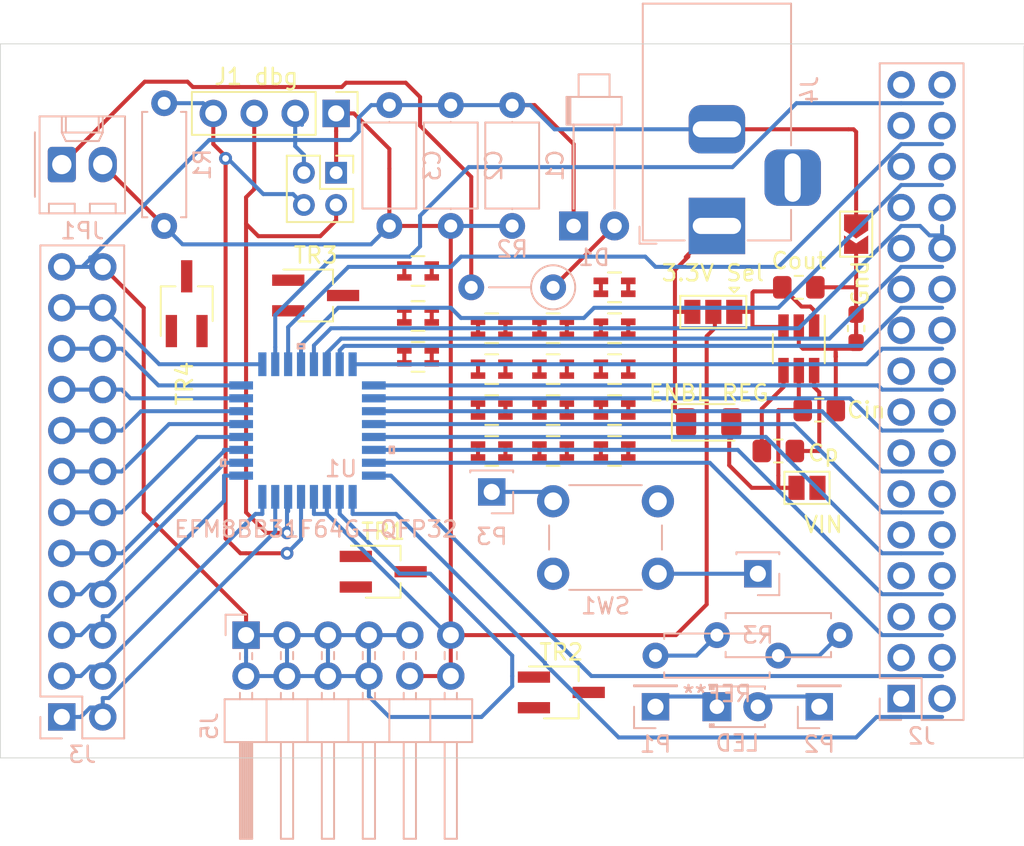
<source format=kicad_pcb>
(kicad_pcb (version 20171130) (host pcbnew "(5.1.4)-1")

  (general
    (thickness 1.6)
    (drawings 4)
    (tracks 401)
    (zones 0)
    (modules 55)
    (nets 35)
  )

  (page A4)
  (layers
    (0 F.Cu signal)
    (31 B.Cu signal)
    (32 B.Adhes user)
    (33 F.Adhes user)
    (34 B.Paste user)
    (35 F.Paste user)
    (36 B.SilkS user hide)
    (37 F.SilkS user)
    (38 B.Mask user)
    (39 F.Mask user)
    (40 Dwgs.User user hide)
    (41 Cmts.User user hide)
    (42 Eco1.User user hide)
    (43 Eco2.User user hide)
    (44 Edge.Cuts user)
    (45 Margin user hide)
    (46 B.CrtYd user)
    (47 F.CrtYd user)
    (48 B.Fab user hide)
    (49 F.Fab user hide)
  )

  (setup
    (last_trace_width 0.25)
    (trace_clearance 0.2)
    (zone_clearance 0.508)
    (zone_45_only no)
    (trace_min 0.2)
    (via_size 0.8)
    (via_drill 0.4)
    (via_min_size 0.4)
    (via_min_drill 0.3)
    (uvia_size 0.3)
    (uvia_drill 0.1)
    (uvias_allowed no)
    (uvia_min_size 0.2)
    (uvia_min_drill 0.1)
    (edge_width 0.05)
    (segment_width 0.2)
    (pcb_text_width 0.3)
    (pcb_text_size 1.5 1.5)
    (mod_edge_width 0.12)
    (mod_text_size 1 1)
    (mod_text_width 0.15)
    (pad_size 1.35 1.35)
    (pad_drill 0.8)
    (pad_to_mask_clearance 0.051)
    (solder_mask_min_width 0.25)
    (aux_axis_origin 0 0)
    (grid_origin 147.32 -153.67)
    (visible_elements 7FFFFFFF)
    (pcbplotparams
      (layerselection 0x010fc_ffffffff)
      (usegerberextensions false)
      (usegerberattributes false)
      (usegerberadvancedattributes false)
      (creategerberjobfile false)
      (excludeedgelayer true)
      (linewidth 0.100000)
      (plotframeref false)
      (viasonmask false)
      (mode 1)
      (useauxorigin false)
      (hpglpennumber 1)
      (hpglpenspeed 20)
      (hpglpendiameter 15.000000)
      (psnegative false)
      (psa4output false)
      (plotreference true)
      (plotvalue true)
      (plotinvisibletext false)
      (padsonsilk false)
      (subtractmaskfromsilk false)
      (outputformat 1)
      (mirror false)
      (drillshape 0)
      (scaleselection 1)
      (outputdirectory "./"))
  )

  (net 0 "")
  (net 1 +3V3)
  (net 2 GND)
  (net 3 "Net-(D1-Pad2)")
  (net 4 "Net-(J1-Pad3)")
  (net 5 "Net-(J1-Pad4)")
  (net 6 "Net-(J2-Pad1)")
  (net 7 "Net-(J2-Pad3)")
  (net 8 "Net-(J2-Pad5)")
  (net 9 "Net-(J2-Pad7)")
  (net 10 "Net-(J2-Pad10)")
  (net 11 "Net-(J2-Pad11)")
  (net 12 "Net-(J2-Pad13)")
  (net 13 "Net-(J2-Pad15)")
  (net 14 "Net-(J2-Pad17)")
  (net 15 "Net-(J2-Pad19)")
  (net 16 "Net-(J2-Pad21)")
  (net 17 "Net-(J2-Pad23)")
  (net 18 "Net-(J2-Pad25)")
  (net 19 "Net-(J2-Pad27)")
  (net 20 "Net-(J2-Pad29)")
  (net 21 "Net-(J2-Pad31)")
  (net 22 "Net-(J3-Pad1)")
  (net 23 "Net-(J3-Pad3)")
  (net 24 "Net-(J3-Pad5)")
  (net 25 "Net-(J3-Pad7)")
  (net 26 "Net-(J3-Pad10)")
  (net 27 "Net-(J3-Pad11)")
  (net 28 "Net-(J3-Pad13)")
  (net 29 "Net-(J3-Pad15)")
  (net 30 "Net-(J3-Pad17)")
  (net 31 "Net-(J3-Pad19)")
  (net 32 "Net-(J3-Pad21)")
  (net 33 "Net-(J4-Pad3)")
  (net 34 "Net-(JP1-Pad1)")

  (net_class Default "This is the default net class."
    (clearance 0.2)
    (trace_width 0.25)
    (via_dia 0.8)
    (via_drill 0.4)
    (uvia_dia 0.3)
    (uvia_drill 0.1)
    (add_net +3V3)
    (add_net GND)
    (add_net "Net-(D1-Pad2)")
    (add_net "Net-(J1-Pad3)")
    (add_net "Net-(J1-Pad4)")
    (add_net "Net-(J2-Pad1)")
    (add_net "Net-(J2-Pad10)")
    (add_net "Net-(J2-Pad11)")
    (add_net "Net-(J2-Pad13)")
    (add_net "Net-(J2-Pad15)")
    (add_net "Net-(J2-Pad17)")
    (add_net "Net-(J2-Pad19)")
    (add_net "Net-(J2-Pad21)")
    (add_net "Net-(J2-Pad23)")
    (add_net "Net-(J2-Pad25)")
    (add_net "Net-(J2-Pad27)")
    (add_net "Net-(J2-Pad29)")
    (add_net "Net-(J2-Pad3)")
    (add_net "Net-(J2-Pad31)")
    (add_net "Net-(J2-Pad5)")
    (add_net "Net-(J2-Pad7)")
    (add_net "Net-(J3-Pad1)")
    (add_net "Net-(J3-Pad10)")
    (add_net "Net-(J3-Pad11)")
    (add_net "Net-(J3-Pad13)")
    (add_net "Net-(J3-Pad15)")
    (add_net "Net-(J3-Pad17)")
    (add_net "Net-(J3-Pad19)")
    (add_net "Net-(J3-Pad21)")
    (add_net "Net-(J3-Pad3)")
    (add_net "Net-(J3-Pad5)")
    (add_net "Net-(J3-Pad7)")
    (add_net "Net-(J4-Pad3)")
    (add_net "Net-(JP1-Pad1)")
  )

  (module Connector_PinSocket_2.00mm:PinSocket_2x02_P2.00mm_Vertical (layer F.Cu) (tedit 5E4C207B) (tstamp 5E4C22B9)
    (at 147.828 -121.412)
    (descr "Through hole straight socket strip, 2x02, 2.00mm pitch, double cols (from Kicad 4.0.7), script generated")
    (tags "Through hole socket strip THT 2x02 2.00mm double row")
    (fp_text reference " " (at -1 -2.5) (layer F.SilkS)
      (effects (font (size 1 1) (thickness 0.15)))
    )
    (fp_text value PinSocket_2x02_P2.00mm_Vertical (at -1 4.5) (layer F.Fab)
      (effects (font (size 1 1) (thickness 0.15)))
    )
    (fp_text user %R (at -1 1 90) (layer F.Fab)
      (effects (font (size 1 1) (thickness 0.15)))
    )
    (fp_line (start -3.5 3.5) (end -3.5 -1.5) (layer F.CrtYd) (width 0.05))
    (fp_line (start 1.5 3.5) (end -3.5 3.5) (layer F.CrtYd) (width 0.05))
    (fp_line (start 1.5 -1.5) (end 1.5 3.5) (layer F.CrtYd) (width 0.05))
    (fp_line (start -3.5 -1.5) (end 1.5 -1.5) (layer F.CrtYd) (width 0.05))
    (fp_line (start 0 -1.06) (end 1.06 -1.06) (layer F.SilkS) (width 0.12))
    (fp_line (start 1.06 -1.06) (end 1.06 0) (layer F.SilkS) (width 0.12))
    (fp_line (start -1 -1.06) (end -1 1) (layer F.SilkS) (width 0.12))
    (fp_line (start -1 1) (end 1.06 1) (layer F.SilkS) (width 0.12))
    (fp_line (start 1.06 1) (end 1.06 3.06) (layer F.SilkS) (width 0.12))
    (fp_line (start -3.06 3.06) (end 1.06 3.06) (layer F.SilkS) (width 0.12))
    (fp_line (start -3.06 -1.06) (end -3.06 3.06) (layer F.SilkS) (width 0.12))
    (fp_line (start -3.06 -1.06) (end -1 -1.06) (layer F.SilkS) (width 0.12))
    (fp_line (start -3 3) (end -3 -1) (layer F.Fab) (width 0.1))
    (fp_line (start 1 3) (end -3 3) (layer F.Fab) (width 0.1))
    (fp_line (start 1 0) (end 1 3) (layer F.Fab) (width 0.1))
    (fp_line (start 0 -1) (end 1 0) (layer F.Fab) (width 0.1))
    (fp_line (start -3 -1) (end 0 -1) (layer F.Fab) (width 0.1))
    (pad 4 thru_hole oval (at -2 2) (size 1.35 1.35) (drill 0.8) (layers *.Cu *.Mask)
      (net 5 "Net-(J1-Pad4)"))
    (pad 3 thru_hole oval (at 0 2) (size 1.35 1.35) (drill 0.8) (layers *.Cu *.Mask)
      (net 4 "Net-(J1-Pad3)"))
    (pad 2 thru_hole oval (at -2 0) (size 1.35 1.35) (drill 0.8) (layers *.Cu *.Mask)
      (net 2 GND))
    (pad 1 thru_hole rect (at 0 0) (size 1.35 1.35) (drill 0.8) (layers *.Cu *.Mask)
      (net 1 +3V3))
    (model ${KISYS3DMOD}/Connector_PinSocket_2.00mm.3dshapes/PinSocket_2x02_P2.00mm_Vertical.wrl
      (at (xyz 0 0 0))
      (scale (xyz 1 1 1))
      (rotate (xyz 0 0 0))
    )
  )

  (module Connector_PinHeader_2.54mm:PinHeader_1x04_P2.54mm_Vertical (layer F.Cu) (tedit 5E4C1EF0) (tstamp 5E4C1F2C)
    (at 147.828 -125.095 270)
    (descr "Through hole straight pin header, 1x04, 2.54mm pitch, single row")
    (tags "Through hole pin header THT 1x04 2.54mm single row")
    (fp_text reference "J1 dbg" (at -2.286 4.953) (layer F.SilkS)
      (effects (font (size 1 1) (thickness 0.15)))
    )
    (fp_text value PinHeader_1x04_P2.54mm_Vertical (at 0 9.95 90) (layer F.Fab)
      (effects (font (size 1 1) (thickness 0.15)))
    )
    (fp_text user %R (at 0 3.81) (layer F.Fab)
      (effects (font (size 1 1) (thickness 0.15)))
    )
    (fp_line (start 1.8 -1.8) (end -1.8 -1.8) (layer F.CrtYd) (width 0.05))
    (fp_line (start 1.8 9.4) (end 1.8 -1.8) (layer F.CrtYd) (width 0.05))
    (fp_line (start -1.8 9.4) (end 1.8 9.4) (layer F.CrtYd) (width 0.05))
    (fp_line (start -1.8 -1.8) (end -1.8 9.4) (layer F.CrtYd) (width 0.05))
    (fp_line (start -1.33 -1.33) (end 0 -1.33) (layer F.SilkS) (width 0.12))
    (fp_line (start -1.33 0) (end -1.33 -1.33) (layer F.SilkS) (width 0.12))
    (fp_line (start -1.33 1.27) (end 1.33 1.27) (layer F.SilkS) (width 0.12))
    (fp_line (start 1.33 1.27) (end 1.33 8.95) (layer F.SilkS) (width 0.12))
    (fp_line (start -1.33 1.27) (end -1.33 8.95) (layer F.SilkS) (width 0.12))
    (fp_line (start -1.33 8.95) (end 1.33 8.95) (layer F.SilkS) (width 0.12))
    (fp_line (start -1.27 -0.635) (end -0.635 -1.27) (layer F.Fab) (width 0.1))
    (fp_line (start -1.27 8.89) (end -1.27 -0.635) (layer F.Fab) (width 0.1))
    (fp_line (start 1.27 8.89) (end -1.27 8.89) (layer F.Fab) (width 0.1))
    (fp_line (start 1.27 -1.27) (end 1.27 8.89) (layer F.Fab) (width 0.1))
    (fp_line (start -0.635 -1.27) (end 1.27 -1.27) (layer F.Fab) (width 0.1))
    (pad 4 thru_hole oval (at 0 7.62 270) (size 1.7 1.7) (drill 1) (layers *.Cu *.Mask)
      (net 5 "Net-(J1-Pad4)"))
    (pad 3 thru_hole oval (at 0 5.08 270) (size 1.7 1.7) (drill 1) (layers *.Cu *.Mask)
      (net 4 "Net-(J1-Pad3)"))
    (pad 2 thru_hole oval (at 0 2.54 270) (size 1.7 1.7) (drill 1) (layers *.Cu *.Mask)
      (net 2 GND))
    (pad 1 thru_hole rect (at 0 0 270) (size 1.7 1.7) (drill 1) (layers *.Cu *.Mask)
      (net 1 +3V3))
    (model ${KISYS3DMOD}/Connector_PinHeader_2.54mm.3dshapes/PinHeader_1x04_P2.54mm_Vertical.wrl
      (at (xyz 0 0 0))
      (scale (xyz 1 1 1))
      (rotate (xyz 0 0 0))
    )
  )

  (module Package_TO_SOT_SMD:SOT-23W_Handsoldering (layer F.Cu) (tedit 5A02FF57) (tstamp 5E4AE648)
    (at 146.558 -113.792)
    (descr "SOT-23W http://www.allegromicro.com/~/media/Files/Datasheets/A112x-Datasheet.ashx?la=en&hash=7BC461E058CC246E0BAB62433B2F1ECA104CA9D3")
    (tags "SOT-23W for handsoldering")
    (attr smd)
    (fp_text reference TR3 (at 0 -2.5) (layer F.SilkS)
      (effects (font (size 1 1) (thickness 0.15)))
    )
    (fp_text value SOT-23W_Handsoldering (at 0 2.5) (layer F.Fab)
      (effects (font (size 1 1) (thickness 0.15)))
    )
    (fp_line (start -2.95 1.74) (end -2.95 -1.74) (layer F.CrtYd) (width 0.05))
    (fp_line (start 2.95 1.74) (end -2.95 1.74) (layer F.CrtYd) (width 0.05))
    (fp_line (start 2.95 -1.74) (end 2.95 1.74) (layer F.CrtYd) (width 0.05))
    (fp_line (start -2.95 -1.74) (end 2.95 -1.74) (layer F.CrtYd) (width 0.05))
    (fp_line (start -0.955 1.49) (end 0.955 1.49) (layer F.Fab) (width 0.1))
    (fp_line (start 0.955 -1.49) (end 0.955 1.49) (layer F.Fab) (width 0.1))
    (fp_line (start -0.955 -0.49) (end 0.045 -1.49) (layer F.Fab) (width 0.1))
    (fp_line (start 0.045 -1.49) (end 0.955 -1.49) (layer F.Fab) (width 0.1))
    (fp_line (start -0.955 -0.49) (end -0.955 1.49) (layer F.Fab) (width 0.1))
    (fp_text user %R (at 0 0 90) (layer F.Fab)
      (effects (font (size 0.5 0.5) (thickness 0.075)))
    )
    (fp_line (start -1.075 1.61) (end 1.075 1.61) (layer F.SilkS) (width 0.12))
    (fp_line (start -2 -1.61) (end 1.075 -1.61) (layer F.SilkS) (width 0.12))
    (fp_line (start 1.075 -1.6) (end 1.075 -0.7) (layer F.SilkS) (width 0.12))
    (fp_line (start 1.075 0.7) (end 1.075 1.61) (layer F.SilkS) (width 0.12))
    (pad 3 smd rect (at 1.7 0) (size 2 0.7) (layers F.Cu F.Paste F.Mask))
    (pad 2 smd rect (at -1.7 0.95) (size 2 0.7) (layers F.Cu F.Paste F.Mask))
    (pad 1 smd rect (at -1.7 -0.95) (size 2 0.7) (layers F.Cu F.Paste F.Mask))
    (model ${KISYS3DMOD}/Package_TO_SOT_SMD.3dshapes/SOT-23W_Handsoldering.wrl
      (at (xyz 0 0 0))
      (scale (xyz 1 1 1))
      (rotate (xyz 0 0 0))
    )
  )

  (module Package_TO_SOT_SMD:SOT-23W_Handsoldering (layer F.Cu) (tedit 5A02FF57) (tstamp 5E4AE5CE)
    (at 138.557 -113.284 90)
    (descr "SOT-23W http://www.allegromicro.com/~/media/Files/Datasheets/A112x-Datasheet.ashx?la=en&hash=7BC461E058CC246E0BAB62433B2F1ECA104CA9D3")
    (tags "SOT-23W for handsoldering")
    (attr smd)
    (fp_text reference TR4 (at -4.953 -0.127 90) (layer F.SilkS)
      (effects (font (size 1 1) (thickness 0.15)))
    )
    (fp_text value SOT-23W_Handsoldering (at 0 2.5 90) (layer F.Fab)
      (effects (font (size 1 1) (thickness 0.15)))
    )
    (fp_line (start -2.95 1.74) (end -2.95 -1.74) (layer F.CrtYd) (width 0.05))
    (fp_line (start 2.95 1.74) (end -2.95 1.74) (layer F.CrtYd) (width 0.05))
    (fp_line (start 2.95 -1.74) (end 2.95 1.74) (layer F.CrtYd) (width 0.05))
    (fp_line (start -2.95 -1.74) (end 2.95 -1.74) (layer F.CrtYd) (width 0.05))
    (fp_line (start -0.955 1.49) (end 0.955 1.49) (layer F.Fab) (width 0.1))
    (fp_line (start 0.955 -1.49) (end 0.955 1.49) (layer F.Fab) (width 0.1))
    (fp_line (start -0.955 -0.49) (end 0.045 -1.49) (layer F.Fab) (width 0.1))
    (fp_line (start 0.045 -1.49) (end 0.955 -1.49) (layer F.Fab) (width 0.1))
    (fp_line (start -0.955 -0.49) (end -0.955 1.49) (layer F.Fab) (width 0.1))
    (fp_text user %R (at 0 0) (layer F.Fab)
      (effects (font (size 0.5 0.5) (thickness 0.075)))
    )
    (fp_line (start -1.075 1.61) (end 1.075 1.61) (layer F.SilkS) (width 0.12))
    (fp_line (start -2 -1.61) (end 1.075 -1.61) (layer F.SilkS) (width 0.12))
    (fp_line (start 1.075 -1.6) (end 1.075 -0.7) (layer F.SilkS) (width 0.12))
    (fp_line (start 1.075 0.7) (end 1.075 1.61) (layer F.SilkS) (width 0.12))
    (pad 3 smd rect (at 1.7 0 90) (size 2 0.7) (layers F.Cu F.Paste F.Mask))
    (pad 2 smd rect (at -1.7 0.95 90) (size 2 0.7) (layers F.Cu F.Paste F.Mask))
    (pad 1 smd rect (at -1.7 -0.95 90) (size 2 0.7) (layers F.Cu F.Paste F.Mask))
    (model ${KISYS3DMOD}/Package_TO_SOT_SMD.3dshapes/SOT-23W_Handsoldering.wrl
      (at (xyz 0 0 0))
      (scale (xyz 1 1 1))
      (rotate (xyz 0 0 0))
    )
  )

  (module Package_TO_SOT_SMD:SOT-23W_Handsoldering (layer F.Cu) (tedit 5A02FF57) (tstamp 5E4AE4EE)
    (at 161.798 -89.154)
    (descr "SOT-23W http://www.allegromicro.com/~/media/Files/Datasheets/A112x-Datasheet.ashx?la=en&hash=7BC461E058CC246E0BAB62433B2F1ECA104CA9D3")
    (tags "SOT-23W for handsoldering")
    (attr smd)
    (fp_text reference TR2 (at 0 -2.5) (layer F.SilkS)
      (effects (font (size 1 1) (thickness 0.15)))
    )
    (fp_text value SOT-23W_Handsoldering (at 0 2.5) (layer F.Fab)
      (effects (font (size 1 1) (thickness 0.15)))
    )
    (fp_line (start -2.95 1.74) (end -2.95 -1.74) (layer F.CrtYd) (width 0.05))
    (fp_line (start 2.95 1.74) (end -2.95 1.74) (layer F.CrtYd) (width 0.05))
    (fp_line (start 2.95 -1.74) (end 2.95 1.74) (layer F.CrtYd) (width 0.05))
    (fp_line (start -2.95 -1.74) (end 2.95 -1.74) (layer F.CrtYd) (width 0.05))
    (fp_line (start -0.955 1.49) (end 0.955 1.49) (layer F.Fab) (width 0.1))
    (fp_line (start 0.955 -1.49) (end 0.955 1.49) (layer F.Fab) (width 0.1))
    (fp_line (start -0.955 -0.49) (end 0.045 -1.49) (layer F.Fab) (width 0.1))
    (fp_line (start 0.045 -1.49) (end 0.955 -1.49) (layer F.Fab) (width 0.1))
    (fp_line (start -0.955 -0.49) (end -0.955 1.49) (layer F.Fab) (width 0.1))
    (fp_text user %R (at 0 0 90) (layer F.Fab)
      (effects (font (size 0.5 0.5) (thickness 0.075)))
    )
    (fp_line (start -1.075 1.61) (end 1.075 1.61) (layer F.SilkS) (width 0.12))
    (fp_line (start -2 -1.61) (end 1.075 -1.61) (layer F.SilkS) (width 0.12))
    (fp_line (start 1.075 -1.6) (end 1.075 -0.7) (layer F.SilkS) (width 0.12))
    (fp_line (start 1.075 0.7) (end 1.075 1.61) (layer F.SilkS) (width 0.12))
    (pad 3 smd rect (at 1.7 0) (size 2 0.7) (layers F.Cu F.Paste F.Mask))
    (pad 2 smd rect (at -1.7 0.95) (size 2 0.7) (layers F.Cu F.Paste F.Mask))
    (pad 1 smd rect (at -1.7 -0.95) (size 2 0.7) (layers F.Cu F.Paste F.Mask))
    (model ${KISYS3DMOD}/Package_TO_SOT_SMD.3dshapes/SOT-23W_Handsoldering.wrl
      (at (xyz 0 0 0))
      (scale (xyz 1 1 1))
      (rotate (xyz 0 0 0))
    )
  )

  (module Package_TO_SOT_SMD:SOT-23W_Handsoldering (layer F.Cu) (tedit 5A02FF57) (tstamp 5E4AE49D)
    (at 150.749 -96.647)
    (descr "SOT-23W http://www.allegromicro.com/~/media/Files/Datasheets/A112x-Datasheet.ashx?la=en&hash=7BC461E058CC246E0BAB62433B2F1ECA104CA9D3")
    (tags "SOT-23W for handsoldering")
    (attr smd)
    (fp_text reference TR1 (at 0 -2.5) (layer F.SilkS)
      (effects (font (size 1 1) (thickness 0.15)))
    )
    (fp_text value SOT-23W_Handsoldering (at 0 2.5) (layer F.Fab)
      (effects (font (size 1 1) (thickness 0.15)))
    )
    (fp_line (start -2.95 1.74) (end -2.95 -1.74) (layer F.CrtYd) (width 0.05))
    (fp_line (start 2.95 1.74) (end -2.95 1.74) (layer F.CrtYd) (width 0.05))
    (fp_line (start 2.95 -1.74) (end 2.95 1.74) (layer F.CrtYd) (width 0.05))
    (fp_line (start -2.95 -1.74) (end 2.95 -1.74) (layer F.CrtYd) (width 0.05))
    (fp_line (start -0.955 1.49) (end 0.955 1.49) (layer F.Fab) (width 0.1))
    (fp_line (start 0.955 -1.49) (end 0.955 1.49) (layer F.Fab) (width 0.1))
    (fp_line (start -0.955 -0.49) (end 0.045 -1.49) (layer F.Fab) (width 0.1))
    (fp_line (start 0.045 -1.49) (end 0.955 -1.49) (layer F.Fab) (width 0.1))
    (fp_line (start -0.955 -0.49) (end -0.955 1.49) (layer F.Fab) (width 0.1))
    (fp_text user %R (at 0 0 90) (layer F.Fab)
      (effects (font (size 0.5 0.5) (thickness 0.075)))
    )
    (fp_line (start -1.075 1.61) (end 1.075 1.61) (layer F.SilkS) (width 0.12))
    (fp_line (start -2 -1.61) (end 1.075 -1.61) (layer F.SilkS) (width 0.12))
    (fp_line (start 1.075 -1.6) (end 1.075 -0.7) (layer F.SilkS) (width 0.12))
    (fp_line (start 1.075 0.7) (end 1.075 1.61) (layer F.SilkS) (width 0.12))
    (pad 3 smd rect (at 1.7 0) (size 2 0.7) (layers F.Cu F.Paste F.Mask))
    (pad 2 smd rect (at -1.7 0.95) (size 2 0.7) (layers F.Cu F.Paste F.Mask))
    (pad 1 smd rect (at -1.7 -0.95) (size 2 0.7) (layers F.Cu F.Paste F.Mask))
    (model ${KISYS3DMOD}/Package_TO_SOT_SMD.3dshapes/SOT-23W_Handsoldering.wrl
      (at (xyz 0 0 0))
      (scale (xyz 1 1 1))
      (rotate (xyz 0 0 0))
    )
  )

  (module Jumper:SolderJumper-3_P1.3mm_Open_Pad1.0x1.5mm (layer F.Cu) (tedit 5E472BE3) (tstamp 5E473063)
    (at 171.226 -112.776 180)
    (descr "SMD Solder 3-pad Jumper, 1x1.5mm Pads, 0.3mm gap, open")
    (tags "solder jumper open")
    (attr virtual)
    (fp_text reference "3.3V Sel" (at 0.03 2.413) (layer F.SilkS)
      (effects (font (size 1 1) (thickness 0.15)))
    )
    (fp_text value SolderJumper-3_P1.3mm_Open_Pad1.0x1.5mm (at 0 2) (layer F.Fab)
      (effects (font (size 1 1) (thickness 0.15)))
    )
    (fp_line (start 2.3 1.25) (end -2.3 1.25) (layer F.CrtYd) (width 0.05))
    (fp_line (start 2.3 1.25) (end 2.3 -1.25) (layer F.CrtYd) (width 0.05))
    (fp_line (start -2.3 -1.25) (end -2.3 1.25) (layer F.CrtYd) (width 0.05))
    (fp_line (start -2.3 -1.25) (end 2.3 -1.25) (layer F.CrtYd) (width 0.05))
    (fp_line (start -2.05 -1) (end 2.05 -1) (layer F.SilkS) (width 0.12))
    (fp_line (start 2.05 -1) (end 2.05 1) (layer F.SilkS) (width 0.12))
    (fp_line (start 2.05 1) (end -2.05 1) (layer F.SilkS) (width 0.12))
    (fp_line (start -2.05 1) (end -2.05 -1) (layer F.SilkS) (width 0.12))
    (fp_line (start -1.3 1.2) (end -1.6 1.5) (layer F.SilkS) (width 0.12))
    (fp_line (start -1.6 1.5) (end -1 1.5) (layer F.SilkS) (width 0.12))
    (fp_line (start -1.3 1.2) (end -1 1.5) (layer F.SilkS) (width 0.12))
    (pad 1 smd rect (at -1.3 0 180) (size 1 1.5) (layers F.Cu F.Mask))
    (pad 2 smd rect (at 0 0 180) (size 1 1.5) (layers F.Cu F.Mask)
      (net 1 +3V3))
    (pad 3 smd rect (at 1.3 0 180) (size 1 1.5) (layers F.Cu F.Mask))
  )

  (module Diode_SMD:D_1206_3216Metric (layer F.Cu) (tedit 5B301BBE) (tstamp 5E472D63)
    (at 170.942 -105.918)
    (descr "Diode SMD 1206 (3216 Metric), square (rectangular) end terminal, IPC_7351 nominal, (Body size source: http://www.tortai-tech.com/upload/download/2011102023233369053.pdf), generated with kicad-footprint-generator")
    (tags diode)
    (attr smd)
    (fp_text reference "ENBL REG" (at 0 -1.82) (layer F.SilkS)
      (effects (font (size 1 1) (thickness 0.15)))
    )
    (fp_text value D_1206_3216Metric (at 0 1.82) (layer F.Fab)
      (effects (font (size 1 1) (thickness 0.15)))
    )
    (fp_text user %R (at 0 0) (layer F.Fab)
      (effects (font (size 0.8 0.8) (thickness 0.12)))
    )
    (fp_line (start 2.28 1.12) (end -2.28 1.12) (layer F.CrtYd) (width 0.05))
    (fp_line (start 2.28 -1.12) (end 2.28 1.12) (layer F.CrtYd) (width 0.05))
    (fp_line (start -2.28 -1.12) (end 2.28 -1.12) (layer F.CrtYd) (width 0.05))
    (fp_line (start -2.28 1.12) (end -2.28 -1.12) (layer F.CrtYd) (width 0.05))
    (fp_line (start -2.285 1.135) (end 1.6 1.135) (layer F.SilkS) (width 0.12))
    (fp_line (start -2.285 -1.135) (end -2.285 1.135) (layer F.SilkS) (width 0.12))
    (fp_line (start 1.6 -1.135) (end -2.285 -1.135) (layer F.SilkS) (width 0.12))
    (fp_line (start 1.6 0.8) (end 1.6 -0.8) (layer F.Fab) (width 0.1))
    (fp_line (start -1.6 0.8) (end 1.6 0.8) (layer F.Fab) (width 0.1))
    (fp_line (start -1.6 -0.4) (end -1.6 0.8) (layer F.Fab) (width 0.1))
    (fp_line (start -1.2 -0.8) (end -1.6 -0.4) (layer F.Fab) (width 0.1))
    (fp_line (start 1.6 -0.8) (end -1.2 -0.8) (layer F.Fab) (width 0.1))
    (pad 2 smd roundrect (at 1.4 0) (size 1.25 1.75) (layers F.Cu F.Paste F.Mask) (roundrect_rratio 0.2))
    (pad 1 smd roundrect (at -1.4 0) (size 1.25 1.75) (layers F.Cu F.Paste F.Mask) (roundrect_rratio 0.2))
    (model ${KISYS3DMOD}/Diode_SMD.3dshapes/D_1206_3216Metric.wrl
      (at (xyz 0 0 0))
      (scale (xyz 1 1 1))
      (rotate (xyz 0 0 0))
    )
  )

  (module Jumper:SolderJumper-2_P1.3mm_Open_Pad1.0x1.5mm (layer F.Cu) (tedit 5A3EABFC) (tstamp 5E4728A1)
    (at 177.038 -101.854)
    (descr "SMD Solder Jumper, 1x1.5mm Pads, 0.3mm gap, open")
    (tags "solder jumper open")
    (attr virtual)
    (fp_text reference VIN (at 1.016 2.286) (layer F.SilkS)
      (effects (font (size 1 1) (thickness 0.15)))
    )
    (fp_text value SolderJumper-2_P1.3mm_Open_Pad1.0x1.5mm (at 0 1.9) (layer F.Fab)
      (effects (font (size 1 1) (thickness 0.15)))
    )
    (fp_line (start 1.65 1.25) (end -1.65 1.25) (layer F.CrtYd) (width 0.05))
    (fp_line (start 1.65 1.25) (end 1.65 -1.25) (layer F.CrtYd) (width 0.05))
    (fp_line (start -1.65 -1.25) (end -1.65 1.25) (layer F.CrtYd) (width 0.05))
    (fp_line (start -1.65 -1.25) (end 1.65 -1.25) (layer F.CrtYd) (width 0.05))
    (fp_line (start -1.4 -1) (end 1.4 -1) (layer F.SilkS) (width 0.12))
    (fp_line (start 1.4 -1) (end 1.4 1) (layer F.SilkS) (width 0.12))
    (fp_line (start 1.4 1) (end -1.4 1) (layer F.SilkS) (width 0.12))
    (fp_line (start -1.4 1) (end -1.4 -1) (layer F.SilkS) (width 0.12))
    (pad 1 smd rect (at -0.65 0) (size 1 1.5) (layers F.Cu F.Mask))
    (pad 2 smd rect (at 0.65 0) (size 1 1.5) (layers F.Cu F.Mask))
  )

  (module Jumper:SolderJumper-2_P1.3mm_Open_TrianglePad1.0x1.5mm (layer F.Cu) (tedit 5E4714B2) (tstamp 5E472258)
    (at 180.086 -117.602 270)
    (descr "SMD Solder Jumper, 1x1.5mm Triangular Pads, 0.3mm gap, open")
    (tags "solder jumper open")
    (attr virtual)
    (fp_text reference " " (at 0 -1.8 90) (layer F.SilkS)
      (effects (font (size 1 1) (thickness 0.15)))
    )
    (fp_text value SolderJumper-2_P1.3mm_Open_TrianglePad1.0x1.5mm (at 0 1.9 90) (layer F.Fab)
      (effects (font (size 1 1) (thickness 0.15)))
    )
    (fp_line (start 1.65 1.25) (end -1.65 1.25) (layer F.CrtYd) (width 0.05))
    (fp_line (start 1.65 1.25) (end 1.65 -1.25) (layer F.CrtYd) (width 0.05))
    (fp_line (start -1.65 -1.25) (end -1.65 1.25) (layer F.CrtYd) (width 0.05))
    (fp_line (start -1.65 -1.25) (end 1.65 -1.25) (layer F.CrtYd) (width 0.05))
    (fp_line (start -1.4 -1) (end 1.4 -1) (layer F.SilkS) (width 0.12))
    (fp_line (start 1.4 -1) (end 1.4 1) (layer F.SilkS) (width 0.12))
    (fp_line (start 1.4 1) (end -1.4 1) (layer F.SilkS) (width 0.12))
    (fp_line (start -1.4 1) (end -1.4 -1) (layer F.SilkS) (width 0.12))
    (pad 1 smd custom (at -0.725 0 270) (size 0.3 0.3) (layers F.Cu F.Mask)
      (net 2 GND) (zone_connect 2)
      (options (clearance outline) (anchor rect))
      (primitives
        (gr_poly (pts
           (xy -0.5 -0.75) (xy 0.5 -0.75) (xy 1 0) (xy 0.5 0.75) (xy -0.5 0.75)
) (width 0))
      ))
    (pad 2 smd custom (at 0.725 0 270) (size 0.3 0.3) (layers F.Cu F.Mask)
      (zone_connect 2)
      (options (clearance outline) (anchor rect))
      (primitives
        (gr_poly (pts
           (xy -0.65 -0.75) (xy 0.5 -0.75) (xy 0.5 0.75) (xy -0.65 0.75) (xy -0.15 0)
) (width 0))
      ))
  )

  (module Resistor_SMD:R_0603_1608Metric_Pad1.05x0.95mm_HandSolder (layer F.Cu) (tedit 5B301BBD) (tstamp 5E471F3F)
    (at 180.086 -111.746 90)
    (descr "Resistor SMD 0603 (1608 Metric), square (rectangular) end terminal, IPC_7351 nominal with elongated pad for handsoldering. (Body size source: http://www.tortai-tech.com/upload/download/2011102023233369053.pdf), generated with kicad-footprint-generator")
    (tags "resistor handsolder")
    (attr smd)
    (fp_text reference " " (at 0 -1.43 90) (layer F.SilkS)
      (effects (font (size 1 1) (thickness 0.15)))
    )
    (fp_text value R_0603_1608Metric_Pad1.05x0.95mm_HandSolder (at 0 1.43 90) (layer F.Fab)
      (effects (font (size 1 1) (thickness 0.15)))
    )
    (fp_text user " " (at 0 0 90) (layer F.Fab)
      (effects (font (size 0.4 0.4) (thickness 0.06)))
    )
    (fp_line (start 1.65 0.73) (end -1.65 0.73) (layer F.CrtYd) (width 0.05))
    (fp_line (start 1.65 -0.73) (end 1.65 0.73) (layer F.CrtYd) (width 0.05))
    (fp_line (start -1.65 -0.73) (end 1.65 -0.73) (layer F.CrtYd) (width 0.05))
    (fp_line (start -1.65 0.73) (end -1.65 -0.73) (layer F.CrtYd) (width 0.05))
    (fp_line (start -0.171267 0.51) (end 0.171267 0.51) (layer F.SilkS) (width 0.12))
    (fp_line (start -0.171267 -0.51) (end 0.171267 -0.51) (layer F.SilkS) (width 0.12))
    (fp_line (start 0.8 0.4) (end -0.8 0.4) (layer F.Fab) (width 0.1))
    (fp_line (start 0.8 -0.4) (end 0.8 0.4) (layer F.Fab) (width 0.1))
    (fp_line (start -0.8 -0.4) (end 0.8 -0.4) (layer F.Fab) (width 0.1))
    (fp_line (start -0.8 0.4) (end -0.8 -0.4) (layer F.Fab) (width 0.1))
    (pad 2 smd roundrect (at 0.875 0 90) (size 1.05 0.95) (layers F.Cu F.Paste F.Mask) (roundrect_rratio 0.25))
    (pad 1 smd roundrect (at -0.875 0 90) (size 1.05 0.95) (layers F.Cu F.Paste F.Mask) (roundrect_rratio 0.25))
    (model ${KISYS3DMOD}/Resistor_SMD.3dshapes/R_0603_1608Metric.wrl
      (at (xyz 0 0 0))
      (scale (xyz 1 1 1))
      (rotate (xyz 0 0 0))
    )
  )

  (module Capacitor_SMD:C_0805_2012Metric_Pad1.15x1.40mm_HandSolder (layer F.Cu) (tedit 5B36C52B) (tstamp 5E471C06)
    (at 175.26 -104.14)
    (descr "Capacitor SMD 0805 (2012 Metric), square (rectangular) end terminal, IPC_7351 nominal with elongated pad for handsoldering. (Body size source: https://docs.google.com/spreadsheets/d/1BsfQQcO9C6DZCsRaXUlFlo91Tg2WpOkGARC1WS5S8t0/edit?usp=sharing), generated with kicad-footprint-generator")
    (tags "capacitor handsolder")
    (attr smd)
    (fp_text reference Cp (at 2.794 0.127) (layer F.SilkS)
      (effects (font (size 1 1) (thickness 0.15)))
    )
    (fp_text value C_0805_2012Metric_Pad1.15x1.40mm_HandSolder (at 0 1.65) (layer F.Fab)
      (effects (font (size 1 1) (thickness 0.15)))
    )
    (fp_text user %R (at 0 0) (layer F.Fab)
      (effects (font (size 0.5 0.5) (thickness 0.08)))
    )
    (fp_line (start 1.85 0.95) (end -1.85 0.95) (layer F.CrtYd) (width 0.05))
    (fp_line (start 1.85 -0.95) (end 1.85 0.95) (layer F.CrtYd) (width 0.05))
    (fp_line (start -1.85 -0.95) (end 1.85 -0.95) (layer F.CrtYd) (width 0.05))
    (fp_line (start -1.85 0.95) (end -1.85 -0.95) (layer F.CrtYd) (width 0.05))
    (fp_line (start -0.261252 0.71) (end 0.261252 0.71) (layer F.SilkS) (width 0.12))
    (fp_line (start -0.261252 -0.71) (end 0.261252 -0.71) (layer F.SilkS) (width 0.12))
    (fp_line (start 1 0.6) (end -1 0.6) (layer F.Fab) (width 0.1))
    (fp_line (start 1 -0.6) (end 1 0.6) (layer F.Fab) (width 0.1))
    (fp_line (start -1 -0.6) (end 1 -0.6) (layer F.Fab) (width 0.1))
    (fp_line (start -1 0.6) (end -1 -0.6) (layer F.Fab) (width 0.1))
    (pad 2 smd roundrect (at 1.025 0) (size 1.15 1.4) (layers F.Cu F.Paste F.Mask) (roundrect_rratio 0.217391))
    (pad 1 smd roundrect (at -1.025 0) (size 1.15 1.4) (layers F.Cu F.Paste F.Mask) (roundrect_rratio 0.217391))
    (model ${KISYS3DMOD}/Capacitor_SMD.3dshapes/C_0805_2012Metric.wrl
      (at (xyz 0 0 0))
      (scale (xyz 1 1 1))
      (rotate (xyz 0 0 0))
    )
  )

  (module Capacitor_SMD:C_0805_2012Metric_Pad1.15x1.40mm_HandSolder (layer F.Cu) (tedit 5B36C52B) (tstamp 5E471BC5)
    (at 177.8 -106.68)
    (descr "Capacitor SMD 0805 (2012 Metric), square (rectangular) end terminal, IPC_7351 nominal with elongated pad for handsoldering. (Body size source: https://docs.google.com/spreadsheets/d/1BsfQQcO9C6DZCsRaXUlFlo91Tg2WpOkGARC1WS5S8t0/edit?usp=sharing), generated with kicad-footprint-generator")
    (tags "capacitor handsolder")
    (attr smd)
    (fp_text reference Cin (at 2.921 0) (layer F.SilkS)
      (effects (font (size 1 1) (thickness 0.15)))
    )
    (fp_text value C_0805_2012Metric_Pad1.15x1.40mm_HandSolder (at 0 1.65) (layer F.Fab)
      (effects (font (size 1 1) (thickness 0.15)))
    )
    (fp_text user %R (at 0 0) (layer F.Fab)
      (effects (font (size 0.5 0.5) (thickness 0.08)))
    )
    (fp_line (start 1.85 0.95) (end -1.85 0.95) (layer F.CrtYd) (width 0.05))
    (fp_line (start 1.85 -0.95) (end 1.85 0.95) (layer F.CrtYd) (width 0.05))
    (fp_line (start -1.85 -0.95) (end 1.85 -0.95) (layer F.CrtYd) (width 0.05))
    (fp_line (start -1.85 0.95) (end -1.85 -0.95) (layer F.CrtYd) (width 0.05))
    (fp_line (start -0.261252 0.71) (end 0.261252 0.71) (layer F.SilkS) (width 0.12))
    (fp_line (start -0.261252 -0.71) (end 0.261252 -0.71) (layer F.SilkS) (width 0.12))
    (fp_line (start 1 0.6) (end -1 0.6) (layer F.Fab) (width 0.1))
    (fp_line (start 1 -0.6) (end 1 0.6) (layer F.Fab) (width 0.1))
    (fp_line (start -1 -0.6) (end 1 -0.6) (layer F.Fab) (width 0.1))
    (fp_line (start -1 0.6) (end -1 -0.6) (layer F.Fab) (width 0.1))
    (pad 2 smd roundrect (at 1.025 0) (size 1.15 1.4) (layers F.Cu F.Paste F.Mask) (roundrect_rratio 0.217391))
    (pad 1 smd roundrect (at -1.025 0) (size 1.15 1.4) (layers F.Cu F.Paste F.Mask) (roundrect_rratio 0.217391))
    (model ${KISYS3DMOD}/Capacitor_SMD.3dshapes/C_0805_2012Metric.wrl
      (at (xyz 0 0 0))
      (scale (xyz 1 1 1))
      (rotate (xyz 0 0 0))
    )
  )

  (module Capacitor_SMD:C_0805_2012Metric_Pad1.15x1.40mm_HandSolder (layer F.Cu) (tedit 5B36C52B) (tstamp 5E471B84)
    (at 176.53 -114.3)
    (descr "Capacitor SMD 0805 (2012 Metric), square (rectangular) end terminal, IPC_7351 nominal with elongated pad for handsoldering. (Body size source: https://docs.google.com/spreadsheets/d/1BsfQQcO9C6DZCsRaXUlFlo91Tg2WpOkGARC1WS5S8t0/edit?usp=sharing), generated with kicad-footprint-generator")
    (tags "capacitor handsolder")
    (attr smd)
    (fp_text reference Cout (at 0 -1.65) (layer F.SilkS)
      (effects (font (size 1 1) (thickness 0.15)))
    )
    (fp_text value C_0805_2012Metric_Pad1.15x1.40mm_HandSolder (at 0 1.65) (layer F.Fab)
      (effects (font (size 1 1) (thickness 0.15)))
    )
    (fp_text user %R (at 0 0) (layer F.Fab)
      (effects (font (size 0.5 0.5) (thickness 0.08)))
    )
    (fp_line (start 1.85 0.95) (end -1.85 0.95) (layer F.CrtYd) (width 0.05))
    (fp_line (start 1.85 -0.95) (end 1.85 0.95) (layer F.CrtYd) (width 0.05))
    (fp_line (start -1.85 -0.95) (end 1.85 -0.95) (layer F.CrtYd) (width 0.05))
    (fp_line (start -1.85 0.95) (end -1.85 -0.95) (layer F.CrtYd) (width 0.05))
    (fp_line (start -0.261252 0.71) (end 0.261252 0.71) (layer F.SilkS) (width 0.12))
    (fp_line (start -0.261252 -0.71) (end 0.261252 -0.71) (layer F.SilkS) (width 0.12))
    (fp_line (start 1 0.6) (end -1 0.6) (layer F.Fab) (width 0.1))
    (fp_line (start 1 -0.6) (end 1 0.6) (layer F.Fab) (width 0.1))
    (fp_line (start -1 -0.6) (end 1 -0.6) (layer F.Fab) (width 0.1))
    (fp_line (start -1 0.6) (end -1 -0.6) (layer F.Fab) (width 0.1))
    (pad 2 smd roundrect (at 1.025 0) (size 1.15 1.4) (layers F.Cu F.Paste F.Mask) (roundrect_rratio 0.217391))
    (pad 1 smd roundrect (at -1.025 0) (size 1.15 1.4) (layers F.Cu F.Paste F.Mask) (roundrect_rratio 0.217391))
    (model ${KISYS3DMOD}/Capacitor_SMD.3dshapes/C_0805_2012Metric.wrl
      (at (xyz 0 0 0))
      (scale (xyz 1 1 1))
      (rotate (xyz 0 0 0))
    )
  )

  (module Package_TO_SOT_SMD:SOT-23-6_Handsoldering (layer F.Cu) (tedit 5A02FF57) (tstamp 5E471B14)
    (at 176.53 -110.49 270)
    (descr "6-pin SOT-23 package, Handsoldering")
    (tags "SOT-23-6 Handsoldering")
    (attr smd)
    (fp_text reference Gnd (at -4.064 -3.81 90) (layer F.SilkS)
      (effects (font (size 1 1) (thickness 0.15)))
    )
    (fp_text value SOT-23-6_Handsoldering (at 0 2.9 90) (layer F.Fab)
      (effects (font (size 1 1) (thickness 0.15)))
    )
    (fp_line (start 0.9 -1.55) (end 0.9 1.55) (layer F.Fab) (width 0.1))
    (fp_line (start 0.9 1.55) (end -0.9 1.55) (layer F.Fab) (width 0.1))
    (fp_line (start -0.9 -0.9) (end -0.9 1.55) (layer F.Fab) (width 0.1))
    (fp_line (start 0.9 -1.55) (end -0.25 -1.55) (layer F.Fab) (width 0.1))
    (fp_line (start -0.9 -0.9) (end -0.25 -1.55) (layer F.Fab) (width 0.1))
    (fp_line (start -2.4 -1.8) (end 2.4 -1.8) (layer F.CrtYd) (width 0.05))
    (fp_line (start 2.4 -1.8) (end 2.4 1.8) (layer F.CrtYd) (width 0.05))
    (fp_line (start 2.4 1.8) (end -2.4 1.8) (layer F.CrtYd) (width 0.05))
    (fp_line (start -2.4 1.8) (end -2.4 -1.8) (layer F.CrtYd) (width 0.05))
    (fp_line (start 0.9 -1.61) (end -2.05 -1.61) (layer F.SilkS) (width 0.12))
    (fp_line (start -0.9 1.61) (end 0.9 1.61) (layer F.SilkS) (width 0.12))
    (fp_text user %R (at 0 0) (layer F.Fab)
      (effects (font (size 0.5 0.5) (thickness 0.075)))
    )
    (pad 5 smd rect (at 1.35 0 270) (size 1.56 0.65) (layers F.Cu F.Paste F.Mask))
    (pad 6 smd rect (at 1.35 -0.95 270) (size 1.56 0.65) (layers F.Cu F.Paste F.Mask))
    (pad 4 smd rect (at 1.35 0.95 270) (size 1.56 0.65) (layers F.Cu F.Paste F.Mask))
    (pad 3 smd rect (at -1.35 0.95 270) (size 1.56 0.65) (layers F.Cu F.Paste F.Mask))
    (pad 2 smd rect (at -1.35 0 270) (size 1.56 0.65) (layers F.Cu F.Paste F.Mask))
    (pad 1 smd rect (at -1.35 -0.95 270) (size 1.56 0.65) (layers F.Cu F.Paste F.Mask))
    (model ${KISYS3DMOD}/Package_TO_SOT_SMD.3dshapes/SOT-23-6.wrl
      (at (xyz 0 0 0))
      (scale (xyz 1 1 1))
      (rotate (xyz 0 0 0))
    )
  )

  (module Resistor_SMD:R_Array_Concave_2x0603 (layer F.Cu) (tedit 58E0A851) (tstamp 5E4715C8)
    (at 165.1 -114.3)
    (descr "Thick Film Chip Resistor Array, Wave soldering, Vishay CRA06P (see cra06p.pdf)")
    (tags "resistor array")
    (attr smd)
    (fp_text reference "" (at 0 -1.75) (layer F.SilkS)
      (effects (font (size 1 1) (thickness 0.15)))
    )
    (fp_text value R_Array_Concave_2x0603 (at 0 1.85) (layer F.Fab)
      (effects (font (size 1 1) (thickness 0.15)))
    )
    (fp_line (start 1.55 1.05) (end -1.55 1.05) (layer F.CrtYd) (width 0.05))
    (fp_line (start 1.55 1.05) (end 1.55 -1.05) (layer F.CrtYd) (width 0.05))
    (fp_line (start -1.55 -1.05) (end -1.55 1.05) (layer F.CrtYd) (width 0.05))
    (fp_line (start -1.55 -1.05) (end 1.55 -1.05) (layer F.CrtYd) (width 0.05))
    (fp_line (start 0.4 -0.92) (end -0.4 -0.92) (layer F.SilkS) (width 0.12))
    (fp_line (start 0.4 0.92) (end -0.4 0.92) (layer F.SilkS) (width 0.12))
    (fp_line (start -0.8 0.8) (end -0.8 -0.8) (layer F.Fab) (width 0.1))
    (fp_line (start 0.8 0.8) (end -0.8 0.8) (layer F.Fab) (width 0.1))
    (fp_line (start 0.8 -0.8) (end 0.8 0.8) (layer F.Fab) (width 0.1))
    (fp_line (start -0.8 -0.8) (end 0.8 -0.8) (layer F.Fab) (width 0.1))
    (fp_text user %R (at 0 -1.75) (layer F.Fab)
      (effects (font (size 1 1) (thickness 0.15)))
    )
    (pad 4 smd rect (at 0.85 -0.4) (size 0.9 0.4) (layers F.Cu F.Paste F.Mask))
    (pad 3 smd rect (at 0.85 0.4) (size 0.9 0.4) (layers F.Cu F.Paste F.Mask))
    (pad 2 smd rect (at -0.85 0.4) (size 0.9 0.4) (layers F.Cu F.Paste F.Mask))
    (pad 1 smd rect (at -0.85 -0.4) (size 0.9 0.4) (layers F.Cu F.Paste F.Mask))
    (model ${KISYS3DMOD}/Resistor_SMD.3dshapes/R_Array_Concave_2x0603.wrl
      (at (xyz 0 0 0))
      (scale (xyz 1 1 1))
      (rotate (xyz 0 0 0))
    )
  )

  (module Resistor_SMD:R_Array_Concave_2x0603 (layer F.Cu) (tedit 58E0A851) (tstamp 5E4715B6)
    (at 165.1 -114.3)
    (descr "Thick Film Chip Resistor Array, Wave soldering, Vishay CRA06P (see cra06p.pdf)")
    (tags "resistor array")
    (attr smd)
    (fp_text reference "" (at 0 -1.75) (layer F.SilkS)
      (effects (font (size 1 1) (thickness 0.15)))
    )
    (fp_text value R_Array_Concave_2x0603 (at 0 1.85) (layer F.Fab)
      (effects (font (size 1 1) (thickness 0.15)))
    )
    (fp_text user %R (at 0 -1.75) (layer F.Fab)
      (effects (font (size 1 1) (thickness 0.15)))
    )
    (fp_line (start -0.8 -0.8) (end 0.8 -0.8) (layer F.Fab) (width 0.1))
    (fp_line (start 0.8 -0.8) (end 0.8 0.8) (layer F.Fab) (width 0.1))
    (fp_line (start 0.8 0.8) (end -0.8 0.8) (layer F.Fab) (width 0.1))
    (fp_line (start -0.8 0.8) (end -0.8 -0.8) (layer F.Fab) (width 0.1))
    (fp_line (start 0.4 0.92) (end -0.4 0.92) (layer F.SilkS) (width 0.12))
    (fp_line (start 0.4 -0.92) (end -0.4 -0.92) (layer F.SilkS) (width 0.12))
    (fp_line (start -1.55 -1.05) (end 1.55 -1.05) (layer F.CrtYd) (width 0.05))
    (fp_line (start -1.55 -1.05) (end -1.55 1.05) (layer F.CrtYd) (width 0.05))
    (fp_line (start 1.55 1.05) (end 1.55 -1.05) (layer F.CrtYd) (width 0.05))
    (fp_line (start 1.55 1.05) (end -1.55 1.05) (layer F.CrtYd) (width 0.05))
    (pad 1 smd rect (at -0.85 -0.4) (size 0.9 0.4) (layers F.Cu F.Paste F.Mask))
    (pad 2 smd rect (at -0.85 0.4) (size 0.9 0.4) (layers F.Cu F.Paste F.Mask))
    (pad 3 smd rect (at 0.85 0.4) (size 0.9 0.4) (layers F.Cu F.Paste F.Mask))
    (pad 4 smd rect (at 0.85 -0.4) (size 0.9 0.4) (layers F.Cu F.Paste F.Mask))
    (model ${KISYS3DMOD}/Resistor_SMD.3dshapes/R_Array_Concave_2x0603.wrl
      (at (xyz 0 0 0))
      (scale (xyz 1 1 1))
      (rotate (xyz 0 0 0))
    )
  )

  (module Resistor_SMD:R_Array_Concave_2x0603 (layer F.Cu) (tedit 58E0A851) (tstamp 5E4715A4)
    (at 152.908 -115.316)
    (descr "Thick Film Chip Resistor Array, Wave soldering, Vishay CRA06P (see cra06p.pdf)")
    (tags "resistor array")
    (attr smd)
    (fp_text reference "" (at 0 -1.75) (layer F.SilkS)
      (effects (font (size 1 1) (thickness 0.15)))
    )
    (fp_text value R_Array_Concave_2x0603 (at 0 1.85) (layer F.Fab)
      (effects (font (size 1 1) (thickness 0.15)))
    )
    (fp_line (start 1.55 1.05) (end -1.55 1.05) (layer F.CrtYd) (width 0.05))
    (fp_line (start 1.55 1.05) (end 1.55 -1.05) (layer F.CrtYd) (width 0.05))
    (fp_line (start -1.55 -1.05) (end -1.55 1.05) (layer F.CrtYd) (width 0.05))
    (fp_line (start -1.55 -1.05) (end 1.55 -1.05) (layer F.CrtYd) (width 0.05))
    (fp_line (start 0.4 -0.92) (end -0.4 -0.92) (layer F.SilkS) (width 0.12))
    (fp_line (start 0.4 0.92) (end -0.4 0.92) (layer F.SilkS) (width 0.12))
    (fp_line (start -0.8 0.8) (end -0.8 -0.8) (layer F.Fab) (width 0.1))
    (fp_line (start 0.8 0.8) (end -0.8 0.8) (layer F.Fab) (width 0.1))
    (fp_line (start 0.8 -0.8) (end 0.8 0.8) (layer F.Fab) (width 0.1))
    (fp_line (start -0.8 -0.8) (end 0.8 -0.8) (layer F.Fab) (width 0.1))
    (fp_text user %R (at 0 -1.75) (layer F.Fab)
      (effects (font (size 1 1) (thickness 0.15)))
    )
    (pad 4 smd rect (at 0.85 -0.4) (size 0.9 0.4) (layers F.Cu F.Paste F.Mask))
    (pad 3 smd rect (at 0.85 0.4) (size 0.9 0.4) (layers F.Cu F.Paste F.Mask))
    (pad 2 smd rect (at -0.85 0.4) (size 0.9 0.4) (layers F.Cu F.Paste F.Mask))
    (pad 1 smd rect (at -0.85 -0.4) (size 0.9 0.4) (layers F.Cu F.Paste F.Mask))
    (model ${KISYS3DMOD}/Resistor_SMD.3dshapes/R_Array_Concave_2x0603.wrl
      (at (xyz 0 0 0))
      (scale (xyz 1 1 1))
      (rotate (xyz 0 0 0))
    )
  )

  (module Resistor_SMD:R_Array_Concave_2x0603 (layer F.Cu) (tedit 58E0A851) (tstamp 5E471592)
    (at 152.908 -112.522)
    (descr "Thick Film Chip Resistor Array, Wave soldering, Vishay CRA06P (see cra06p.pdf)")
    (tags "resistor array")
    (attr smd)
    (fp_text reference "" (at 0 -1.75) (layer F.SilkS)
      (effects (font (size 1 1) (thickness 0.15)))
    )
    (fp_text value R_Array_Concave_2x0603 (at 0 1.85) (layer F.Fab)
      (effects (font (size 1 1) (thickness 0.15)))
    )
    (fp_text user %R (at 0 -1.75) (layer F.Fab)
      (effects (font (size 1 1) (thickness 0.15)))
    )
    (fp_line (start -0.8 -0.8) (end 0.8 -0.8) (layer F.Fab) (width 0.1))
    (fp_line (start 0.8 -0.8) (end 0.8 0.8) (layer F.Fab) (width 0.1))
    (fp_line (start 0.8 0.8) (end -0.8 0.8) (layer F.Fab) (width 0.1))
    (fp_line (start -0.8 0.8) (end -0.8 -0.8) (layer F.Fab) (width 0.1))
    (fp_line (start 0.4 0.92) (end -0.4 0.92) (layer F.SilkS) (width 0.12))
    (fp_line (start 0.4 -0.92) (end -0.4 -0.92) (layer F.SilkS) (width 0.12))
    (fp_line (start -1.55 -1.05) (end 1.55 -1.05) (layer F.CrtYd) (width 0.05))
    (fp_line (start -1.55 -1.05) (end -1.55 1.05) (layer F.CrtYd) (width 0.05))
    (fp_line (start 1.55 1.05) (end 1.55 -1.05) (layer F.CrtYd) (width 0.05))
    (fp_line (start 1.55 1.05) (end -1.55 1.05) (layer F.CrtYd) (width 0.05))
    (pad 1 smd rect (at -0.85 -0.4) (size 0.9 0.4) (layers F.Cu F.Paste F.Mask))
    (pad 2 smd rect (at -0.85 0.4) (size 0.9 0.4) (layers F.Cu F.Paste F.Mask))
    (pad 3 smd rect (at 0.85 0.4) (size 0.9 0.4) (layers F.Cu F.Paste F.Mask))
    (pad 4 smd rect (at 0.85 -0.4) (size 0.9 0.4) (layers F.Cu F.Paste F.Mask))
    (model ${KISYS3DMOD}/Resistor_SMD.3dshapes/R_Array_Concave_2x0603.wrl
      (at (xyz 0 0 0))
      (scale (xyz 1 1 1))
      (rotate (xyz 0 0 0))
    )
  )

  (module Resistor_SMD:R_Array_Concave_2x0603 (layer F.Cu) (tedit 58E0A851) (tstamp 5E471580)
    (at 152.908 -112.522)
    (descr "Thick Film Chip Resistor Array, Wave soldering, Vishay CRA06P (see cra06p.pdf)")
    (tags "resistor array")
    (attr smd)
    (fp_text reference "" (at 0 -1.75) (layer F.SilkS)
      (effects (font (size 1 1) (thickness 0.15)))
    )
    (fp_text value R_Array_Concave_2x0603 (at 0 1.85) (layer F.Fab)
      (effects (font (size 1 1) (thickness 0.15)))
    )
    (fp_line (start 1.55 1.05) (end -1.55 1.05) (layer F.CrtYd) (width 0.05))
    (fp_line (start 1.55 1.05) (end 1.55 -1.05) (layer F.CrtYd) (width 0.05))
    (fp_line (start -1.55 -1.05) (end -1.55 1.05) (layer F.CrtYd) (width 0.05))
    (fp_line (start -1.55 -1.05) (end 1.55 -1.05) (layer F.CrtYd) (width 0.05))
    (fp_line (start 0.4 -0.92) (end -0.4 -0.92) (layer F.SilkS) (width 0.12))
    (fp_line (start 0.4 0.92) (end -0.4 0.92) (layer F.SilkS) (width 0.12))
    (fp_line (start -0.8 0.8) (end -0.8 -0.8) (layer F.Fab) (width 0.1))
    (fp_line (start 0.8 0.8) (end -0.8 0.8) (layer F.Fab) (width 0.1))
    (fp_line (start 0.8 -0.8) (end 0.8 0.8) (layer F.Fab) (width 0.1))
    (fp_line (start -0.8 -0.8) (end 0.8 -0.8) (layer F.Fab) (width 0.1))
    (fp_text user %R (at 0 -1.75) (layer F.Fab)
      (effects (font (size 1 1) (thickness 0.15)))
    )
    (pad 4 smd rect (at 0.85 -0.4) (size 0.9 0.4) (layers F.Cu F.Paste F.Mask))
    (pad 3 smd rect (at 0.85 0.4) (size 0.9 0.4) (layers F.Cu F.Paste F.Mask))
    (pad 2 smd rect (at -0.85 0.4) (size 0.9 0.4) (layers F.Cu F.Paste F.Mask))
    (pad 1 smd rect (at -0.85 -0.4) (size 0.9 0.4) (layers F.Cu F.Paste F.Mask))
    (model ${KISYS3DMOD}/Resistor_SMD.3dshapes/R_Array_Concave_2x0603.wrl
      (at (xyz 0 0 0))
      (scale (xyz 1 1 1))
      (rotate (xyz 0 0 0))
    )
  )

  (module Resistor_SMD:R_Array_Concave_2x0603 (layer F.Cu) (tedit 58E0A851) (tstamp 5E47156E)
    (at 152.908 -109.982)
    (descr "Thick Film Chip Resistor Array, Wave soldering, Vishay CRA06P (see cra06p.pdf)")
    (tags "resistor array")
    (attr smd)
    (fp_text reference "" (at 0 -1.75) (layer F.SilkS)
      (effects (font (size 1 1) (thickness 0.15)))
    )
    (fp_text value R_Array_Concave_2x0603 (at 0 1.85) (layer F.Fab)
      (effects (font (size 1 1) (thickness 0.15)))
    )
    (fp_text user %R (at 0 -1.75) (layer F.Fab)
      (effects (font (size 1 1) (thickness 0.15)))
    )
    (fp_line (start -0.8 -0.8) (end 0.8 -0.8) (layer F.Fab) (width 0.1))
    (fp_line (start 0.8 -0.8) (end 0.8 0.8) (layer F.Fab) (width 0.1))
    (fp_line (start 0.8 0.8) (end -0.8 0.8) (layer F.Fab) (width 0.1))
    (fp_line (start -0.8 0.8) (end -0.8 -0.8) (layer F.Fab) (width 0.1))
    (fp_line (start 0.4 0.92) (end -0.4 0.92) (layer F.SilkS) (width 0.12))
    (fp_line (start 0.4 -0.92) (end -0.4 -0.92) (layer F.SilkS) (width 0.12))
    (fp_line (start -1.55 -1.05) (end 1.55 -1.05) (layer F.CrtYd) (width 0.05))
    (fp_line (start -1.55 -1.05) (end -1.55 1.05) (layer F.CrtYd) (width 0.05))
    (fp_line (start 1.55 1.05) (end 1.55 -1.05) (layer F.CrtYd) (width 0.05))
    (fp_line (start 1.55 1.05) (end -1.55 1.05) (layer F.CrtYd) (width 0.05))
    (pad 1 smd rect (at -0.85 -0.4) (size 0.9 0.4) (layers F.Cu F.Paste F.Mask))
    (pad 2 smd rect (at -0.85 0.4) (size 0.9 0.4) (layers F.Cu F.Paste F.Mask))
    (pad 3 smd rect (at 0.85 0.4) (size 0.9 0.4) (layers F.Cu F.Paste F.Mask))
    (pad 4 smd rect (at 0.85 -0.4) (size 0.9 0.4) (layers F.Cu F.Paste F.Mask))
    (model ${KISYS3DMOD}/Resistor_SMD.3dshapes/R_Array_Concave_2x0603.wrl
      (at (xyz 0 0 0))
      (scale (xyz 1 1 1))
      (rotate (xyz 0 0 0))
    )
  )

  (module Resistor_SMD:R_Array_Concave_2x0603 (layer F.Cu) (tedit 58E0A851) (tstamp 5E4714BC)
    (at 161.29 -106.68)
    (descr "Thick Film Chip Resistor Array, Wave soldering, Vishay CRA06P (see cra06p.pdf)")
    (tags "resistor array")
    (attr smd)
    (fp_text reference " " (at 0 -1.75) (layer B.SilkS)
      (effects (font (size 1 1) (thickness 0.15)))
    )
    (fp_text value R_Array_Concave_2x0603 (at 0 1.85) (layer F.Fab)
      (effects (font (size 1 1) (thickness 0.15)))
    )
    (fp_text user %R (at 0 -1.75) (layer F.Fab)
      (effects (font (size 1 1) (thickness 0.15)))
    )
    (fp_line (start -0.8 -0.8) (end 0.8 -0.8) (layer F.Fab) (width 0.1))
    (fp_line (start 0.8 -0.8) (end 0.8 0.8) (layer F.Fab) (width 0.1))
    (fp_line (start 0.8 0.8) (end -0.8 0.8) (layer F.Fab) (width 0.1))
    (fp_line (start -0.8 0.8) (end -0.8 -0.8) (layer F.Fab) (width 0.1))
    (fp_line (start 0.4 0.92) (end -0.4 0.92) (layer F.SilkS) (width 0.12))
    (fp_line (start 0.4 -0.92) (end -0.4 -0.92) (layer F.SilkS) (width 0.12))
    (fp_line (start -1.55 -1.05) (end 1.55 -1.05) (layer F.CrtYd) (width 0.05))
    (fp_line (start -1.55 -1.05) (end -1.55 1.05) (layer F.CrtYd) (width 0.05))
    (fp_line (start 1.55 1.05) (end 1.55 -1.05) (layer F.CrtYd) (width 0.05))
    (fp_line (start 1.55 1.05) (end -1.55 1.05) (layer F.CrtYd) (width 0.05))
    (pad 1 smd rect (at -0.85 -0.4) (size 0.9 0.4) (layers F.Cu F.Paste F.Mask))
    (pad 2 smd rect (at -0.85 0.4) (size 0.9 0.4) (layers F.Cu F.Paste F.Mask))
    (pad 3 smd rect (at 0.85 0.4) (size 0.9 0.4) (layers F.Cu F.Paste F.Mask))
    (pad 4 smd rect (at 0.85 -0.4) (size 0.9 0.4) (layers F.Cu F.Paste F.Mask))
    (model ${KISYS3DMOD}/Resistor_SMD.3dshapes/R_Array_Concave_2x0603.wrl
      (at (xyz 0 0 0))
      (scale (xyz 1 1 1))
      (rotate (xyz 0 0 0))
    )
  )

  (module Resistor_SMD:R_Array_Concave_2x0603 (layer F.Cu) (tedit 58E0A851) (tstamp 5E4714AA)
    (at 165.1 -106.68)
    (descr "Thick Film Chip Resistor Array, Wave soldering, Vishay CRA06P (see cra06p.pdf)")
    (tags "resistor array")
    (attr smd)
    (fp_text reference "" (at 0 -1.75) (layer F.SilkS)
      (effects (font (size 1 1) (thickness 0.15)))
    )
    (fp_text value R_Array_Concave_2x0603 (at 0 1.85) (layer F.Fab)
      (effects (font (size 1 1) (thickness 0.15)))
    )
    (fp_line (start 1.55 1.05) (end -1.55 1.05) (layer F.CrtYd) (width 0.05))
    (fp_line (start 1.55 1.05) (end 1.55 -1.05) (layer F.CrtYd) (width 0.05))
    (fp_line (start -1.55 -1.05) (end -1.55 1.05) (layer F.CrtYd) (width 0.05))
    (fp_line (start -1.55 -1.05) (end 1.55 -1.05) (layer F.CrtYd) (width 0.05))
    (fp_line (start 0.4 -0.92) (end -0.4 -0.92) (layer F.SilkS) (width 0.12))
    (fp_line (start 0.4 0.92) (end -0.4 0.92) (layer F.SilkS) (width 0.12))
    (fp_line (start -0.8 0.8) (end -0.8 -0.8) (layer F.Fab) (width 0.1))
    (fp_line (start 0.8 0.8) (end -0.8 0.8) (layer F.Fab) (width 0.1))
    (fp_line (start 0.8 -0.8) (end 0.8 0.8) (layer F.Fab) (width 0.1))
    (fp_line (start -0.8 -0.8) (end 0.8 -0.8) (layer F.Fab) (width 0.1))
    (fp_text user %R (at 0 -1.75) (layer F.Fab)
      (effects (font (size 1 1) (thickness 0.15)))
    )
    (pad 4 smd rect (at 0.85 -0.4) (size 0.9 0.4) (layers F.Cu F.Paste F.Mask))
    (pad 3 smd rect (at 0.85 0.4) (size 0.9 0.4) (layers F.Cu F.Paste F.Mask))
    (pad 2 smd rect (at -0.85 0.4) (size 0.9 0.4) (layers F.Cu F.Paste F.Mask))
    (pad 1 smd rect (at -0.85 -0.4) (size 0.9 0.4) (layers F.Cu F.Paste F.Mask))
    (model ${KISYS3DMOD}/Resistor_SMD.3dshapes/R_Array_Concave_2x0603.wrl
      (at (xyz 0 0 0))
      (scale (xyz 1 1 1))
      (rotate (xyz 0 0 0))
    )
  )

  (module Resistor_SMD:R_Array_Concave_2x0603 (layer F.Cu) (tedit 58E0A851) (tstamp 5E471498)
    (at 165.1 -106.68)
    (descr "Thick Film Chip Resistor Array, Wave soldering, Vishay CRA06P (see cra06p.pdf)")
    (tags "resistor array")
    (attr smd)
    (fp_text reference "" (at 0 -1.75) (layer F.SilkS)
      (effects (font (size 1 1) (thickness 0.15)))
    )
    (fp_text value R_Array_Concave_2x0603 (at 0 1.85) (layer F.Fab)
      (effects (font (size 1 1) (thickness 0.15)))
    )
    (fp_text user %R (at 0 -1.75) (layer F.Fab)
      (effects (font (size 1 1) (thickness 0.15)))
    )
    (fp_line (start -0.8 -0.8) (end 0.8 -0.8) (layer F.Fab) (width 0.1))
    (fp_line (start 0.8 -0.8) (end 0.8 0.8) (layer F.Fab) (width 0.1))
    (fp_line (start 0.8 0.8) (end -0.8 0.8) (layer F.Fab) (width 0.1))
    (fp_line (start -0.8 0.8) (end -0.8 -0.8) (layer F.Fab) (width 0.1))
    (fp_line (start 0.4 0.92) (end -0.4 0.92) (layer F.SilkS) (width 0.12))
    (fp_line (start 0.4 -0.92) (end -0.4 -0.92) (layer F.SilkS) (width 0.12))
    (fp_line (start -1.55 -1.05) (end 1.55 -1.05) (layer F.CrtYd) (width 0.05))
    (fp_line (start -1.55 -1.05) (end -1.55 1.05) (layer F.CrtYd) (width 0.05))
    (fp_line (start 1.55 1.05) (end 1.55 -1.05) (layer F.CrtYd) (width 0.05))
    (fp_line (start 1.55 1.05) (end -1.55 1.05) (layer F.CrtYd) (width 0.05))
    (pad 1 smd rect (at -0.85 -0.4) (size 0.9 0.4) (layers F.Cu F.Paste F.Mask))
    (pad 2 smd rect (at -0.85 0.4) (size 0.9 0.4) (layers F.Cu F.Paste F.Mask))
    (pad 3 smd rect (at 0.85 0.4) (size 0.9 0.4) (layers F.Cu F.Paste F.Mask))
    (pad 4 smd rect (at 0.85 -0.4) (size 0.9 0.4) (layers F.Cu F.Paste F.Mask))
    (model ${KISYS3DMOD}/Resistor_SMD.3dshapes/R_Array_Concave_2x0603.wrl
      (at (xyz 0 0 0))
      (scale (xyz 1 1 1))
      (rotate (xyz 0 0 0))
    )
  )

  (module Resistor_SMD:R_Array_Concave_2x0603 (layer F.Cu) (tedit 58E0A851) (tstamp 5E471486)
    (at 161.29 -104.14)
    (descr "Thick Film Chip Resistor Array, Wave soldering, Vishay CRA06P (see cra06p.pdf)")
    (tags "resistor array")
    (attr smd)
    (fp_text reference "" (at 0 -1.75) (layer F.SilkS)
      (effects (font (size 1 1) (thickness 0.15)))
    )
    (fp_text value R_Array_Concave_2x0603 (at 0 1.85) (layer F.Fab)
      (effects (font (size 1 1) (thickness 0.15)))
    )
    (fp_line (start 1.55 1.05) (end -1.55 1.05) (layer F.CrtYd) (width 0.05))
    (fp_line (start 1.55 1.05) (end 1.55 -1.05) (layer F.CrtYd) (width 0.05))
    (fp_line (start -1.55 -1.05) (end -1.55 1.05) (layer F.CrtYd) (width 0.05))
    (fp_line (start -1.55 -1.05) (end 1.55 -1.05) (layer F.CrtYd) (width 0.05))
    (fp_line (start 0.4 -0.92) (end -0.4 -0.92) (layer F.SilkS) (width 0.12))
    (fp_line (start 0.4 0.92) (end -0.4 0.92) (layer F.SilkS) (width 0.12))
    (fp_line (start -0.8 0.8) (end -0.8 -0.8) (layer F.Fab) (width 0.1))
    (fp_line (start 0.8 0.8) (end -0.8 0.8) (layer F.Fab) (width 0.1))
    (fp_line (start 0.8 -0.8) (end 0.8 0.8) (layer F.Fab) (width 0.1))
    (fp_line (start -0.8 -0.8) (end 0.8 -0.8) (layer F.Fab) (width 0.1))
    (fp_text user %R (at 0 -1.75) (layer F.Fab)
      (effects (font (size 1 1) (thickness 0.15)))
    )
    (pad 4 smd rect (at 0.85 -0.4) (size 0.9 0.4) (layers F.Cu F.Paste F.Mask))
    (pad 3 smd rect (at 0.85 0.4) (size 0.9 0.4) (layers F.Cu F.Paste F.Mask))
    (pad 2 smd rect (at -0.85 0.4) (size 0.9 0.4) (layers F.Cu F.Paste F.Mask))
    (pad 1 smd rect (at -0.85 -0.4) (size 0.9 0.4) (layers F.Cu F.Paste F.Mask))
    (model ${KISYS3DMOD}/Resistor_SMD.3dshapes/R_Array_Concave_2x0603.wrl
      (at (xyz 0 0 0))
      (scale (xyz 1 1 1))
      (rotate (xyz 0 0 0))
    )
  )

  (module Resistor_SMD:R_Array_Concave_2x0603 (layer F.Cu) (tedit 58E0A851) (tstamp 5E471474)
    (at 165.1 -104.14)
    (descr "Thick Film Chip Resistor Array, Wave soldering, Vishay CRA06P (see cra06p.pdf)")
    (tags "resistor array")
    (attr smd)
    (fp_text reference "" (at 0 -1.75) (layer F.SilkS)
      (effects (font (size 1 1) (thickness 0.15)))
    )
    (fp_text value R_Array_Concave_2x0603 (at 0 1.85) (layer F.Fab)
      (effects (font (size 1 1) (thickness 0.15)))
    )
    (fp_line (start 1.55 1.05) (end -1.55 1.05) (layer F.CrtYd) (width 0.05))
    (fp_line (start 1.55 1.05) (end 1.55 -1.05) (layer F.CrtYd) (width 0.05))
    (fp_line (start -1.55 -1.05) (end -1.55 1.05) (layer F.CrtYd) (width 0.05))
    (fp_line (start -1.55 -1.05) (end 1.55 -1.05) (layer F.CrtYd) (width 0.05))
    (fp_line (start 0.4 -0.92) (end -0.4 -0.92) (layer F.SilkS) (width 0.12))
    (fp_line (start 0.4 0.92) (end -0.4 0.92) (layer F.SilkS) (width 0.12))
    (fp_line (start -0.8 0.8) (end -0.8 -0.8) (layer F.Fab) (width 0.1))
    (fp_line (start 0.8 0.8) (end -0.8 0.8) (layer F.Fab) (width 0.1))
    (fp_line (start 0.8 -0.8) (end 0.8 0.8) (layer F.Fab) (width 0.1))
    (fp_line (start -0.8 -0.8) (end 0.8 -0.8) (layer F.Fab) (width 0.1))
    (fp_text user %R (at 0 -1.75) (layer F.Fab)
      (effects (font (size 1 1) (thickness 0.15)))
    )
    (pad 4 smd rect (at 0.85 -0.4) (size 0.9 0.4) (layers F.Cu F.Paste F.Mask))
    (pad 3 smd rect (at 0.85 0.4) (size 0.9 0.4) (layers F.Cu F.Paste F.Mask))
    (pad 2 smd rect (at -0.85 0.4) (size 0.9 0.4) (layers F.Cu F.Paste F.Mask))
    (pad 1 smd rect (at -0.85 -0.4) (size 0.9 0.4) (layers F.Cu F.Paste F.Mask))
    (model ${KISYS3DMOD}/Resistor_SMD.3dshapes/R_Array_Concave_2x0603.wrl
      (at (xyz 0 0 0))
      (scale (xyz 1 1 1))
      (rotate (xyz 0 0 0))
    )
  )

  (module Resistor_SMD:R_Array_Concave_2x0603 (layer F.Cu) (tedit 58E0A851) (tstamp 5E471462)
    (at 157.48 -106.68)
    (descr "Thick Film Chip Resistor Array, Wave soldering, Vishay CRA06P (see cra06p.pdf)")
    (tags "resistor array")
    (attr smd)
    (fp_text reference " " (at 0 -1.75) (layer B.SilkS)
      (effects (font (size 1 1) (thickness 0.15)))
    )
    (fp_text value R_Array_Concave_2x0603 (at 0 1.85) (layer F.Fab)
      (effects (font (size 1 1) (thickness 0.15)))
    )
    (fp_text user %R (at 0 -1.75) (layer F.Fab)
      (effects (font (size 1 1) (thickness 0.15)))
    )
    (fp_line (start -0.8 -0.8) (end 0.8 -0.8) (layer F.Fab) (width 0.1))
    (fp_line (start 0.8 -0.8) (end 0.8 0.8) (layer F.Fab) (width 0.1))
    (fp_line (start 0.8 0.8) (end -0.8 0.8) (layer F.Fab) (width 0.1))
    (fp_line (start -0.8 0.8) (end -0.8 -0.8) (layer F.Fab) (width 0.1))
    (fp_line (start 0.4 0.92) (end -0.4 0.92) (layer F.SilkS) (width 0.12))
    (fp_line (start 0.4 -0.92) (end -0.4 -0.92) (layer F.SilkS) (width 0.12))
    (fp_line (start -1.55 -1.05) (end 1.55 -1.05) (layer F.CrtYd) (width 0.05))
    (fp_line (start -1.55 -1.05) (end -1.55 1.05) (layer F.CrtYd) (width 0.05))
    (fp_line (start 1.55 1.05) (end 1.55 -1.05) (layer F.CrtYd) (width 0.05))
    (fp_line (start 1.55 1.05) (end -1.55 1.05) (layer F.CrtYd) (width 0.05))
    (pad 1 smd rect (at -0.85 -0.4) (size 0.9 0.4) (layers F.Cu F.Paste F.Mask))
    (pad 2 smd rect (at -0.85 0.4) (size 0.9 0.4) (layers F.Cu F.Paste F.Mask))
    (pad 3 smd rect (at 0.85 0.4) (size 0.9 0.4) (layers F.Cu F.Paste F.Mask))
    (pad 4 smd rect (at 0.85 -0.4) (size 0.9 0.4) (layers F.Cu F.Paste F.Mask))
    (model ${KISYS3DMOD}/Resistor_SMD.3dshapes/R_Array_Concave_2x0603.wrl
      (at (xyz 0 0 0))
      (scale (xyz 1 1 1))
      (rotate (xyz 0 0 0))
    )
  )

  (module Resistor_SMD:R_Array_Concave_2x0603 (layer F.Cu) (tedit 58E0A851) (tstamp 5E471450)
    (at 157.48 -104.14)
    (descr "Thick Film Chip Resistor Array, Wave soldering, Vishay CRA06P (see cra06p.pdf)")
    (tags "resistor array")
    (attr smd)
    (fp_text reference "" (at 0 -1.75) (layer F.SilkS)
      (effects (font (size 1 1) (thickness 0.15)))
    )
    (fp_text value R_Array_Concave_2x0603 (at 0 1.85) (layer F.Fab)
      (effects (font (size 1 1) (thickness 0.15)))
    )
    (fp_line (start 1.55 1.05) (end -1.55 1.05) (layer F.CrtYd) (width 0.05))
    (fp_line (start 1.55 1.05) (end 1.55 -1.05) (layer F.CrtYd) (width 0.05))
    (fp_line (start -1.55 -1.05) (end -1.55 1.05) (layer F.CrtYd) (width 0.05))
    (fp_line (start -1.55 -1.05) (end 1.55 -1.05) (layer F.CrtYd) (width 0.05))
    (fp_line (start 0.4 -0.92) (end -0.4 -0.92) (layer F.SilkS) (width 0.12))
    (fp_line (start 0.4 0.92) (end -0.4 0.92) (layer F.SilkS) (width 0.12))
    (fp_line (start -0.8 0.8) (end -0.8 -0.8) (layer F.Fab) (width 0.1))
    (fp_line (start 0.8 0.8) (end -0.8 0.8) (layer F.Fab) (width 0.1))
    (fp_line (start 0.8 -0.8) (end 0.8 0.8) (layer F.Fab) (width 0.1))
    (fp_line (start -0.8 -0.8) (end 0.8 -0.8) (layer F.Fab) (width 0.1))
    (fp_text user %R (at 0 -1.75) (layer F.Fab)
      (effects (font (size 1 1) (thickness 0.15)))
    )
    (pad 4 smd rect (at 0.85 -0.4) (size 0.9 0.4) (layers F.Cu F.Paste F.Mask))
    (pad 3 smd rect (at 0.85 0.4) (size 0.9 0.4) (layers F.Cu F.Paste F.Mask))
    (pad 2 smd rect (at -0.85 0.4) (size 0.9 0.4) (layers F.Cu F.Paste F.Mask))
    (pad 1 smd rect (at -0.85 -0.4) (size 0.9 0.4) (layers F.Cu F.Paste F.Mask))
    (model ${KISYS3DMOD}/Resistor_SMD.3dshapes/R_Array_Concave_2x0603.wrl
      (at (xyz 0 0 0))
      (scale (xyz 1 1 1))
      (rotate (xyz 0 0 0))
    )
  )

  (module Resistor_SMD:R_Array_Concave_2x0603 (layer F.Cu) (tedit 58E0A851) (tstamp 5E47112E)
    (at 157.48 -109.22)
    (descr "Thick Film Chip Resistor Array, Wave soldering, Vishay CRA06P (see cra06p.pdf)")
    (tags "resistor array")
    (attr smd)
    (fp_text reference "" (at 0 -1.75) (layer F.SilkS)
      (effects (font (size 1 1) (thickness 0.15)))
    )
    (fp_text value R_Array_Concave_2x0603 (at 0 1.85) (layer F.Fab)
      (effects (font (size 1 1) (thickness 0.15)))
    )
    (fp_text user %R (at 0 -1.75) (layer F.Fab)
      (effects (font (size 1 1) (thickness 0.15)))
    )
    (fp_line (start -0.8 -0.8) (end 0.8 -0.8) (layer F.Fab) (width 0.1))
    (fp_line (start 0.8 -0.8) (end 0.8 0.8) (layer F.Fab) (width 0.1))
    (fp_line (start 0.8 0.8) (end -0.8 0.8) (layer F.Fab) (width 0.1))
    (fp_line (start -0.8 0.8) (end -0.8 -0.8) (layer F.Fab) (width 0.1))
    (fp_line (start 0.4 0.92) (end -0.4 0.92) (layer F.SilkS) (width 0.12))
    (fp_line (start 0.4 -0.92) (end -0.4 -0.92) (layer F.SilkS) (width 0.12))
    (fp_line (start -1.55 -1.05) (end 1.55 -1.05) (layer F.CrtYd) (width 0.05))
    (fp_line (start -1.55 -1.05) (end -1.55 1.05) (layer F.CrtYd) (width 0.05))
    (fp_line (start 1.55 1.05) (end 1.55 -1.05) (layer F.CrtYd) (width 0.05))
    (fp_line (start 1.55 1.05) (end -1.55 1.05) (layer F.CrtYd) (width 0.05))
    (pad 1 smd rect (at -0.85 -0.4) (size 0.9 0.4) (layers F.Cu F.Paste F.Mask))
    (pad 2 smd rect (at -0.85 0.4) (size 0.9 0.4) (layers F.Cu F.Paste F.Mask))
    (pad 3 smd rect (at 0.85 0.4) (size 0.9 0.4) (layers F.Cu F.Paste F.Mask))
    (pad 4 smd rect (at 0.85 -0.4) (size 0.9 0.4) (layers F.Cu F.Paste F.Mask))
    (model ${KISYS3DMOD}/Resistor_SMD.3dshapes/R_Array_Concave_2x0603.wrl
      (at (xyz 0 0 0))
      (scale (xyz 1 1 1))
      (rotate (xyz 0 0 0))
    )
  )

  (module Resistor_SMD:R_Array_Concave_2x0603 (layer F.Cu) (tedit 58E0A851) (tstamp 5E47112E)
    (at 161.29 -109.22)
    (descr "Thick Film Chip Resistor Array, Wave soldering, Vishay CRA06P (see cra06p.pdf)")
    (tags "resistor array")
    (attr smd)
    (fp_text reference "" (at 0 -1.75) (layer F.SilkS)
      (effects (font (size 1 1) (thickness 0.15)))
    )
    (fp_text value R_Array_Concave_2x0603 (at 0 1.85) (layer F.Fab)
      (effects (font (size 1 1) (thickness 0.15)))
    )
    (fp_text user %R (at 0 -1.75) (layer F.Fab)
      (effects (font (size 1 1) (thickness 0.15)))
    )
    (fp_line (start -0.8 -0.8) (end 0.8 -0.8) (layer F.Fab) (width 0.1))
    (fp_line (start 0.8 -0.8) (end 0.8 0.8) (layer F.Fab) (width 0.1))
    (fp_line (start 0.8 0.8) (end -0.8 0.8) (layer F.Fab) (width 0.1))
    (fp_line (start -0.8 0.8) (end -0.8 -0.8) (layer F.Fab) (width 0.1))
    (fp_line (start 0.4 0.92) (end -0.4 0.92) (layer F.SilkS) (width 0.12))
    (fp_line (start 0.4 -0.92) (end -0.4 -0.92) (layer F.SilkS) (width 0.12))
    (fp_line (start -1.55 -1.05) (end 1.55 -1.05) (layer F.CrtYd) (width 0.05))
    (fp_line (start -1.55 -1.05) (end -1.55 1.05) (layer F.CrtYd) (width 0.05))
    (fp_line (start 1.55 1.05) (end 1.55 -1.05) (layer F.CrtYd) (width 0.05))
    (fp_line (start 1.55 1.05) (end -1.55 1.05) (layer F.CrtYd) (width 0.05))
    (pad 1 smd rect (at -0.85 -0.4) (size 0.9 0.4) (layers F.Cu F.Paste F.Mask))
    (pad 2 smd rect (at -0.85 0.4) (size 0.9 0.4) (layers F.Cu F.Paste F.Mask))
    (pad 3 smd rect (at 0.85 0.4) (size 0.9 0.4) (layers F.Cu F.Paste F.Mask))
    (pad 4 smd rect (at 0.85 -0.4) (size 0.9 0.4) (layers F.Cu F.Paste F.Mask))
    (model ${KISYS3DMOD}/Resistor_SMD.3dshapes/R_Array_Concave_2x0603.wrl
      (at (xyz 0 0 0))
      (scale (xyz 1 1 1))
      (rotate (xyz 0 0 0))
    )
  )

  (module Resistor_SMD:R_Array_Concave_2x0603 (layer F.Cu) (tedit 58E0A851) (tstamp 5E47112E)
    (at 165.1 -109.22)
    (descr "Thick Film Chip Resistor Array, Wave soldering, Vishay CRA06P (see cra06p.pdf)")
    (tags "resistor array")
    (attr smd)
    (fp_text reference "" (at 0 -1.75) (layer F.SilkS)
      (effects (font (size 1 1) (thickness 0.15)))
    )
    (fp_text value R_Array_Concave_2x0603 (at 0 1.85) (layer F.Fab)
      (effects (font (size 1 1) (thickness 0.15)))
    )
    (fp_text user %R (at 0 -1.75) (layer F.Fab)
      (effects (font (size 1 1) (thickness 0.15)))
    )
    (fp_line (start -0.8 -0.8) (end 0.8 -0.8) (layer F.Fab) (width 0.1))
    (fp_line (start 0.8 -0.8) (end 0.8 0.8) (layer F.Fab) (width 0.1))
    (fp_line (start 0.8 0.8) (end -0.8 0.8) (layer F.Fab) (width 0.1))
    (fp_line (start -0.8 0.8) (end -0.8 -0.8) (layer F.Fab) (width 0.1))
    (fp_line (start 0.4 0.92) (end -0.4 0.92) (layer F.SilkS) (width 0.12))
    (fp_line (start 0.4 -0.92) (end -0.4 -0.92) (layer F.SilkS) (width 0.12))
    (fp_line (start -1.55 -1.05) (end 1.55 -1.05) (layer F.CrtYd) (width 0.05))
    (fp_line (start -1.55 -1.05) (end -1.55 1.05) (layer F.CrtYd) (width 0.05))
    (fp_line (start 1.55 1.05) (end 1.55 -1.05) (layer F.CrtYd) (width 0.05))
    (fp_line (start 1.55 1.05) (end -1.55 1.05) (layer F.CrtYd) (width 0.05))
    (pad 1 smd rect (at -0.85 -0.4) (size 0.9 0.4) (layers F.Cu F.Paste F.Mask))
    (pad 2 smd rect (at -0.85 0.4) (size 0.9 0.4) (layers F.Cu F.Paste F.Mask))
    (pad 3 smd rect (at 0.85 0.4) (size 0.9 0.4) (layers F.Cu F.Paste F.Mask))
    (pad 4 smd rect (at 0.85 -0.4) (size 0.9 0.4) (layers F.Cu F.Paste F.Mask))
    (model ${KISYS3DMOD}/Resistor_SMD.3dshapes/R_Array_Concave_2x0603.wrl
      (at (xyz 0 0 0))
      (scale (xyz 1 1 1))
      (rotate (xyz 0 0 0))
    )
  )

  (module Resistor_SMD:R_Array_Concave_2x0603 (layer F.Cu) (tedit 58E0A851) (tstamp 5E47112E)
    (at 165.1 -111.76)
    (descr "Thick Film Chip Resistor Array, Wave soldering, Vishay CRA06P (see cra06p.pdf)")
    (tags "resistor array")
    (attr smd)
    (fp_text reference "" (at 0 -1.75) (layer F.SilkS)
      (effects (font (size 1 1) (thickness 0.15)))
    )
    (fp_text value R_Array_Concave_2x0603 (at 0 1.85) (layer F.Fab)
      (effects (font (size 1 1) (thickness 0.15)))
    )
    (fp_text user %R (at 0 -1.75) (layer F.Fab)
      (effects (font (size 1 1) (thickness 0.15)))
    )
    (fp_line (start -0.8 -0.8) (end 0.8 -0.8) (layer F.Fab) (width 0.1))
    (fp_line (start 0.8 -0.8) (end 0.8 0.8) (layer F.Fab) (width 0.1))
    (fp_line (start 0.8 0.8) (end -0.8 0.8) (layer F.Fab) (width 0.1))
    (fp_line (start -0.8 0.8) (end -0.8 -0.8) (layer F.Fab) (width 0.1))
    (fp_line (start 0.4 0.92) (end -0.4 0.92) (layer F.SilkS) (width 0.12))
    (fp_line (start 0.4 -0.92) (end -0.4 -0.92) (layer F.SilkS) (width 0.12))
    (fp_line (start -1.55 -1.05) (end 1.55 -1.05) (layer F.CrtYd) (width 0.05))
    (fp_line (start -1.55 -1.05) (end -1.55 1.05) (layer F.CrtYd) (width 0.05))
    (fp_line (start 1.55 1.05) (end 1.55 -1.05) (layer F.CrtYd) (width 0.05))
    (fp_line (start 1.55 1.05) (end -1.55 1.05) (layer F.CrtYd) (width 0.05))
    (pad 1 smd rect (at -0.85 -0.4) (size 0.9 0.4) (layers F.Cu F.Paste F.Mask))
    (pad 2 smd rect (at -0.85 0.4) (size 0.9 0.4) (layers F.Cu F.Paste F.Mask))
    (pad 3 smd rect (at 0.85 0.4) (size 0.9 0.4) (layers F.Cu F.Paste F.Mask))
    (pad 4 smd rect (at 0.85 -0.4) (size 0.9 0.4) (layers F.Cu F.Paste F.Mask))
    (model ${KISYS3DMOD}/Resistor_SMD.3dshapes/R_Array_Concave_2x0603.wrl
      (at (xyz 0 0 0))
      (scale (xyz 1 1 1))
      (rotate (xyz 0 0 0))
    )
  )

  (module Resistor_SMD:R_Array_Concave_2x0603 (layer F.Cu) (tedit 58E0A851) (tstamp 5E470FEE)
    (at 165.1 -111.76)
    (descr "Thick Film Chip Resistor Array, Wave soldering, Vishay CRA06P (see cra06p.pdf)")
    (tags "resistor array")
    (attr smd)
    (fp_text reference "" (at 0 -1.75) (layer F.SilkS)
      (effects (font (size 1 1) (thickness 0.15)))
    )
    (fp_text value R_Array_Concave_2x0603 (at 0 1.85) (layer F.Fab)
      (effects (font (size 1 1) (thickness 0.15)))
    )
    (fp_line (start 1.55 1.05) (end -1.55 1.05) (layer F.CrtYd) (width 0.05))
    (fp_line (start 1.55 1.05) (end 1.55 -1.05) (layer F.CrtYd) (width 0.05))
    (fp_line (start -1.55 -1.05) (end -1.55 1.05) (layer F.CrtYd) (width 0.05))
    (fp_line (start -1.55 -1.05) (end 1.55 -1.05) (layer F.CrtYd) (width 0.05))
    (fp_line (start 0.4 -0.92) (end -0.4 -0.92) (layer F.SilkS) (width 0.12))
    (fp_line (start 0.4 0.92) (end -0.4 0.92) (layer F.SilkS) (width 0.12))
    (fp_line (start -0.8 0.8) (end -0.8 -0.8) (layer F.Fab) (width 0.1))
    (fp_line (start 0.8 0.8) (end -0.8 0.8) (layer F.Fab) (width 0.1))
    (fp_line (start 0.8 -0.8) (end 0.8 0.8) (layer F.Fab) (width 0.1))
    (fp_line (start -0.8 -0.8) (end 0.8 -0.8) (layer F.Fab) (width 0.1))
    (fp_text user %R (at 0 -1.75) (layer F.Fab)
      (effects (font (size 1 1) (thickness 0.15)))
    )
    (pad 4 smd rect (at 0.85 -0.4) (size 0.9 0.4) (layers F.Cu F.Paste F.Mask))
    (pad 3 smd rect (at 0.85 0.4) (size 0.9 0.4) (layers F.Cu F.Paste F.Mask))
    (pad 2 smd rect (at -0.85 0.4) (size 0.9 0.4) (layers F.Cu F.Paste F.Mask))
    (pad 1 smd rect (at -0.85 -0.4) (size 0.9 0.4) (layers F.Cu F.Paste F.Mask))
    (model ${KISYS3DMOD}/Resistor_SMD.3dshapes/R_Array_Concave_2x0603.wrl
      (at (xyz 0 0 0))
      (scale (xyz 1 1 1))
      (rotate (xyz 0 0 0))
    )
  )

  (module Resistor_SMD:R_Array_Concave_2x0603 (layer F.Cu) (tedit 58E0A851) (tstamp 5E470F93)
    (at 161.29 -111.76)
    (descr "Thick Film Chip Resistor Array, Wave soldering, Vishay CRA06P (see cra06p.pdf)")
    (tags "resistor array")
    (attr smd)
    (fp_text reference " " (at 0 -1.75) (layer B.SilkS)
      (effects (font (size 1 1) (thickness 0.15)))
    )
    (fp_text value R_Array_Concave_2x0603 (at 0 1.85) (layer F.Fab)
      (effects (font (size 1 1) (thickness 0.15)))
    )
    (fp_line (start 1.55 1.05) (end -1.55 1.05) (layer F.CrtYd) (width 0.05))
    (fp_line (start 1.55 1.05) (end 1.55 -1.05) (layer F.CrtYd) (width 0.05))
    (fp_line (start -1.55 -1.05) (end -1.55 1.05) (layer F.CrtYd) (width 0.05))
    (fp_line (start -1.55 -1.05) (end 1.55 -1.05) (layer F.CrtYd) (width 0.05))
    (fp_line (start 0.4 -0.92) (end -0.4 -0.92) (layer F.SilkS) (width 0.12))
    (fp_line (start 0.4 0.92) (end -0.4 0.92) (layer F.SilkS) (width 0.12))
    (fp_line (start -0.8 0.8) (end -0.8 -0.8) (layer F.Fab) (width 0.1))
    (fp_line (start 0.8 0.8) (end -0.8 0.8) (layer F.Fab) (width 0.1))
    (fp_line (start 0.8 -0.8) (end 0.8 0.8) (layer F.Fab) (width 0.1))
    (fp_line (start -0.8 -0.8) (end 0.8 -0.8) (layer F.Fab) (width 0.1))
    (fp_text user %R (at 0 -1.75) (layer F.Fab)
      (effects (font (size 1 1) (thickness 0.15)))
    )
    (pad 4 smd rect (at 0.85 -0.4) (size 0.9 0.4) (layers F.Cu F.Paste F.Mask))
    (pad 3 smd rect (at 0.85 0.4) (size 0.9 0.4) (layers F.Cu F.Paste F.Mask))
    (pad 2 smd rect (at -0.85 0.4) (size 0.9 0.4) (layers F.Cu F.Paste F.Mask))
    (pad 1 smd rect (at -0.85 -0.4) (size 0.9 0.4) (layers F.Cu F.Paste F.Mask))
    (model ${KISYS3DMOD}/Resistor_SMD.3dshapes/R_Array_Concave_2x0603.wrl
      (at (xyz 0 0 0))
      (scale (xyz 1 1 1))
      (rotate (xyz 0 0 0))
    )
  )

  (module Resistor_SMD:R_Array_Concave_2x0603 (layer F.Cu) (tedit 58E0A851) (tstamp 5E470F38)
    (at 157.48 -111.76)
    (descr "Thick Film Chip Resistor Array, Wave soldering, Vishay CRA06P (see cra06p.pdf)")
    (tags "resistor array")
    (attr smd)
    (fp_text reference " " (at 0 -1.75) (layer B.SilkS)
      (effects (font (size 1 1) (thickness 0.15)))
    )
    (fp_text value R_Array_Concave_2x0603 (at 0 1.85) (layer F.Fab)
      (effects (font (size 1 1) (thickness 0.15)))
    )
    (fp_line (start 1.55 1.05) (end -1.55 1.05) (layer F.CrtYd) (width 0.05))
    (fp_line (start 1.55 1.05) (end 1.55 -1.05) (layer F.CrtYd) (width 0.05))
    (fp_line (start -1.55 -1.05) (end -1.55 1.05) (layer F.CrtYd) (width 0.05))
    (fp_line (start -1.55 -1.05) (end 1.55 -1.05) (layer F.CrtYd) (width 0.05))
    (fp_line (start 0.4 -0.92) (end -0.4 -0.92) (layer F.SilkS) (width 0.12))
    (fp_line (start 0.4 0.92) (end -0.4 0.92) (layer F.SilkS) (width 0.12))
    (fp_line (start -0.8 0.8) (end -0.8 -0.8) (layer F.Fab) (width 0.1))
    (fp_line (start 0.8 0.8) (end -0.8 0.8) (layer F.Fab) (width 0.1))
    (fp_line (start 0.8 -0.8) (end 0.8 0.8) (layer F.Fab) (width 0.1))
    (fp_line (start -0.8 -0.8) (end 0.8 -0.8) (layer F.Fab) (width 0.1))
    (fp_text user %R (at 0 -1.75) (layer F.Fab)
      (effects (font (size 1 1) (thickness 0.15)))
    )
    (pad 4 smd rect (at 0.85 -0.4) (size 0.9 0.4) (layers F.Cu F.Paste F.Mask))
    (pad 3 smd rect (at 0.85 0.4) (size 0.9 0.4) (layers F.Cu F.Paste F.Mask))
    (pad 2 smd rect (at -0.85 0.4) (size 0.9 0.4) (layers F.Cu F.Paste F.Mask))
    (pad 1 smd rect (at -0.85 -0.4) (size 0.9 0.4) (layers F.Cu F.Paste F.Mask))
    (model ${KISYS3DMOD}/Resistor_SMD.3dshapes/R_Array_Concave_2x0603.wrl
      (at (xyz 0 0 0))
      (scale (xyz 1 1 1))
      (rotate (xyz 0 0 0))
    )
  )

  (module Connector_PinHeader_2.54mm:PinHeader_1x01_P2.54mm_Vertical (layer B.Cu) (tedit 59FED5CC) (tstamp 5E3E4C83)
    (at 177.8 -88.265)
    (descr "Through hole straight pin header, 1x01, 2.54mm pitch, single row")
    (tags "Through hole pin header THT 1x01 2.54mm single row")
    (fp_text reference P2 (at 0 2.33) (layer B.SilkS)
      (effects (font (size 1 1) (thickness 0.15)) (justify mirror))
    )
    (fp_text value PinHeader_1x01_P2.54mm_Vertical (at 0 -2.33) (layer B.Fab)
      (effects (font (size 1 1) (thickness 0.15)) (justify mirror))
    )
    (fp_text user %R (at 0 0 -90) (layer B.Fab)
      (effects (font (size 1 1) (thickness 0.15)) (justify mirror))
    )
    (fp_line (start 1.8 1.8) (end -1.8 1.8) (layer B.CrtYd) (width 0.05))
    (fp_line (start 1.8 -1.8) (end 1.8 1.8) (layer B.CrtYd) (width 0.05))
    (fp_line (start -1.8 -1.8) (end 1.8 -1.8) (layer B.CrtYd) (width 0.05))
    (fp_line (start -1.8 1.8) (end -1.8 -1.8) (layer B.CrtYd) (width 0.05))
    (fp_line (start -1.33 1.33) (end 0 1.33) (layer B.SilkS) (width 0.12))
    (fp_line (start -1.33 0) (end -1.33 1.33) (layer B.SilkS) (width 0.12))
    (fp_line (start -1.33 -1.27) (end 1.33 -1.27) (layer B.SilkS) (width 0.12))
    (fp_line (start 1.33 -1.27) (end 1.33 -1.33) (layer B.SilkS) (width 0.12))
    (fp_line (start -1.33 -1.27) (end -1.33 -1.33) (layer B.SilkS) (width 0.12))
    (fp_line (start -1.33 -1.33) (end 1.33 -1.33) (layer B.SilkS) (width 0.12))
    (fp_line (start -1.27 0.635) (end -0.635 1.27) (layer B.Fab) (width 0.1))
    (fp_line (start -1.27 -1.27) (end -1.27 0.635) (layer B.Fab) (width 0.1))
    (fp_line (start 1.27 -1.27) (end -1.27 -1.27) (layer B.Fab) (width 0.1))
    (fp_line (start 1.27 1.27) (end 1.27 -1.27) (layer B.Fab) (width 0.1))
    (fp_line (start -0.635 1.27) (end 1.27 1.27) (layer B.Fab) (width 0.1))
    (pad 1 thru_hole rect (at 0 0) (size 1.7 1.7) (drill 1) (layers *.Cu *.Mask))
    (model ${KISYS3DMOD}/Connector_PinHeader_2.54mm.3dshapes/PinHeader_1x01_P2.54mm_Vertical.wrl
      (at (xyz 0 0 0))
      (scale (xyz 1 1 1))
      (rotate (xyz 0 0 0))
    )
  )

  (module Connector_PinHeader_2.54mm:PinHeader_1x01_P2.54mm_Vertical (layer B.Cu) (tedit 59FED5CC) (tstamp 5E3E4C80)
    (at 167.64 -88.265)
    (descr "Through hole straight pin header, 1x01, 2.54mm pitch, single row")
    (tags "Through hole pin header THT 1x01 2.54mm single row")
    (fp_text reference P1 (at 0 2.33) (layer B.SilkS)
      (effects (font (size 1 1) (thickness 0.15)) (justify mirror))
    )
    (fp_text value PinHeader_1x01_P2.54mm_Vertical (at 0 -2.33) (layer B.Fab)
      (effects (font (size 1 1) (thickness 0.15)) (justify mirror))
    )
    (fp_text user %R (at 0 0 -90) (layer B.Fab)
      (effects (font (size 1 1) (thickness 0.15)) (justify mirror))
    )
    (fp_line (start 1.8 1.8) (end -1.8 1.8) (layer B.CrtYd) (width 0.05))
    (fp_line (start 1.8 -1.8) (end 1.8 1.8) (layer B.CrtYd) (width 0.05))
    (fp_line (start -1.8 -1.8) (end 1.8 -1.8) (layer B.CrtYd) (width 0.05))
    (fp_line (start -1.8 1.8) (end -1.8 -1.8) (layer B.CrtYd) (width 0.05))
    (fp_line (start -1.33 1.33) (end 0 1.33) (layer B.SilkS) (width 0.12))
    (fp_line (start -1.33 0) (end -1.33 1.33) (layer B.SilkS) (width 0.12))
    (fp_line (start -1.33 -1.27) (end 1.33 -1.27) (layer B.SilkS) (width 0.12))
    (fp_line (start 1.33 -1.27) (end 1.33 -1.33) (layer B.SilkS) (width 0.12))
    (fp_line (start -1.33 -1.27) (end -1.33 -1.33) (layer B.SilkS) (width 0.12))
    (fp_line (start -1.33 -1.33) (end 1.33 -1.33) (layer B.SilkS) (width 0.12))
    (fp_line (start -1.27 0.635) (end -0.635 1.27) (layer B.Fab) (width 0.1))
    (fp_line (start -1.27 -1.27) (end -1.27 0.635) (layer B.Fab) (width 0.1))
    (fp_line (start 1.27 -1.27) (end -1.27 -1.27) (layer B.Fab) (width 0.1))
    (fp_line (start 1.27 1.27) (end 1.27 -1.27) (layer B.Fab) (width 0.1))
    (fp_line (start -0.635 1.27) (end 1.27 1.27) (layer B.Fab) (width 0.1))
    (pad 1 thru_hole rect (at 0 0) (size 1.7 1.7) (drill 1) (layers *.Cu *.Mask))
    (model ${KISYS3DMOD}/Connector_PinHeader_2.54mm.3dshapes/PinHeader_1x01_P2.54mm_Vertical.wrl
      (at (xyz 0 0 0))
      (scale (xyz 1 1 1))
      (rotate (xyz 0 0 0))
    )
  )

  (module LED_THT:LED_D1.8mm_W3.3mm_H2.4mm (layer B.Cu) (tedit 5880A862) (tstamp 5E3E4B10)
    (at 171.45 -88.265)
    (descr "LED, Round,  Rectangular size 3.3x2.4mm^2 diameter 1.8mm, 2 pins")
    (tags "LED Round  Rectangular size 3.3x2.4mm^2 diameter 1.8mm 2 pins")
    (fp_text reference LED (at 1.27 2.26) (layer B.SilkS)
      (effects (font (size 1 1) (thickness 0.15)) (justify mirror))
    )
    (fp_text value LED_D1.8mm_W3.3mm_H2.4mm (at 1.27 -2.26) (layer B.Fab)
      (effects (font (size 1 1) (thickness 0.15)) (justify mirror))
    )
    (fp_line (start 3.7 1.55) (end -1.15 1.55) (layer B.CrtYd) (width 0.05))
    (fp_line (start 3.7 -1.55) (end 3.7 1.55) (layer B.CrtYd) (width 0.05))
    (fp_line (start -1.15 -1.55) (end 3.7 -1.55) (layer B.CrtYd) (width 0.05))
    (fp_line (start -1.15 1.55) (end -1.15 -1.55) (layer B.CrtYd) (width 0.05))
    (fp_line (start -0.2 -1.08) (end -0.2 -1.26) (layer B.SilkS) (width 0.12))
    (fp_line (start -0.2 1.26) (end -0.2 1.08) (layer B.SilkS) (width 0.12))
    (fp_line (start -0.32 -1.08) (end -0.32 -1.26) (layer B.SilkS) (width 0.12))
    (fp_line (start -0.32 1.26) (end -0.32 1.08) (layer B.SilkS) (width 0.12))
    (fp_line (start 2.98 -1.095) (end 2.98 -1.26) (layer B.SilkS) (width 0.12))
    (fp_line (start 2.98 1.26) (end 2.98 1.095) (layer B.SilkS) (width 0.12))
    (fp_line (start -0.44 -1.08) (end -0.44 -1.26) (layer B.SilkS) (width 0.12))
    (fp_line (start -0.44 1.26) (end -0.44 1.08) (layer B.SilkS) (width 0.12))
    (fp_line (start -0.44 -1.26) (end 2.98 -1.26) (layer B.SilkS) (width 0.12))
    (fp_line (start -0.44 1.26) (end 2.98 1.26) (layer B.SilkS) (width 0.12))
    (fp_line (start 2.92 1.2) (end -0.38 1.2) (layer B.Fab) (width 0.1))
    (fp_line (start 2.92 -1.2) (end 2.92 1.2) (layer B.Fab) (width 0.1))
    (fp_line (start -0.38 -1.2) (end 2.92 -1.2) (layer B.Fab) (width 0.1))
    (fp_line (start -0.38 1.2) (end -0.38 -1.2) (layer B.Fab) (width 0.1))
    (fp_circle (center 1.27 0) (end 2.17 0) (layer B.Fab) (width 0.1))
    (pad 2 thru_hole circle (at 2.54 0) (size 1.8 1.8) (drill 0.9) (layers *.Cu *.Mask))
    (pad 1 thru_hole rect (at 0 0) (size 1.8 1.8) (drill 0.9) (layers *.Cu *.Mask))
    (model ${KISYS3DMOD}/LED_THT.3dshapes/LED_D1.8mm_W3.3mm_H2.4mm.wrl
      (at (xyz 0 0 0))
      (scale (xyz 1 1 1))
      (rotate (xyz 0 0 0))
    )
  )

  (module Resistor_THT:R_Axial_DIN0207_L6.3mm_D2.5mm_P7.62mm_Horizontal (layer B.Cu) (tedit 5AE5139B) (tstamp 5E3E49F8)
    (at 167.64 -91.44)
    (descr "Resistor, Axial_DIN0207 series, Axial, Horizontal, pin pitch=7.62mm, 0.25W = 1/4W, length*diameter=6.3*2.5mm^2, http://cdn-reichelt.de/documents/datenblatt/B400/1_4W%23YAG.pdf")
    (tags "Resistor Axial_DIN0207 series Axial Horizontal pin pitch 7.62mm 0.25W = 1/4W length 6.3mm diameter 2.5mm")
    (fp_text reference REF** (at 3.81 2.37) (layer B.SilkS)
      (effects (font (size 1 1) (thickness 0.15)) (justify mirror))
    )
    (fp_text value R_Axial_DIN0207_L6.3mm_D2.5mm_P7.62mm_Horizontal (at 3.81 -2.37) (layer B.Fab)
      (effects (font (size 1 1) (thickness 0.15)) (justify mirror))
    )
    (fp_text user %R (at 3.81 0) (layer B.Fab)
      (effects (font (size 1 1) (thickness 0.15)) (justify mirror))
    )
    (fp_line (start 8.67 1.5) (end -1.05 1.5) (layer B.CrtYd) (width 0.05))
    (fp_line (start 8.67 -1.5) (end 8.67 1.5) (layer B.CrtYd) (width 0.05))
    (fp_line (start -1.05 -1.5) (end 8.67 -1.5) (layer B.CrtYd) (width 0.05))
    (fp_line (start -1.05 1.5) (end -1.05 -1.5) (layer B.CrtYd) (width 0.05))
    (fp_line (start 7.08 -1.37) (end 7.08 -1.04) (layer B.SilkS) (width 0.12))
    (fp_line (start 0.54 -1.37) (end 7.08 -1.37) (layer B.SilkS) (width 0.12))
    (fp_line (start 0.54 -1.04) (end 0.54 -1.37) (layer B.SilkS) (width 0.12))
    (fp_line (start 7.08 1.37) (end 7.08 1.04) (layer B.SilkS) (width 0.12))
    (fp_line (start 0.54 1.37) (end 7.08 1.37) (layer B.SilkS) (width 0.12))
    (fp_line (start 0.54 1.04) (end 0.54 1.37) (layer B.SilkS) (width 0.12))
    (fp_line (start 7.62 0) (end 6.96 0) (layer B.Fab) (width 0.1))
    (fp_line (start 0 0) (end 0.66 0) (layer B.Fab) (width 0.1))
    (fp_line (start 6.96 1.25) (end 0.66 1.25) (layer B.Fab) (width 0.1))
    (fp_line (start 6.96 -1.25) (end 6.96 1.25) (layer B.Fab) (width 0.1))
    (fp_line (start 0.66 -1.25) (end 6.96 -1.25) (layer B.Fab) (width 0.1))
    (fp_line (start 0.66 1.25) (end 0.66 -1.25) (layer B.Fab) (width 0.1))
    (pad 2 thru_hole oval (at 7.62 0) (size 1.6 1.6) (drill 0.8) (layers *.Cu *.Mask))
    (pad 1 thru_hole circle (at 0 0) (size 1.6 1.6) (drill 0.8) (layers *.Cu *.Mask))
    (model ${KISYS3DMOD}/Resistor_THT.3dshapes/R_Axial_DIN0207_L6.3mm_D2.5mm_P7.62mm_Horizontal.wrl
      (at (xyz 0 0 0))
      (scale (xyz 1 1 1))
      (rotate (xyz 0 0 0))
    )
  )

  (module Resistor_THT:R_Axial_DIN0207_L6.3mm_D2.5mm_P7.62mm_Horizontal (layer B.Cu) (tedit 5AE5139B) (tstamp 5E3E499F)
    (at 171.45 -92.71)
    (descr "Resistor, Axial_DIN0207 series, Axial, Horizontal, pin pitch=7.62mm, 0.25W = 1/4W, length*diameter=6.3*2.5mm^2, http://cdn-reichelt.de/documents/datenblatt/B400/1_4W%23YAG.pdf")
    (tags "Resistor Axial_DIN0207 series Axial Horizontal pin pitch 7.62mm 0.25W = 1/4W length 6.3mm diameter 2.5mm")
    (fp_text reference R3 (at 2.54 0) (layer B.SilkS)
      (effects (font (size 1 1) (thickness 0.15)) (justify mirror))
    )
    (fp_text value R_Axial_DIN0207_L6.3mm_D2.5mm_P7.62mm_Horizontal (at 3.81 -2.37) (layer B.Fab)
      (effects (font (size 1 1) (thickness 0.15)) (justify mirror))
    )
    (fp_text user %R (at 3.81 0) (layer B.Fab)
      (effects (font (size 1 1) (thickness 0.15)) (justify mirror))
    )
    (fp_line (start 8.67 1.5) (end -1.05 1.5) (layer B.CrtYd) (width 0.05))
    (fp_line (start 8.67 -1.5) (end 8.67 1.5) (layer B.CrtYd) (width 0.05))
    (fp_line (start -1.05 -1.5) (end 8.67 -1.5) (layer B.CrtYd) (width 0.05))
    (fp_line (start -1.05 1.5) (end -1.05 -1.5) (layer B.CrtYd) (width 0.05))
    (fp_line (start 7.08 -1.37) (end 7.08 -1.04) (layer B.SilkS) (width 0.12))
    (fp_line (start 0.54 -1.37) (end 7.08 -1.37) (layer B.SilkS) (width 0.12))
    (fp_line (start 0.54 -1.04) (end 0.54 -1.37) (layer B.SilkS) (width 0.12))
    (fp_line (start 7.08 1.37) (end 7.08 1.04) (layer B.SilkS) (width 0.12))
    (fp_line (start 0.54 1.37) (end 7.08 1.37) (layer B.SilkS) (width 0.12))
    (fp_line (start 0.54 1.04) (end 0.54 1.37) (layer B.SilkS) (width 0.12))
    (fp_line (start 7.62 0) (end 6.96 0) (layer B.Fab) (width 0.1))
    (fp_line (start 0 0) (end 0.66 0) (layer B.Fab) (width 0.1))
    (fp_line (start 6.96 1.25) (end 0.66 1.25) (layer B.Fab) (width 0.1))
    (fp_line (start 6.96 -1.25) (end 6.96 1.25) (layer B.Fab) (width 0.1))
    (fp_line (start 0.66 -1.25) (end 6.96 -1.25) (layer B.Fab) (width 0.1))
    (fp_line (start 0.66 1.25) (end 0.66 -1.25) (layer B.Fab) (width 0.1))
    (pad 2 thru_hole oval (at 7.62 0) (size 1.6 1.6) (drill 0.8) (layers *.Cu *.Mask))
    (pad 1 thru_hole circle (at 0 0) (size 1.6 1.6) (drill 0.8) (layers *.Cu *.Mask))
    (model ${KISYS3DMOD}/Resistor_THT.3dshapes/R_Axial_DIN0207_L6.3mm_D2.5mm_P7.62mm_Horizontal.wrl
      (at (xyz 0 0 0))
      (scale (xyz 1 1 1))
      (rotate (xyz 0 0 0))
    )
  )

  (module Connector_PinSocket_2.54mm:PinSocket_1x01_P2.54mm_Vertical (layer B.Cu) (tedit 5A19A434) (tstamp 5E3E48A9)
    (at 157.48 -101.6)
    (descr "Through hole straight socket strip, 1x01, 2.54mm pitch, single row (from Kicad 4.0.7), script generated")
    (tags "Through hole socket strip THT 1x01 2.54mm single row")
    (fp_text reference P3 (at 0 2.77) (layer B.SilkS)
      (effects (font (size 1 1) (thickness 0.15)) (justify mirror))
    )
    (fp_text value PinSocket_1x01_P2.54mm_Vertical (at -0.254 -2.54) (layer B.Fab)
      (effects (font (size 1 1) (thickness 0.15)) (justify mirror))
    )
    (fp_text user %R (at 0 0) (layer B.Fab)
      (effects (font (size 1 1) (thickness 0.15)) (justify mirror))
    )
    (fp_line (start -1.8 -1.75) (end -1.8 1.8) (layer B.CrtYd) (width 0.05))
    (fp_line (start 1.75 -1.75) (end -1.8 -1.75) (layer B.CrtYd) (width 0.05))
    (fp_line (start 1.75 1.8) (end 1.75 -1.75) (layer B.CrtYd) (width 0.05))
    (fp_line (start -1.8 1.8) (end 1.75 1.8) (layer B.CrtYd) (width 0.05))
    (fp_line (start 0 1.33) (end 1.33 1.33) (layer B.SilkS) (width 0.12))
    (fp_line (start 1.33 1.33) (end 1.33 0) (layer B.SilkS) (width 0.12))
    (fp_line (start 1.33 -1.21) (end 1.33 -1.33) (layer B.SilkS) (width 0.12))
    (fp_line (start -1.33 -1.21) (end -1.33 -1.33) (layer B.SilkS) (width 0.12))
    (fp_line (start -1.33 -1.33) (end 1.33 -1.33) (layer B.SilkS) (width 0.12))
    (fp_line (start -1.27 -1.27) (end -1.27 1.27) (layer B.Fab) (width 0.1))
    (fp_line (start 1.27 -1.27) (end -1.27 -1.27) (layer B.Fab) (width 0.1))
    (fp_line (start 1.27 0.635) (end 1.27 -1.27) (layer B.Fab) (width 0.1))
    (fp_line (start 0.635 1.27) (end 1.27 0.635) (layer B.Fab) (width 0.1))
    (fp_line (start -1.27 1.27) (end 0.635 1.27) (layer B.Fab) (width 0.1))
    (pad 1 thru_hole rect (at 0 0) (size 1.7 1.7) (drill 1) (layers *.Cu *.Mask))
    (model ${KISYS3DMOD}/Connector_PinSocket_2.54mm.3dshapes/PinSocket_1x01_P2.54mm_Vertical.wrl
      (at (xyz 0 0 0))
      (scale (xyz 1 1 1))
      (rotate (xyz 0 0 0))
    )
  )

  (module Connector_PinSocket_2.54mm:PinSocket_1x01_P2.54mm_Vertical (layer B.Cu) (tedit 5A19A434) (tstamp 5E3E485C)
    (at 173.99 -96.52)
    (descr "Through hole straight socket strip, 1x01, 2.54mm pitch, single row (from Kicad 4.0.7), script generated")
    (tags "Through hole socket strip THT 1x01 2.54mm single row")
    (fp_text reference " " (at 0 2.77) (layer B.SilkS)
      (effects (font (size 1 1) (thickness 0.15)) (justify mirror))
    )
    (fp_text value PinSocket_1x01_P2.54mm_Vertical (at 0 -2.77) (layer B.Fab)
      (effects (font (size 1 1) (thickness 0.15)) (justify mirror))
    )
    (fp_text user %R (at 0 0) (layer B.Fab)
      (effects (font (size 1 1) (thickness 0.15)) (justify mirror))
    )
    (fp_line (start -1.8 -1.75) (end -1.8 1.8) (layer B.CrtYd) (width 0.05))
    (fp_line (start 1.75 -1.75) (end -1.8 -1.75) (layer B.CrtYd) (width 0.05))
    (fp_line (start 1.75 1.8) (end 1.75 -1.75) (layer B.CrtYd) (width 0.05))
    (fp_line (start -1.8 1.8) (end 1.75 1.8) (layer B.CrtYd) (width 0.05))
    (fp_line (start 0 1.33) (end 1.33 1.33) (layer B.SilkS) (width 0.12))
    (fp_line (start 1.33 1.33) (end 1.33 0) (layer B.SilkS) (width 0.12))
    (fp_line (start 1.33 -1.21) (end 1.33 -1.33) (layer B.SilkS) (width 0.12))
    (fp_line (start -1.33 -1.21) (end -1.33 -1.33) (layer B.SilkS) (width 0.12))
    (fp_line (start -1.33 -1.33) (end 1.33 -1.33) (layer B.SilkS) (width 0.12))
    (fp_line (start -1.27 -1.27) (end -1.27 1.27) (layer B.Fab) (width 0.1))
    (fp_line (start 1.27 -1.27) (end -1.27 -1.27) (layer B.Fab) (width 0.1))
    (fp_line (start 1.27 0.635) (end 1.27 -1.27) (layer B.Fab) (width 0.1))
    (fp_line (start 0.635 1.27) (end 1.27 0.635) (layer B.Fab) (width 0.1))
    (fp_line (start -1.27 1.27) (end 0.635 1.27) (layer B.Fab) (width 0.1))
    (pad 1 thru_hole rect (at 0 0) (size 1.7 1.7) (drill 1) (layers *.Cu *.Mask))
    (model ${KISYS3DMOD}/Connector_PinSocket_2.54mm.3dshapes/PinSocket_1x01_P2.54mm_Vertical.wrl
      (at (xyz 0 0 0))
      (scale (xyz 1 1 1))
      (rotate (xyz 0 0 0))
    )
  )

  (module Button_Switch_THT:SW_PUSH_6mm_H13mm (layer B.Cu) (tedit 5A02FE31) (tstamp 5E3E4746)
    (at 161.29 -96.52)
    (descr "tactile push button, 6x6mm e.g. PHAP33xx series, height=13mm")
    (tags "tact sw push 6mm")
    (fp_text reference SW1 (at 3.25 2) (layer B.SilkS)
      (effects (font (size 1 1) (thickness 0.15)) (justify mirror))
    )
    (fp_text value SW_PUSH_6mm_H13mm (at -2.54 -1.778) (layer B.Fab)
      (effects (font (size 1 1) (thickness 0.15)) (justify mirror))
    )
    (fp_circle (center 3.25 -2.25) (end 1.25 -2.5) (layer B.Fab) (width 0.1))
    (fp_line (start 6.75 -3) (end 6.75 -1.5) (layer B.SilkS) (width 0.12))
    (fp_line (start 5.5 1) (end 1 1) (layer B.SilkS) (width 0.12))
    (fp_line (start -0.25 -1.5) (end -0.25 -3) (layer B.SilkS) (width 0.12))
    (fp_line (start 1 -5.5) (end 5.5 -5.5) (layer B.SilkS) (width 0.12))
    (fp_line (start 8 1.25) (end 8 -5.75) (layer B.CrtYd) (width 0.05))
    (fp_line (start 7.75 -6) (end -1.25 -6) (layer B.CrtYd) (width 0.05))
    (fp_line (start -1.5 -5.75) (end -1.5 1.25) (layer B.CrtYd) (width 0.05))
    (fp_line (start -1.25 1.5) (end 7.75 1.5) (layer B.CrtYd) (width 0.05))
    (fp_line (start -1.5 -6) (end -1.25 -6) (layer B.CrtYd) (width 0.05))
    (fp_line (start -1.5 -5.75) (end -1.5 -6) (layer B.CrtYd) (width 0.05))
    (fp_line (start -1.5 1.5) (end -1.25 1.5) (layer B.CrtYd) (width 0.05))
    (fp_line (start -1.5 1.25) (end -1.5 1.5) (layer B.CrtYd) (width 0.05))
    (fp_line (start 8 1.5) (end 8 1.25) (layer B.CrtYd) (width 0.05))
    (fp_line (start 7.75 1.5) (end 8 1.5) (layer B.CrtYd) (width 0.05))
    (fp_line (start 8 -6) (end 8 -5.75) (layer B.CrtYd) (width 0.05))
    (fp_line (start 7.75 -6) (end 8 -6) (layer B.CrtYd) (width 0.05))
    (fp_line (start 0.25 0.75) (end 3.25 0.75) (layer B.Fab) (width 0.1))
    (fp_line (start 0.25 -5.25) (end 0.25 0.75) (layer B.Fab) (width 0.1))
    (fp_line (start 6.25 -5.25) (end 0.25 -5.25) (layer B.Fab) (width 0.1))
    (fp_line (start 6.25 0.75) (end 6.25 -5.25) (layer B.Fab) (width 0.1))
    (fp_line (start 3.25 0.75) (end 6.25 0.75) (layer B.Fab) (width 0.1))
    (fp_text user %R (at 3.25 -2.25) (layer B.Fab)
      (effects (font (size 1 1) (thickness 0.15)) (justify mirror))
    )
    (pad 1 thru_hole circle (at 6.5 0 270) (size 2 2) (drill 1.1) (layers *.Cu *.Mask))
    (pad 2 thru_hole circle (at 6.5 -4.5 270) (size 2 2) (drill 1.1) (layers *.Cu *.Mask))
    (pad 1 thru_hole circle (at 0 0 270) (size 2 2) (drill 1.1) (layers *.Cu *.Mask))
    (pad 2 thru_hole circle (at 0 -4.5 270) (size 2 2) (drill 1.1) (layers *.Cu *.Mask))
    (model ${KISYS3DMOD}/Button_Switch_THT.3dshapes/SW_PUSH_6mm_H13mm.wrl
      (at (xyz 0 0 0))
      (scale (xyz 1 1 1))
      (rotate (xyz 0 0 0))
    )
  )

  (module footprints:EFM8BB31F64G-QFP32 (layer B.Cu) (tedit 0) (tstamp 5E2AC736)
    (at 146.05 -105.41 90)
    (path /5E2773E8)
    (fp_text reference U1 (at -2.3749 2.0828) (layer B.SilkS)
      (effects (font (size 1 1) (thickness 0.15)) (justify mirror))
    )
    (fp_text value EFM8BB31F64G-QFP32 (at -6.1214 0.5207 unlocked) (layer B.SilkS)
      (effects (font (size 1 1) (thickness 0.15)))
    )
    (fp_text user "Copyright 2016 Accelerated Designs. All rights reserved." (at 0 0 270) (layer Cmts.User)
      (effects (font (size 0.127 0.127) (thickness 0.002)))
    )
    (fp_text user * (at -3.1242 3.2 270) (layer B.Fab)
      (effects (font (size 1 1) (thickness 0.15)) (justify mirror))
    )
    (fp_text user 0.031in/0.8mm (at 7.5438 2.4 270) (layer Dwgs.User)
      (effects (font (size 1 1) (thickness 0.15)))
    )
    (fp_text user 0.02in/0.508mm (at 2.8 7.5438 270) (layer Dwgs.User)
      (effects (font (size 1 1) (thickness 0.15)))
    )
    (fp_text user 0.058in/1.473mm (at 9.0932 4.1148 270) (layer Dwgs.User)
      (effects (font (size 1 1) (thickness 0.15)))
    )
    (fp_text user 0.324in/8.23mm (at -9.0932 0 270) (layer Dwgs.User)
      (effects (font (size 1 1) (thickness 0.15)))
    )
    (fp_text user 0.324in/8.23mm (at 0 -8.8138 270) (layer Dwgs.User)
      (effects (font (size 1 1) (thickness 0.15)))
    )
    (fp_text user * (at -3.1242 3.2 270) (layer B.Fab)
      (effects (font (size 1 1) (thickness 0.15)) (justify mirror))
    )
    (fp_line (start 2.5714 3.5052) (end 3.0286 3.5052) (layer B.Fab) (width 0.1524))
    (fp_line (start 3.0286 3.5052) (end 3.0286 4.4958) (layer B.Fab) (width 0.1524))
    (fp_line (start 3.0286 4.4958) (end 2.5714 4.4958) (layer B.Fab) (width 0.1524))
    (fp_line (start 2.5714 4.4958) (end 2.5714 3.5052) (layer B.Fab) (width 0.1524))
    (fp_line (start 1.7714 3.5052) (end 2.2286 3.5052) (layer B.Fab) (width 0.1524))
    (fp_line (start 2.2286 3.5052) (end 2.2286 4.4958) (layer B.Fab) (width 0.1524))
    (fp_line (start 2.2286 4.4958) (end 1.7714 4.4958) (layer B.Fab) (width 0.1524))
    (fp_line (start 1.7714 4.4958) (end 1.7714 3.5052) (layer B.Fab) (width 0.1524))
    (fp_line (start 0.9714 3.5052) (end 1.4286 3.5052) (layer B.Fab) (width 0.1524))
    (fp_line (start 1.4286 3.5052) (end 1.4286 4.4958) (layer B.Fab) (width 0.1524))
    (fp_line (start 1.4286 4.4958) (end 0.9714 4.4958) (layer B.Fab) (width 0.1524))
    (fp_line (start 0.9714 4.4958) (end 0.9714 3.5052) (layer B.Fab) (width 0.1524))
    (fp_line (start 0.1714 3.5052) (end 0.6286 3.5052) (layer B.Fab) (width 0.1524))
    (fp_line (start 0.6286 3.5052) (end 0.6286 4.4958) (layer B.Fab) (width 0.1524))
    (fp_line (start 0.6286 4.4958) (end 0.1714 4.4958) (layer B.Fab) (width 0.1524))
    (fp_line (start 0.1714 4.4958) (end 0.1714 3.5052) (layer B.Fab) (width 0.1524))
    (fp_line (start -0.6286 3.5052) (end -0.1714 3.5052) (layer B.Fab) (width 0.1524))
    (fp_line (start -0.1714 3.5052) (end -0.1714 4.4958) (layer B.Fab) (width 0.1524))
    (fp_line (start -0.1714 4.4958) (end -0.6286 4.4958) (layer B.Fab) (width 0.1524))
    (fp_line (start -0.6286 4.4958) (end -0.6286 3.5052) (layer B.Fab) (width 0.1524))
    (fp_line (start -1.4286 3.5052) (end -0.9714 3.5052) (layer B.Fab) (width 0.1524))
    (fp_line (start -0.9714 3.5052) (end -0.9714 4.4958) (layer B.Fab) (width 0.1524))
    (fp_line (start -0.9714 4.4958) (end -1.4286 4.4958) (layer B.Fab) (width 0.1524))
    (fp_line (start -1.4286 4.4958) (end -1.4286 3.5052) (layer B.Fab) (width 0.1524))
    (fp_line (start -2.2286 3.5052) (end -1.7714 3.5052) (layer B.Fab) (width 0.1524))
    (fp_line (start -1.7714 3.5052) (end -1.7714 4.4958) (layer B.Fab) (width 0.1524))
    (fp_line (start -1.7714 4.4958) (end -2.2286 4.4958) (layer B.Fab) (width 0.1524))
    (fp_line (start -2.2286 4.4958) (end -2.2286 3.5052) (layer B.Fab) (width 0.1524))
    (fp_line (start -3.0286 3.5052) (end -2.5714 3.5052) (layer B.Fab) (width 0.1524))
    (fp_line (start -2.5714 3.5052) (end -2.5714 4.4958) (layer B.Fab) (width 0.1524))
    (fp_line (start -2.5714 4.4958) (end -3.0286 4.4958) (layer B.Fab) (width 0.1524))
    (fp_line (start -3.0286 4.4958) (end -3.0286 3.5052) (layer B.Fab) (width 0.1524))
    (fp_line (start -3.5052 2.5714) (end -3.5052 3.0286) (layer B.Fab) (width 0.1524))
    (fp_line (start -3.5052 3.0286) (end -4.4958 3.0286) (layer B.Fab) (width 0.1524))
    (fp_line (start -4.4958 3.0286) (end -4.4958 2.5714) (layer B.Fab) (width 0.1524))
    (fp_line (start -4.4958 2.5714) (end -3.5052 2.5714) (layer B.Fab) (width 0.1524))
    (fp_line (start -3.5052 1.7714) (end -3.5052 2.2286) (layer B.Fab) (width 0.1524))
    (fp_line (start -3.5052 2.2286) (end -4.4958 2.2286) (layer B.Fab) (width 0.1524))
    (fp_line (start -4.4958 2.2286) (end -4.4958 1.7714) (layer B.Fab) (width 0.1524))
    (fp_line (start -4.4958 1.7714) (end -3.5052 1.7714) (layer B.Fab) (width 0.1524))
    (fp_line (start -3.5052 0.9714) (end -3.5052 1.4286) (layer B.Fab) (width 0.1524))
    (fp_line (start -3.5052 1.4286) (end -4.4958 1.4286) (layer B.Fab) (width 0.1524))
    (fp_line (start -4.4958 1.4286) (end -4.4958 0.9714) (layer B.Fab) (width 0.1524))
    (fp_line (start -4.4958 0.9714) (end -3.5052 0.9714) (layer B.Fab) (width 0.1524))
    (fp_line (start -3.5052 0.1714) (end -3.5052 0.6286) (layer B.Fab) (width 0.1524))
    (fp_line (start -3.5052 0.6286) (end -4.4958 0.6286) (layer B.Fab) (width 0.1524))
    (fp_line (start -4.4958 0.6286) (end -4.4958 0.1714) (layer B.Fab) (width 0.1524))
    (fp_line (start -4.4958 0.1714) (end -3.5052 0.1714) (layer B.Fab) (width 0.1524))
    (fp_line (start -3.5052 -0.6286) (end -3.5052 -0.1714) (layer B.Fab) (width 0.1524))
    (fp_line (start -3.5052 -0.1714) (end -4.4958 -0.1714) (layer B.Fab) (width 0.1524))
    (fp_line (start -4.4958 -0.1714) (end -4.4958 -0.6286) (layer B.Fab) (width 0.1524))
    (fp_line (start -4.4958 -0.6286) (end -3.5052 -0.6286) (layer B.Fab) (width 0.1524))
    (fp_line (start -3.5052 -1.4286) (end -3.5052 -0.9714) (layer B.Fab) (width 0.1524))
    (fp_line (start -3.5052 -0.9714) (end -4.4958 -0.9714) (layer B.Fab) (width 0.1524))
    (fp_line (start -4.4958 -0.9714) (end -4.4958 -1.4286) (layer B.Fab) (width 0.1524))
    (fp_line (start -4.4958 -1.4286) (end -3.5052 -1.4286) (layer B.Fab) (width 0.1524))
    (fp_line (start -3.5052 -2.2286) (end -3.5052 -1.7714) (layer B.Fab) (width 0.1524))
    (fp_line (start -3.5052 -1.7714) (end -4.4958 -1.7714) (layer B.Fab) (width 0.1524))
    (fp_line (start -4.4958 -1.7714) (end -4.4958 -2.2286) (layer B.Fab) (width 0.1524))
    (fp_line (start -4.4958 -2.2286) (end -3.5052 -2.2286) (layer B.Fab) (width 0.1524))
    (fp_line (start -3.5052 -3.0286) (end -3.5052 -2.5714) (layer B.Fab) (width 0.1524))
    (fp_line (start -3.5052 -2.5714) (end -4.4958 -2.5714) (layer B.Fab) (width 0.1524))
    (fp_line (start -4.4958 -2.5714) (end -4.4958 -3.0286) (layer B.Fab) (width 0.1524))
    (fp_line (start -4.4958 -3.0286) (end -3.5052 -3.0286) (layer B.Fab) (width 0.1524))
    (fp_line (start -2.5714 -3.5052) (end -3.0286 -3.5052) (layer B.Fab) (width 0.1524))
    (fp_line (start -3.0286 -3.5052) (end -3.0286 -4.4958) (layer B.Fab) (width 0.1524))
    (fp_line (start -3.0286 -4.4958) (end -2.5714 -4.4958) (layer B.Fab) (width 0.1524))
    (fp_line (start -2.5714 -4.4958) (end -2.5714 -3.5052) (layer B.Fab) (width 0.1524))
    (fp_line (start -1.7714 -3.5052) (end -2.2286 -3.5052) (layer B.Fab) (width 0.1524))
    (fp_line (start -2.2286 -3.5052) (end -2.2286 -4.4958) (layer B.Fab) (width 0.1524))
    (fp_line (start -2.2286 -4.4958) (end -1.7714 -4.4958) (layer B.Fab) (width 0.1524))
    (fp_line (start -1.7714 -4.4958) (end -1.7714 -3.5052) (layer B.Fab) (width 0.1524))
    (fp_line (start -0.9714 -3.5052) (end -1.4286 -3.5052) (layer B.Fab) (width 0.1524))
    (fp_line (start -1.4286 -3.5052) (end -1.4286 -4.4958) (layer B.Fab) (width 0.1524))
    (fp_line (start -1.4286 -4.4958) (end -0.9714 -4.4958) (layer B.Fab) (width 0.1524))
    (fp_line (start -0.9714 -4.4958) (end -0.9714 -3.5052) (layer B.Fab) (width 0.1524))
    (fp_line (start -0.1714 -3.5052) (end -0.6286 -3.5052) (layer B.Fab) (width 0.1524))
    (fp_line (start -0.6286 -3.5052) (end -0.6286 -4.4958) (layer B.Fab) (width 0.1524))
    (fp_line (start -0.6286 -4.4958) (end -0.1714 -4.4958) (layer B.Fab) (width 0.1524))
    (fp_line (start -0.1714 -4.4958) (end -0.1714 -3.5052) (layer B.Fab) (width 0.1524))
    (fp_line (start 0.6286 -3.5052) (end 0.1714 -3.5052) (layer B.Fab) (width 0.1524))
    (fp_line (start 0.1714 -3.5052) (end 0.1714 -4.4958) (layer B.Fab) (width 0.1524))
    (fp_line (start 0.1714 -4.4958) (end 0.6286 -4.4958) (layer B.Fab) (width 0.1524))
    (fp_line (start 0.6286 -4.4958) (end 0.6286 -3.5052) (layer B.Fab) (width 0.1524))
    (fp_line (start 1.4286 -3.5052) (end 0.9714 -3.5052) (layer B.Fab) (width 0.1524))
    (fp_line (start 0.9714 -3.5052) (end 0.9714 -4.4958) (layer B.Fab) (width 0.1524))
    (fp_line (start 0.9714 -4.4958) (end 1.4286 -4.4958) (layer B.Fab) (width 0.1524))
    (fp_line (start 1.4286 -4.4958) (end 1.4286 -3.5052) (layer B.Fab) (width 0.1524))
    (fp_line (start 2.2286 -3.5052) (end 1.7714 -3.5052) (layer B.Fab) (width 0.1524))
    (fp_line (start 1.7714 -3.5052) (end 1.7714 -4.4958) (layer B.Fab) (width 0.1524))
    (fp_line (start 1.7714 -4.4958) (end 2.2286 -4.4958) (layer B.Fab) (width 0.1524))
    (fp_line (start 2.2286 -4.4958) (end 2.2286 -3.5052) (layer B.Fab) (width 0.1524))
    (fp_line (start 3.0286 -3.5052) (end 2.5714 -3.5052) (layer B.Fab) (width 0.1524))
    (fp_line (start 2.5714 -3.5052) (end 2.5714 -4.4958) (layer B.Fab) (width 0.1524))
    (fp_line (start 2.5714 -4.4958) (end 3.0286 -4.4958) (layer B.Fab) (width 0.1524))
    (fp_line (start 3.0286 -4.4958) (end 3.0286 -3.5052) (layer B.Fab) (width 0.1524))
    (fp_line (start 3.5052 -2.5714) (end 3.5052 -3.0286) (layer B.Fab) (width 0.1524))
    (fp_line (start 3.5052 -3.0286) (end 4.4958 -3.0286) (layer B.Fab) (width 0.1524))
    (fp_line (start 4.4958 -3.0286) (end 4.4958 -2.5714) (layer B.Fab) (width 0.1524))
    (fp_line (start 4.4958 -2.5714) (end 3.5052 -2.5714) (layer B.Fab) (width 0.1524))
    (fp_line (start 3.5052 -1.7714) (end 3.5052 -2.2286) (layer B.Fab) (width 0.1524))
    (fp_line (start 3.5052 -2.2286) (end 4.4958 -2.2286) (layer B.Fab) (width 0.1524))
    (fp_line (start 4.4958 -2.2286) (end 4.4958 -1.7714) (layer B.Fab) (width 0.1524))
    (fp_line (start 4.4958 -1.7714) (end 3.5052 -1.7714) (layer B.Fab) (width 0.1524))
    (fp_line (start 3.5052 -0.9714) (end 3.5052 -1.4286) (layer B.Fab) (width 0.1524))
    (fp_line (start 3.5052 -1.4286) (end 4.4958 -1.4286) (layer B.Fab) (width 0.1524))
    (fp_line (start 4.4958 -1.4286) (end 4.4958 -0.9714) (layer B.Fab) (width 0.1524))
    (fp_line (start 4.4958 -0.9714) (end 3.5052 -0.9714) (layer B.Fab) (width 0.1524))
    (fp_line (start 3.5052 -0.1714) (end 3.5052 -0.6286) (layer B.Fab) (width 0.1524))
    (fp_line (start 3.5052 -0.6286) (end 4.4958 -0.6286) (layer B.Fab) (width 0.1524))
    (fp_line (start 4.4958 -0.6286) (end 4.4958 -0.1714) (layer B.Fab) (width 0.1524))
    (fp_line (start 4.4958 -0.1714) (end 3.5052 -0.1714) (layer B.Fab) (width 0.1524))
    (fp_line (start 3.5052 0.6286) (end 3.5052 0.1714) (layer B.Fab) (width 0.1524))
    (fp_line (start 3.5052 0.1714) (end 4.4958 0.1714) (layer B.Fab) (width 0.1524))
    (fp_line (start 4.4958 0.1714) (end 4.4958 0.6286) (layer B.Fab) (width 0.1524))
    (fp_line (start 4.4958 0.6286) (end 3.5052 0.6286) (layer B.Fab) (width 0.1524))
    (fp_line (start 3.5052 1.4286) (end 3.5052 0.9714) (layer B.Fab) (width 0.1524))
    (fp_line (start 3.5052 0.9714) (end 4.4958 0.9714) (layer B.Fab) (width 0.1524))
    (fp_line (start 4.4958 0.9714) (end 4.4958 1.4286) (layer B.Fab) (width 0.1524))
    (fp_line (start 4.4958 1.4286) (end 3.5052 1.4286) (layer B.Fab) (width 0.1524))
    (fp_line (start 3.5052 2.2286) (end 3.5052 1.7714) (layer B.Fab) (width 0.1524))
    (fp_line (start 3.5052 1.7714) (end 4.4958 1.7714) (layer B.Fab) (width 0.1524))
    (fp_line (start 4.4958 1.7714) (end 4.4958 2.2286) (layer B.Fab) (width 0.1524))
    (fp_line (start 4.4958 2.2286) (end 3.5052 2.2286) (layer B.Fab) (width 0.1524))
    (fp_line (start 3.5052 3.0286) (end 3.5052 2.5714) (layer B.Fab) (width 0.1524))
    (fp_line (start 3.5052 2.5714) (end 4.4958 2.5714) (layer B.Fab) (width 0.1524))
    (fp_line (start 4.4958 2.5714) (end 4.4958 3.0286) (layer B.Fab) (width 0.1524))
    (fp_line (start 4.4958 3.0286) (end 3.5052 3.0286) (layer B.Fab) (width 0.1524))
    (fp_line (start -3.5052 2.2352) (end -2.2352 3.5052) (layer B.Fab) (width 0.1524))
    (fp_line (start -3.5052 -3.5052) (end 3.5052 -3.5052) (layer B.Fab) (width 0.1524))
    (fp_line (start 3.5052 -3.5052) (end 3.5052 -3.5052) (layer B.Fab) (width 0.1524))
    (fp_line (start 3.5052 -3.5052) (end 3.5052 3.5052) (layer B.Fab) (width 0.1524))
    (fp_line (start 3.5052 3.5052) (end 3.5052 3.5052) (layer B.Fab) (width 0.1524))
    (fp_line (start 3.5052 3.5052) (end -3.5052 3.5052) (layer B.Fab) (width 0.1524))
    (fp_line (start -3.5052 3.5052) (end -3.5052 3.5052) (layer B.Fab) (width 0.1524))
    (fp_line (start -3.5052 3.5052) (end -3.5052 -3.5052) (layer B.Fab) (width 0.1524))
    (fp_line (start -3.5052 -3.5052) (end -3.5052 -3.5052) (layer B.Fab) (width 0.1524))
    (fp_line (start -2.190501 -5.1054) (end -2.190501 -5.3594) (layer B.SilkS) (width 0.1524))
    (fp_line (start -2.190501 -5.3594) (end -1.809501 -5.3594) (layer B.SilkS) (width 0.1524))
    (fp_line (start -1.809501 -5.3594) (end -1.809501 -5.1054) (layer B.SilkS) (width 0.1524))
    (fp_line (start -1.809501 -5.1054) (end -2.190501 -5.1054) (layer B.SilkS) (width 0.1524))
    (fp_line (start 5.3594 -0.209499) (end 5.3594 -0.590499) (layer B.SilkS) (width 0.1524))
    (fp_line (start 5.3594 -0.590499) (end 5.1054 -0.590499) (layer B.SilkS) (width 0.1524))
    (fp_line (start 5.1054 -0.590499) (end 5.1054 -0.209499) (layer B.SilkS) (width 0.1524))
    (fp_line (start 5.1054 -0.209499) (end 5.3594 -0.209499) (layer B.SilkS) (width 0.1524))
    (fp_line (start -1.3905 5.1054) (end -1.3905 5.3594) (layer B.SilkS) (width 0.1524))
    (fp_line (start -1.3905 5.3594) (end -1.0095 5.3594) (layer B.SilkS) (width 0.1524))
    (fp_line (start -1.0095 5.3594) (end -1.0095 5.1054) (layer B.SilkS) (width 0.1524))
    (fp_line (start -1.0095 5.1054) (end -1.3905 5.1054) (layer B.SilkS) (width 0.1524))
    (fp_line (start -3.7592 -3.7592) (end -3.7592 -3.308) (layer B.CrtYd) (width 0.1524))
    (fp_line (start -3.7592 -3.308) (end -5.2578 -3.308) (layer B.CrtYd) (width 0.1524))
    (fp_line (start -5.2578 -3.308) (end -5.2578 3.308) (layer B.CrtYd) (width 0.1524))
    (fp_line (start -5.2578 3.308) (end -3.7592 3.308) (layer B.CrtYd) (width 0.1524))
    (fp_line (start -3.7592 3.308) (end -3.7592 3.7592) (layer B.CrtYd) (width 0.1524))
    (fp_line (start -3.7592 3.7592) (end -3.308 3.7592) (layer B.CrtYd) (width 0.1524))
    (fp_line (start -3.308 3.7592) (end -3.308 5.2578) (layer B.CrtYd) (width 0.1524))
    (fp_line (start -3.308 5.2578) (end 3.308 5.2578) (layer B.CrtYd) (width 0.1524))
    (fp_line (start 3.308 5.2578) (end 3.308 3.7592) (layer B.CrtYd) (width 0.1524))
    (fp_line (start 3.308 3.7592) (end 3.7592 3.7592) (layer B.CrtYd) (width 0.1524))
    (fp_line (start 3.7592 3.7592) (end 3.7592 3.308) (layer B.CrtYd) (width 0.1524))
    (fp_line (start 3.7592 3.308) (end 5.2578 3.308) (layer B.CrtYd) (width 0.1524))
    (fp_line (start 5.2578 3.308) (end 5.2578 -3.308) (layer B.CrtYd) (width 0.1524))
    (fp_line (start 5.2578 -3.308) (end 3.7592 -3.308) (layer B.CrtYd) (width 0.1524))
    (fp_line (start 3.7592 -3.308) (end 3.7592 -3.7592) (layer B.CrtYd) (width 0.1524))
    (fp_line (start 3.7592 -3.7592) (end 3.308 -3.7592) (layer B.CrtYd) (width 0.1524))
    (fp_line (start 3.308 -3.7592) (end 3.308 -5.2578) (layer B.CrtYd) (width 0.1524))
    (fp_line (start 3.308 -5.2578) (end -3.308 -5.2578) (layer B.CrtYd) (width 0.1524))
    (fp_line (start -3.308 -5.2578) (end -3.308 -3.7592) (layer B.CrtYd) (width 0.1524))
    (fp_line (start -3.308 -3.7592) (end -3.7592 -3.7592) (layer B.CrtYd) (width 0.1524))
    (pad 1 smd rect (at -4.1148 2.799999) (size 0.508 1.4732) (layers B.Cu B.Paste B.Mask)
      (net 6 "Net-(J2-Pad1)"))
    (pad 2 smd rect (at -4.1148 2.000001) (size 0.508 1.4732) (layers B.Cu B.Paste B.Mask)
      (net 2 GND))
    (pad 3 smd rect (at -4.1148 1.2) (size 0.508 1.4732) (layers B.Cu B.Paste B.Mask)
      (net 1 +3V3))
    (pad 4 smd rect (at -4.1148 0.399999) (size 0.508 1.4732) (layers B.Cu B.Paste B.Mask)
      (net 1 +3V3))
    (pad 5 smd rect (at -4.1148 -0.399999) (size 0.508 1.4732) (layers B.Cu B.Paste B.Mask)
      (net 5 "Net-(J1-Pad4)"))
    (pad 6 smd rect (at -4.1148 -1.2) (size 0.508 1.4732) (layers B.Cu B.Paste B.Mask)
      (net 4 "Net-(J1-Pad3)"))
    (pad 7 smd rect (at -4.1148 -1.999999) (size 0.508 1.4732) (layers B.Cu B.Paste B.Mask)
      (net 22 "Net-(J3-Pad1)"))
    (pad 8 smd rect (at -4.1148 -2.799999) (size 0.508 1.4732) (layers B.Cu B.Paste B.Mask)
      (net 23 "Net-(J3-Pad3)"))
    (pad 9 smd rect (at -2.799999 -4.1148 90) (size 0.508 1.4732) (layers B.Cu B.Paste B.Mask)
      (net 24 "Net-(J3-Pad5)"))
    (pad 10 smd rect (at -2.000001 -4.1148 90) (size 0.508 1.4732) (layers B.Cu B.Paste B.Mask)
      (net 25 "Net-(J3-Pad7)"))
    (pad 11 smd rect (at -1.2 -4.1148 90) (size 0.508 1.4732) (layers B.Cu B.Paste B.Mask)
      (net 26 "Net-(J3-Pad10)"))
    (pad 12 smd rect (at -0.399999 -4.1148 90) (size 0.508 1.4732) (layers B.Cu B.Paste B.Mask)
      (net 27 "Net-(J3-Pad11)"))
    (pad 13 smd rect (at 0.399999 -4.1148 90) (size 0.508 1.4732) (layers B.Cu B.Paste B.Mask)
      (net 28 "Net-(J3-Pad13)"))
    (pad 14 smd rect (at 1.2 -4.1148 90) (size 0.508 1.4732) (layers B.Cu B.Paste B.Mask)
      (net 29 "Net-(J3-Pad15)"))
    (pad 15 smd rect (at 1.999999 -4.1148 90) (size 0.508 1.4732) (layers B.Cu B.Paste B.Mask)
      (net 30 "Net-(J3-Pad17)"))
    (pad 16 smd rect (at 2.799999 -4.1148 90) (size 0.508 1.4732) (layers B.Cu B.Paste B.Mask)
      (net 31 "Net-(J3-Pad19)"))
    (pad 17 smd rect (at 4.1148 -2.799999) (size 0.508 1.4732) (layers B.Cu B.Paste B.Mask)
      (net 32 "Net-(J3-Pad21)"))
    (pad 18 smd rect (at 4.1148 -2.000001) (size 0.508 1.4732) (layers B.Cu B.Paste B.Mask)
      (net 21 "Net-(J2-Pad31)"))
    (pad 19 smd rect (at 4.1148 -1.2) (size 0.508 1.4732) (layers B.Cu B.Paste B.Mask)
      (net 20 "Net-(J2-Pad29)"))
    (pad 20 smd rect (at 4.1148 -0.399999) (size 0.508 1.4732) (layers B.Cu B.Paste B.Mask)
      (net 19 "Net-(J2-Pad27)"))
    (pad 21 smd rect (at 4.1148 0.399999) (size 0.508 1.4732) (layers B.Cu B.Paste B.Mask)
      (net 18 "Net-(J2-Pad25)"))
    (pad 22 smd rect (at 4.1148 1.2) (size 0.508 1.4732) (layers B.Cu B.Paste B.Mask)
      (net 17 "Net-(J2-Pad23)"))
    (pad 23 smd rect (at 4.1148 1.999999) (size 0.508 1.4732) (layers B.Cu B.Paste B.Mask)
      (net 16 "Net-(J2-Pad21)"))
    (pad 24 smd rect (at 4.1148 2.799999) (size 0.508 1.4732) (layers B.Cu B.Paste B.Mask)
      (net 15 "Net-(J2-Pad19)"))
    (pad 25 smd rect (at 2.799999 4.1148 90) (size 0.508 1.4732) (layers B.Cu B.Paste B.Mask)
      (net 14 "Net-(J2-Pad17)"))
    (pad 26 smd rect (at 2.000001 4.1148 90) (size 0.508 1.4732) (layers B.Cu B.Paste B.Mask)
      (net 13 "Net-(J2-Pad15)"))
    (pad 27 smd rect (at 1.2 4.1148 90) (size 0.508 1.4732) (layers B.Cu B.Paste B.Mask)
      (net 12 "Net-(J2-Pad13)"))
    (pad 28 smd rect (at 0.399999 4.1148 90) (size 0.508 1.4732) (layers B.Cu B.Paste B.Mask)
      (net 11 "Net-(J2-Pad11)"))
    (pad 29 smd rect (at -0.399999 4.1148 90) (size 0.508 1.4732) (layers B.Cu B.Paste B.Mask)
      (net 10 "Net-(J2-Pad10)"))
    (pad 30 smd rect (at -1.2 4.1148 90) (size 0.508 1.4732) (layers B.Cu B.Paste B.Mask)
      (net 9 "Net-(J2-Pad7)"))
    (pad 31 smd rect (at -1.999999 4.1148 90) (size 0.508 1.4732) (layers B.Cu B.Paste B.Mask)
      (net 8 "Net-(J2-Pad5)"))
    (pad 32 smd rect (at -2.799999 4.1148 90) (size 0.508 1.4732) (layers B.Cu B.Paste B.Mask)
      (net 7 "Net-(J2-Pad3)"))
  )

  (module Capacitor_THT:C_Axial_L5.1mm_D3.1mm_P7.50mm_Horizontal (layer B.Cu) (tedit 5AE50EF0) (tstamp 5E2AC47B)
    (at 158.75 -118.11 90)
    (descr "C, Axial series, Axial, Horizontal, pin pitch=7.5mm, , length*diameter=5.1*3.1mm^2, http://www.vishay.com/docs/45231/arseries.pdf")
    (tags "C Axial series Axial Horizontal pin pitch 7.5mm  length 5.1mm diameter 3.1mm")
    (path /5E27A3A8)
    (fp_text reference C1 (at 3.75 2.67 270) (layer B.SilkS)
      (effects (font (size 1 1) (thickness 0.15)) (justify mirror))
    )
    (fp_text value 4.7uf (at 3.75 -2.67 270) (layer B.Fab)
      (effects (font (size 1 1) (thickness 0.15)) (justify mirror))
    )
    (fp_line (start 1.2 1.55) (end 1.2 -1.55) (layer B.Fab) (width 0.1))
    (fp_line (start 1.2 -1.55) (end 6.3 -1.55) (layer B.Fab) (width 0.1))
    (fp_line (start 6.3 -1.55) (end 6.3 1.55) (layer B.Fab) (width 0.1))
    (fp_line (start 6.3 1.55) (end 1.2 1.55) (layer B.Fab) (width 0.1))
    (fp_line (start 0 0) (end 1.2 0) (layer B.Fab) (width 0.1))
    (fp_line (start 7.5 0) (end 6.3 0) (layer B.Fab) (width 0.1))
    (fp_line (start 1.08 1.67) (end 1.08 -1.67) (layer B.SilkS) (width 0.12))
    (fp_line (start 1.08 -1.67) (end 6.42 -1.67) (layer B.SilkS) (width 0.12))
    (fp_line (start 6.42 -1.67) (end 6.42 1.67) (layer B.SilkS) (width 0.12))
    (fp_line (start 6.42 1.67) (end 1.08 1.67) (layer B.SilkS) (width 0.12))
    (fp_line (start 1.04 0) (end 1.08 0) (layer B.SilkS) (width 0.12))
    (fp_line (start 6.46 0) (end 6.42 0) (layer B.SilkS) (width 0.12))
    (fp_line (start -1.05 1.8) (end -1.05 -1.8) (layer B.CrtYd) (width 0.05))
    (fp_line (start -1.05 -1.8) (end 8.55 -1.8) (layer B.CrtYd) (width 0.05))
    (fp_line (start 8.55 -1.8) (end 8.55 1.8) (layer B.CrtYd) (width 0.05))
    (fp_line (start 8.55 1.8) (end -1.05 1.8) (layer B.CrtYd) (width 0.05))
    (fp_text user %R (at 3.75 0 270) (layer B.Fab)
      (effects (font (size 1 1) (thickness 0.15)) (justify mirror))
    )
    (pad 1 thru_hole circle (at 0 0 90) (size 1.6 1.6) (drill 0.8) (layers *.Cu *.Mask)
      (net 1 +3V3))
    (pad 2 thru_hole oval (at 7.5 0 90) (size 1.6 1.6) (drill 0.8) (layers *.Cu *.Mask)
      (net 2 GND))
    (model ${KISYS3DMOD}/Capacitor_THT.3dshapes/C_Axial_L5.1mm_D3.1mm_P7.50mm_Horizontal.wrl
      (at (xyz 0 0 0))
      (scale (xyz 1 1 1))
      (rotate (xyz 0 0 0))
    )
  )

  (module Capacitor_THT:C_Axial_L5.1mm_D3.1mm_P7.50mm_Horizontal (layer B.Cu) (tedit 5AE50EF0) (tstamp 5E2AC492)
    (at 154.94 -118.11 90)
    (descr "C, Axial series, Axial, Horizontal, pin pitch=7.5mm, , length*diameter=5.1*3.1mm^2, http://www.vishay.com/docs/45231/arseries.pdf")
    (tags "C Axial series Axial Horizontal pin pitch 7.5mm  length 5.1mm diameter 3.1mm")
    (path /5E278757)
    (fp_text reference C2 (at 3.75 2.67 270) (layer B.SilkS)
      (effects (font (size 1 1) (thickness 0.15)) (justify mirror))
    )
    (fp_text value .01uf (at 3.75 -2.67 270) (layer B.Fab)
      (effects (font (size 1 1) (thickness 0.15)) (justify mirror))
    )
    (fp_line (start 1.2 1.55) (end 1.2 -1.55) (layer B.Fab) (width 0.1))
    (fp_line (start 1.2 -1.55) (end 6.3 -1.55) (layer B.Fab) (width 0.1))
    (fp_line (start 6.3 -1.55) (end 6.3 1.55) (layer B.Fab) (width 0.1))
    (fp_line (start 6.3 1.55) (end 1.2 1.55) (layer B.Fab) (width 0.1))
    (fp_line (start 0 0) (end 1.2 0) (layer B.Fab) (width 0.1))
    (fp_line (start 7.5 0) (end 6.3 0) (layer B.Fab) (width 0.1))
    (fp_line (start 1.08 1.67) (end 1.08 -1.67) (layer B.SilkS) (width 0.12))
    (fp_line (start 1.08 -1.67) (end 6.42 -1.67) (layer B.SilkS) (width 0.12))
    (fp_line (start 6.42 -1.67) (end 6.42 1.67) (layer B.SilkS) (width 0.12))
    (fp_line (start 6.42 1.67) (end 1.08 1.67) (layer B.SilkS) (width 0.12))
    (fp_line (start 1.04 0) (end 1.08 0) (layer B.SilkS) (width 0.12))
    (fp_line (start 6.46 0) (end 6.42 0) (layer B.SilkS) (width 0.12))
    (fp_line (start -1.05 1.8) (end -1.05 -1.8) (layer B.CrtYd) (width 0.05))
    (fp_line (start -1.05 -1.8) (end 8.55 -1.8) (layer B.CrtYd) (width 0.05))
    (fp_line (start 8.55 -1.8) (end 8.55 1.8) (layer B.CrtYd) (width 0.05))
    (fp_line (start 8.55 1.8) (end -1.05 1.8) (layer B.CrtYd) (width 0.05))
    (fp_text user %R (at 3.75 0 270) (layer B.Fab)
      (effects (font (size 1 1) (thickness 0.15)) (justify mirror))
    )
    (pad 1 thru_hole circle (at 0 0 90) (size 1.6 1.6) (drill 0.8) (layers *.Cu *.Mask)
      (net 1 +3V3))
    (pad 2 thru_hole oval (at 7.5 0 90) (size 1.6 1.6) (drill 0.8) (layers *.Cu *.Mask)
      (net 2 GND))
    (model ${KISYS3DMOD}/Capacitor_THT.3dshapes/C_Axial_L5.1mm_D3.1mm_P7.50mm_Horizontal.wrl
      (at (xyz 0 0 0))
      (scale (xyz 1 1 1))
      (rotate (xyz 0 0 0))
    )
  )

  (module Capacitor_THT:C_Axial_L5.1mm_D3.1mm_P7.50mm_Horizontal (layer B.Cu) (tedit 5AE50EF0) (tstamp 5E2AC4A9)
    (at 151.13 -118.11 90)
    (descr "C, Axial series, Axial, Horizontal, pin pitch=7.5mm, , length*diameter=5.1*3.1mm^2, http://www.vishay.com/docs/45231/arseries.pdf")
    (tags "C Axial series Axial Horizontal pin pitch 7.5mm  length 5.1mm diameter 3.1mm")
    (path /5E279BE7)
    (fp_text reference C3 (at 3.75 2.67 270) (layer B.SilkS)
      (effects (font (size 1 1) (thickness 0.15)) (justify mirror))
    )
    (fp_text value "1 uf" (at 3.75 -2.67 270) (layer B.Fab)
      (effects (font (size 1 1) (thickness 0.15)) (justify mirror))
    )
    (fp_text user %R (at 3.75 0 270) (layer B.Fab)
      (effects (font (size 1 1) (thickness 0.15)) (justify mirror))
    )
    (fp_line (start 8.55 1.8) (end -1.05 1.8) (layer B.CrtYd) (width 0.05))
    (fp_line (start 8.55 -1.8) (end 8.55 1.8) (layer B.CrtYd) (width 0.05))
    (fp_line (start -1.05 -1.8) (end 8.55 -1.8) (layer B.CrtYd) (width 0.05))
    (fp_line (start -1.05 1.8) (end -1.05 -1.8) (layer B.CrtYd) (width 0.05))
    (fp_line (start 6.46 0) (end 6.42 0) (layer B.SilkS) (width 0.12))
    (fp_line (start 1.04 0) (end 1.08 0) (layer B.SilkS) (width 0.12))
    (fp_line (start 6.42 1.67) (end 1.08 1.67) (layer B.SilkS) (width 0.12))
    (fp_line (start 6.42 -1.67) (end 6.42 1.67) (layer B.SilkS) (width 0.12))
    (fp_line (start 1.08 -1.67) (end 6.42 -1.67) (layer B.SilkS) (width 0.12))
    (fp_line (start 1.08 1.67) (end 1.08 -1.67) (layer B.SilkS) (width 0.12))
    (fp_line (start 7.5 0) (end 6.3 0) (layer B.Fab) (width 0.1))
    (fp_line (start 0 0) (end 1.2 0) (layer B.Fab) (width 0.1))
    (fp_line (start 6.3 1.55) (end 1.2 1.55) (layer B.Fab) (width 0.1))
    (fp_line (start 6.3 -1.55) (end 6.3 1.55) (layer B.Fab) (width 0.1))
    (fp_line (start 1.2 -1.55) (end 6.3 -1.55) (layer B.Fab) (width 0.1))
    (fp_line (start 1.2 1.55) (end 1.2 -1.55) (layer B.Fab) (width 0.1))
    (pad 2 thru_hole oval (at 7.5 0 90) (size 1.6 1.6) (drill 0.8) (layers *.Cu *.Mask)
      (net 2 GND))
    (pad 1 thru_hole circle (at 0 0 90) (size 1.6 1.6) (drill 0.8) (layers *.Cu *.Mask)
      (net 1 +3V3))
    (model ${KISYS3DMOD}/Capacitor_THT.3dshapes/C_Axial_L5.1mm_D3.1mm_P7.50mm_Horizontal.wrl
      (at (xyz 0 0 0))
      (scale (xyz 1 1 1))
      (rotate (xyz 0 0 0))
    )
  )

  (module LED_THT:LED_D1.8mm_W1.8mm_H2.4mm_Horizontal_O6.35mm_Z8.2mm (layer B.Cu) (tedit 5880A863) (tstamp 5E2AC4D5)
    (at 162.56 -118.11)
    (descr "LED, ,  diameter 1.8mm size 1.8x2.4mm^2 z-position of LED center 1.6mm, 2 pins,  diameter 1.8mm size 1.8x2.4mm^2 z-position of LED center 1.6mm, 2 pins,  diameter 1.8mm size 1.8x2.4mm^2 z-position of LED center 1.6mm, 2 pins,  diameter 1.8mm size 1.8x2.4mm^2 z-position of LED center 4.9mm, 2 pins,  diameter 1.8mm size 1.8x2.4mm^2 z-position of LED center 4.9mm, 2 pins,  diameter 1.8mm size 1.8x2.4mm^2 z-position of LED center 4.9mm, 2 pins,  diameter 1.8mm size 1.8x2.4mm^2 z-position of LED center 8.2mm, 2 pins,  diameter 1.8mm size 1.8x2.4mm^2 z-position of LED center 8.2mm, 2 pins,  diameter 1.8mm size 1.8x2.4mm^2 z-position of LED center 8.2mm, 2 pins")
    (tags "LED   diameter 1.8mm size 1.8x2.4mm^2 z-position of LED center 1.6mm 2 pins  diameter 1.8mm size 1.8x2.4mm^2 z-position of LED center 1.6mm 2 pins  diameter 1.8mm size 1.8x2.4mm^2 z-position of LED center 1.6mm 2 pins  diameter 1.8mm size 1.8x2.4mm^2 z-position of LED center 4.9mm 2 pins  diameter 1.8mm size 1.8x2.4mm^2 z-position of LED center 4.9mm 2 pins  diameter 1.8mm size 1.8x2.4mm^2 z-position of LED center 4.9mm 2 pins  diameter 1.8mm size 1.8x2.4mm^2 z-position of LED center 8.2mm 2 pins  diameter 1.8mm size 1.8x2.4mm^2 z-position of LED center 8.2mm 2 pins  diameter 1.8mm size 1.8x2.4mm^2 z-position of LED center 8.2mm 2 pins")
    (path /5E2D1E92)
    (fp_text reference D1 (at 1.27 1.96) (layer B.SilkS)
      (effects (font (size 1 1) (thickness 0.15)) (justify mirror))
    )
    (fp_text value LED (at 1.27 -10.41) (layer B.Fab)
      (effects (font (size 1 1) (thickness 0.15)) (justify mirror))
    )
    (fp_line (start -0.38 -6.35) (end -0.38 -7.95) (layer B.Fab) (width 0.1))
    (fp_line (start -0.38 -7.95) (end 2.92 -7.95) (layer B.Fab) (width 0.1))
    (fp_line (start 2.92 -7.95) (end 2.92 -6.35) (layer B.Fab) (width 0.1))
    (fp_line (start 2.92 -6.35) (end -0.38 -6.35) (layer B.Fab) (width 0.1))
    (fp_line (start 0.37 -7.95) (end 0.37 -9.35) (layer B.Fab) (width 0.1))
    (fp_line (start 0.37 -9.35) (end 2.17 -9.35) (layer B.Fab) (width 0.1))
    (fp_line (start 2.17 -9.35) (end 2.17 -7.95) (layer B.Fab) (width 0.1))
    (fp_line (start 2.17 -7.95) (end 0.37 -7.95) (layer B.Fab) (width 0.1))
    (fp_line (start 0 0) (end 0 -6.35) (layer B.Fab) (width 0.1))
    (fp_line (start 0 -6.35) (end 0 -6.35) (layer B.Fab) (width 0.1))
    (fp_line (start 0 -6.35) (end 0 0) (layer B.Fab) (width 0.1))
    (fp_line (start 0 0) (end 0 0) (layer B.Fab) (width 0.1))
    (fp_line (start 2.54 0) (end 2.54 -6.35) (layer B.Fab) (width 0.1))
    (fp_line (start 2.54 -6.35) (end 2.54 -6.35) (layer B.Fab) (width 0.1))
    (fp_line (start 2.54 -6.35) (end 2.54 0) (layer B.Fab) (width 0.1))
    (fp_line (start 2.54 0) (end 2.54 0) (layer B.Fab) (width 0.1))
    (fp_line (start -0.44 -6.29) (end -0.44 -8.01) (layer B.SilkS) (width 0.12))
    (fp_line (start -0.44 -8.01) (end 2.98 -8.01) (layer B.SilkS) (width 0.12))
    (fp_line (start 2.98 -8.01) (end 2.98 -6.29) (layer B.SilkS) (width 0.12))
    (fp_line (start 2.98 -6.29) (end -0.44 -6.29) (layer B.SilkS) (width 0.12))
    (fp_line (start -0.32 -6.29) (end -0.32 -8.01) (layer B.SilkS) (width 0.12))
    (fp_line (start -0.2 -6.29) (end -0.2 -8.01) (layer B.SilkS) (width 0.12))
    (fp_line (start 0.31 -8.01) (end 0.31 -9.41) (layer B.SilkS) (width 0.12))
    (fp_line (start 0.31 -9.41) (end 2.23 -9.41) (layer B.SilkS) (width 0.12))
    (fp_line (start 2.23 -9.41) (end 2.23 -8.01) (layer B.SilkS) (width 0.12))
    (fp_line (start 2.23 -8.01) (end 0.31 -8.01) (layer B.SilkS) (width 0.12))
    (fp_line (start 0 -1.08) (end 0 -6.29) (layer B.SilkS) (width 0.12))
    (fp_line (start 0 -6.29) (end 0 -6.29) (layer B.SilkS) (width 0.12))
    (fp_line (start 0 -6.29) (end 0 -1.08) (layer B.SilkS) (width 0.12))
    (fp_line (start 0 -1.08) (end 0 -1.08) (layer B.SilkS) (width 0.12))
    (fp_line (start 2.54 -1.08) (end 2.54 -6.29) (layer B.SilkS) (width 0.12))
    (fp_line (start 2.54 -6.29) (end 2.54 -6.29) (layer B.SilkS) (width 0.12))
    (fp_line (start 2.54 -6.29) (end 2.54 -1.08) (layer B.SilkS) (width 0.12))
    (fp_line (start 2.54 -1.08) (end 2.54 -1.08) (layer B.SilkS) (width 0.12))
    (fp_line (start -1.25 1.25) (end -1.25 -9.7) (layer B.CrtYd) (width 0.05))
    (fp_line (start -1.25 -9.7) (end 3.75 -9.7) (layer B.CrtYd) (width 0.05))
    (fp_line (start 3.75 -9.7) (end 3.75 1.25) (layer B.CrtYd) (width 0.05))
    (fp_line (start 3.75 1.25) (end -1.25 1.25) (layer B.CrtYd) (width 0.05))
    (pad 1 thru_hole rect (at 0 0) (size 1.8 1.8) (drill 0.9) (layers *.Cu *.Mask)
      (net 2 GND))
    (pad 2 thru_hole circle (at 2.54 0) (size 1.8 1.8) (drill 0.9) (layers *.Cu *.Mask)
      (net 3 "Net-(D1-Pad2)"))
    (model ${KISYS3DMOD}/LED_THT.3dshapes/LED_D1.8mm_W1.8mm_H2.4mm_Horizontal_O6.35mm_Z8.2mm.wrl
      (at (xyz 0 0 0))
      (scale (xyz 1 1 1))
      (rotate (xyz 0 0 0))
    )
  )

  (module Connector_PinHeader_2.54mm:PinHeader_2x16_P2.54mm_Vertical (layer B.Cu) (tedit 59FED5CC) (tstamp 5E2AC54B)
    (at 182.88 -88.773)
    (descr "Through hole straight pin header, 2x16, 2.54mm pitch, double rows")
    (tags "Through hole pin header THT 2x16 2.54mm double row")
    (path /5E333A0A)
    (fp_text reference J2 (at 1.27 2.33) (layer B.SilkS)
      (effects (font (size 1 1) (thickness 0.15)) (justify mirror))
    )
    (fp_text value "Port 0 and 1" (at 1.27 -40.43) (layer B.Fab)
      (effects (font (size 1 1) (thickness 0.15)) (justify mirror))
    )
    (fp_line (start 0 1.27) (end 3.81 1.27) (layer B.Fab) (width 0.1))
    (fp_line (start 3.81 1.27) (end 3.81 -39.37) (layer B.Fab) (width 0.1))
    (fp_line (start 3.81 -39.37) (end -1.27 -39.37) (layer B.Fab) (width 0.1))
    (fp_line (start -1.27 -39.37) (end -1.27 0) (layer B.Fab) (width 0.1))
    (fp_line (start -1.27 0) (end 0 1.27) (layer B.Fab) (width 0.1))
    (fp_line (start -1.33 -39.43) (end 3.87 -39.43) (layer B.SilkS) (width 0.12))
    (fp_line (start -1.33 -1.27) (end -1.33 -39.43) (layer B.SilkS) (width 0.12))
    (fp_line (start 3.87 1.33) (end 3.87 -39.43) (layer B.SilkS) (width 0.12))
    (fp_line (start -1.33 -1.27) (end 1.27 -1.27) (layer B.SilkS) (width 0.12))
    (fp_line (start 1.27 -1.27) (end 1.27 1.33) (layer B.SilkS) (width 0.12))
    (fp_line (start 1.27 1.33) (end 3.87 1.33) (layer B.SilkS) (width 0.12))
    (fp_line (start -1.33 0) (end -1.33 1.33) (layer B.SilkS) (width 0.12))
    (fp_line (start -1.33 1.33) (end 0 1.33) (layer B.SilkS) (width 0.12))
    (fp_line (start -1.8 1.8) (end -1.8 -39.9) (layer B.CrtYd) (width 0.05))
    (fp_line (start -1.8 -39.9) (end 4.35 -39.9) (layer B.CrtYd) (width 0.05))
    (fp_line (start 4.35 -39.9) (end 4.35 1.8) (layer B.CrtYd) (width 0.05))
    (fp_line (start 4.35 1.8) (end -1.8 1.8) (layer B.CrtYd) (width 0.05))
    (fp_text user %R (at 1.27 -19.05 -90) (layer B.Fab)
      (effects (font (size 1 1) (thickness 0.15)) (justify mirror))
    )
    (pad 1 thru_hole rect (at 0 0) (size 1.7 1.7) (drill 1) (layers *.Cu *.Mask)
      (net 6 "Net-(J2-Pad1)"))
    (pad 2 thru_hole oval (at 2.54 0) (size 1.7 1.7) (drill 1) (layers *.Cu *.Mask)
      (net 6 "Net-(J2-Pad1)"))
    (pad 3 thru_hole oval (at 0 -2.54) (size 1.7 1.7) (drill 1) (layers *.Cu *.Mask)
      (net 7 "Net-(J2-Pad3)"))
    (pad 4 thru_hole oval (at 2.54 -2.54) (size 1.7 1.7) (drill 1) (layers *.Cu *.Mask)
      (net 7 "Net-(J2-Pad3)"))
    (pad 5 thru_hole oval (at 0 -5.08) (size 1.7 1.7) (drill 1) (layers *.Cu *.Mask)
      (net 8 "Net-(J2-Pad5)"))
    (pad 6 thru_hole oval (at 2.54 -5.08) (size 1.7 1.7) (drill 1) (layers *.Cu *.Mask)
      (net 8 "Net-(J2-Pad5)"))
    (pad 7 thru_hole oval (at 0 -7.62) (size 1.7 1.7) (drill 1) (layers *.Cu *.Mask)
      (net 9 "Net-(J2-Pad7)"))
    (pad 8 thru_hole oval (at 2.54 -7.62) (size 1.7 1.7) (drill 1) (layers *.Cu *.Mask)
      (net 9 "Net-(J2-Pad7)"))
    (pad 9 thru_hole oval (at 0 -10.16) (size 1.7 1.7) (drill 1) (layers *.Cu *.Mask)
      (net 10 "Net-(J2-Pad10)"))
    (pad 10 thru_hole oval (at 2.54 -10.16) (size 1.7 1.7) (drill 1) (layers *.Cu *.Mask)
      (net 10 "Net-(J2-Pad10)"))
    (pad 11 thru_hole oval (at 0 -12.7) (size 1.7 1.7) (drill 1) (layers *.Cu *.Mask)
      (net 11 "Net-(J2-Pad11)"))
    (pad 12 thru_hole oval (at 2.54 -12.7) (size 1.7 1.7) (drill 1) (layers *.Cu *.Mask)
      (net 11 "Net-(J2-Pad11)"))
    (pad 13 thru_hole oval (at 0 -15.24) (size 1.7 1.7) (drill 1) (layers *.Cu *.Mask)
      (net 12 "Net-(J2-Pad13)"))
    (pad 14 thru_hole oval (at 2.54 -15.24) (size 1.7 1.7) (drill 1) (layers *.Cu *.Mask)
      (net 12 "Net-(J2-Pad13)"))
    (pad 15 thru_hole oval (at 0 -17.78) (size 1.7 1.7) (drill 1) (layers *.Cu *.Mask)
      (net 13 "Net-(J2-Pad15)"))
    (pad 16 thru_hole oval (at 2.54 -17.78) (size 1.7 1.7) (drill 1) (layers *.Cu *.Mask)
      (net 13 "Net-(J2-Pad15)"))
    (pad 17 thru_hole oval (at 0 -20.32) (size 1.7 1.7) (drill 1) (layers *.Cu *.Mask)
      (net 14 "Net-(J2-Pad17)"))
    (pad 18 thru_hole oval (at 2.54 -20.32) (size 1.7 1.7) (drill 1) (layers *.Cu *.Mask)
      (net 14 "Net-(J2-Pad17)"))
    (pad 19 thru_hole oval (at 0 -22.86) (size 1.7 1.7) (drill 1) (layers *.Cu *.Mask)
      (net 15 "Net-(J2-Pad19)"))
    (pad 20 thru_hole oval (at 2.54 -22.86) (size 1.7 1.7) (drill 1) (layers *.Cu *.Mask)
      (net 15 "Net-(J2-Pad19)"))
    (pad 21 thru_hole oval (at 0 -25.4) (size 1.7 1.7) (drill 1) (layers *.Cu *.Mask)
      (net 16 "Net-(J2-Pad21)"))
    (pad 22 thru_hole oval (at 2.54 -25.4) (size 1.7 1.7) (drill 1) (layers *.Cu *.Mask)
      (net 16 "Net-(J2-Pad21)"))
    (pad 23 thru_hole oval (at 0 -27.94) (size 1.7 1.7) (drill 1) (layers *.Cu *.Mask)
      (net 17 "Net-(J2-Pad23)"))
    (pad 24 thru_hole oval (at 2.54 -27.94) (size 1.7 1.7) (drill 1) (layers *.Cu *.Mask)
      (net 17 "Net-(J2-Pad23)"))
    (pad 25 thru_hole oval (at 0 -30.48) (size 1.7 1.7) (drill 1) (layers *.Cu *.Mask)
      (net 18 "Net-(J2-Pad25)"))
    (pad 26 thru_hole oval (at 2.54 -30.48) (size 1.7 1.7) (drill 1) (layers *.Cu *.Mask)
      (net 18 "Net-(J2-Pad25)"))
    (pad 27 thru_hole oval (at 0 -33.02) (size 1.7 1.7) (drill 1) (layers *.Cu *.Mask)
      (net 19 "Net-(J2-Pad27)"))
    (pad 28 thru_hole oval (at 2.54 -33.02) (size 1.7 1.7) (drill 1) (layers *.Cu *.Mask)
      (net 19 "Net-(J2-Pad27)"))
    (pad 29 thru_hole oval (at 0 -35.56) (size 1.7 1.7) (drill 1) (layers *.Cu *.Mask)
      (net 20 "Net-(J2-Pad29)"))
    (pad 30 thru_hole oval (at 2.54 -35.56) (size 1.7 1.7) (drill 1) (layers *.Cu *.Mask)
      (net 20 "Net-(J2-Pad29)"))
    (pad 31 thru_hole oval (at 0 -38.1) (size 1.7 1.7) (drill 1) (layers *.Cu *.Mask)
      (net 21 "Net-(J2-Pad31)"))
    (pad 32 thru_hole oval (at 2.54 -38.1) (size 1.7 1.7) (drill 1) (layers *.Cu *.Mask)
      (net 21 "Net-(J2-Pad31)"))
    (model ${KISYS3DMOD}/Connector_PinHeader_2.54mm.3dshapes/PinHeader_2x16_P2.54mm_Vertical.wrl
      (at (xyz 0 0 0))
      (scale (xyz 1 1 1))
      (rotate (xyz 0 0 0))
    )
  )

  (module Connector_PinHeader_2.54mm:PinHeader_2x12_P2.54mm_Vertical (layer B.Cu) (tedit 59FED5CC) (tstamp 5E2AC579)
    (at 130.81 -87.63)
    (descr "Through hole straight pin header, 2x12, 2.54mm pitch, double rows")
    (tags "Through hole pin header THT 2x12 2.54mm double row")
    (path /5E3DBF56)
    (fp_text reference J3 (at 1.27 2.33) (layer B.SilkS)
      (effects (font (size 1 1) (thickness 0.15)) (justify mirror))
    )
    (fp_text value Conn_02x12_Odd_Even (at 1.27 -30.27) (layer B.Fab)
      (effects (font (size 1 1) (thickness 0.15)) (justify mirror))
    )
    (fp_line (start 0 1.27) (end 3.81 1.27) (layer B.Fab) (width 0.1))
    (fp_line (start 3.81 1.27) (end 3.81 -29.21) (layer B.Fab) (width 0.1))
    (fp_line (start 3.81 -29.21) (end -1.27 -29.21) (layer B.Fab) (width 0.1))
    (fp_line (start -1.27 -29.21) (end -1.27 0) (layer B.Fab) (width 0.1))
    (fp_line (start -1.27 0) (end 0 1.27) (layer B.Fab) (width 0.1))
    (fp_line (start -1.33 -29.27) (end 3.87 -29.27) (layer B.SilkS) (width 0.12))
    (fp_line (start -1.33 -1.27) (end -1.33 -29.27) (layer B.SilkS) (width 0.12))
    (fp_line (start 3.87 1.33) (end 3.87 -29.27) (layer B.SilkS) (width 0.12))
    (fp_line (start -1.33 -1.27) (end 1.27 -1.27) (layer B.SilkS) (width 0.12))
    (fp_line (start 1.27 -1.27) (end 1.27 1.33) (layer B.SilkS) (width 0.12))
    (fp_line (start 1.27 1.33) (end 3.87 1.33) (layer B.SilkS) (width 0.12))
    (fp_line (start -1.33 0) (end -1.33 1.33) (layer B.SilkS) (width 0.12))
    (fp_line (start -1.33 1.33) (end 0 1.33) (layer B.SilkS) (width 0.12))
    (fp_line (start -1.8 1.8) (end -1.8 -29.75) (layer B.CrtYd) (width 0.05))
    (fp_line (start -1.8 -29.75) (end 4.35 -29.75) (layer B.CrtYd) (width 0.05))
    (fp_line (start 4.35 -29.75) (end 4.35 1.8) (layer B.CrtYd) (width 0.05))
    (fp_line (start 4.35 1.8) (end -1.8 1.8) (layer B.CrtYd) (width 0.05))
    (fp_text user %R (at 1.27 -13.97 -90) (layer B.Fab)
      (effects (font (size 1 1) (thickness 0.15)) (justify mirror))
    )
    (pad 1 thru_hole rect (at 0 0) (size 1.7 1.7) (drill 1) (layers *.Cu *.Mask)
      (net 22 "Net-(J3-Pad1)"))
    (pad 2 thru_hole oval (at 2.54 0) (size 1.7 1.7) (drill 1) (layers *.Cu *.Mask)
      (net 22 "Net-(J3-Pad1)"))
    (pad 3 thru_hole oval (at 0 -2.54) (size 1.7 1.7) (drill 1) (layers *.Cu *.Mask)
      (net 23 "Net-(J3-Pad3)"))
    (pad 4 thru_hole oval (at 2.54 -2.54) (size 1.7 1.7) (drill 1) (layers *.Cu *.Mask)
      (net 23 "Net-(J3-Pad3)"))
    (pad 5 thru_hole oval (at 0 -5.08) (size 1.7 1.7) (drill 1) (layers *.Cu *.Mask)
      (net 24 "Net-(J3-Pad5)"))
    (pad 6 thru_hole oval (at 2.54 -5.08) (size 1.7 1.7) (drill 1) (layers *.Cu *.Mask)
      (net 24 "Net-(J3-Pad5)"))
    (pad 7 thru_hole oval (at 0 -7.62) (size 1.7 1.7) (drill 1) (layers *.Cu *.Mask)
      (net 25 "Net-(J3-Pad7)"))
    (pad 8 thru_hole oval (at 2.54 -7.62) (size 1.7 1.7) (drill 1) (layers *.Cu *.Mask)
      (net 25 "Net-(J3-Pad7)"))
    (pad 9 thru_hole oval (at 0 -10.16) (size 1.7 1.7) (drill 1) (layers *.Cu *.Mask)
      (net 26 "Net-(J3-Pad10)"))
    (pad 10 thru_hole oval (at 2.54 -10.16) (size 1.7 1.7) (drill 1) (layers *.Cu *.Mask)
      (net 26 "Net-(J3-Pad10)"))
    (pad 11 thru_hole oval (at 0 -12.7) (size 1.7 1.7) (drill 1) (layers *.Cu *.Mask)
      (net 27 "Net-(J3-Pad11)"))
    (pad 12 thru_hole oval (at 2.54 -12.7) (size 1.7 1.7) (drill 1) (layers *.Cu *.Mask)
      (net 27 "Net-(J3-Pad11)"))
    (pad 13 thru_hole oval (at 0 -15.24) (size 1.7 1.7) (drill 1) (layers *.Cu *.Mask)
      (net 28 "Net-(J3-Pad13)"))
    (pad 14 thru_hole oval (at 2.54 -15.24) (size 1.7 1.7) (drill 1) (layers *.Cu *.Mask)
      (net 28 "Net-(J3-Pad13)"))
    (pad 15 thru_hole oval (at 0 -17.78) (size 1.7 1.7) (drill 1) (layers *.Cu *.Mask)
      (net 29 "Net-(J3-Pad15)"))
    (pad 16 thru_hole oval (at 2.54 -17.78) (size 1.7 1.7) (drill 1) (layers *.Cu *.Mask)
      (net 29 "Net-(J3-Pad15)"))
    (pad 17 thru_hole oval (at 0 -20.32) (size 1.7 1.7) (drill 1) (layers *.Cu *.Mask)
      (net 30 "Net-(J3-Pad17)"))
    (pad 18 thru_hole oval (at 2.54 -20.32) (size 1.7 1.7) (drill 1) (layers *.Cu *.Mask)
      (net 30 "Net-(J3-Pad17)"))
    (pad 19 thru_hole oval (at 0 -22.86) (size 1.7 1.7) (drill 1) (layers *.Cu *.Mask)
      (net 31 "Net-(J3-Pad19)"))
    (pad 20 thru_hole oval (at 2.54 -22.86) (size 1.7 1.7) (drill 1) (layers *.Cu *.Mask)
      (net 31 "Net-(J3-Pad19)"))
    (pad 21 thru_hole oval (at 0 -25.4) (size 1.7 1.7) (drill 1) (layers *.Cu *.Mask)
      (net 32 "Net-(J3-Pad21)"))
    (pad 22 thru_hole oval (at 2.54 -25.4) (size 1.7 1.7) (drill 1) (layers *.Cu *.Mask)
      (net 32 "Net-(J3-Pad21)"))
    (pad 23 thru_hole oval (at 0 -27.94) (size 1.7 1.7) (drill 1) (layers *.Cu *.Mask)
      (net 2 GND))
    (pad 24 thru_hole oval (at 2.54 -27.94) (size 1.7 1.7) (drill 1) (layers *.Cu *.Mask)
      (net 2 GND))
    (model ${KISYS3DMOD}/Connector_PinHeader_2.54mm.3dshapes/PinHeader_2x12_P2.54mm_Vertical.wrl
      (at (xyz 0 0 0))
      (scale (xyz 1 1 1))
      (rotate (xyz 0 0 0))
    )
  )

  (module Connector_BarrelJack:BarrelJack_Horizontal (layer B.Cu) (tedit 5E471B37) (tstamp 5E2AC59C)
    (at 171.45 -118.11 270)
    (descr "DC Barrel Jack")
    (tags "Power Jack")
    (path /5E2F5221)
    (fp_text reference J4 (at -8.45 -5.75 270) (layer B.SilkS)
      (effects (font (size 1 1) (thickness 0.15)) (justify mirror))
    )
    (fp_text value Power (at -6.2 5.5 270) (layer B.Fab)
      (effects (font (size 1 1) (thickness 0.15)) (justify mirror))
    )
    (fp_text user %R (at -3 2.95 270) (layer B.Fab)
      (effects (font (size 1 1) (thickness 0.15)) (justify mirror))
    )
    (fp_line (start -0.003213 4.505425) (end 0.8 3.75) (layer B.Fab) (width 0.1))
    (fp_line (start 1.1 3.75) (end 1.1 4.8) (layer B.SilkS) (width 0.12))
    (fp_line (start 0.05 4.8) (end 1.1 4.8) (layer B.SilkS) (width 0.12))
    (fp_line (start 1 4.5) (end 1 4.75) (layer B.CrtYd) (width 0.05))
    (fp_line (start 1 4.75) (end -14 4.75) (layer B.CrtYd) (width 0.05))
    (fp_line (start 1 4.5) (end 1 2) (layer B.CrtYd) (width 0.05))
    (fp_line (start 1 2) (end 2 2) (layer B.CrtYd) (width 0.05))
    (fp_line (start 2 2) (end 2 -2) (layer B.CrtYd) (width 0.05))
    (fp_line (start 2 -2) (end 1 -2) (layer B.CrtYd) (width 0.05))
    (fp_line (start 1 -2) (end 1 -4.75) (layer B.CrtYd) (width 0.05))
    (fp_line (start 1 -4.75) (end -1 -4.75) (layer B.CrtYd) (width 0.05))
    (fp_line (start -1 -4.75) (end -1 -6.75) (layer B.CrtYd) (width 0.05))
    (fp_line (start -1 -6.75) (end -5 -6.75) (layer B.CrtYd) (width 0.05))
    (fp_line (start -5 -6.75) (end -5 -4.75) (layer B.CrtYd) (width 0.05))
    (fp_line (start -5 -4.75) (end -14 -4.75) (layer B.CrtYd) (width 0.05))
    (fp_line (start -14 -4.75) (end -14 4.75) (layer B.CrtYd) (width 0.05))
    (fp_line (start -5 -4.6) (end -13.8 -4.6) (layer B.SilkS) (width 0.12))
    (fp_line (start -13.8 -4.6) (end -13.8 4.6) (layer B.SilkS) (width 0.12))
    (fp_line (start 0.9 -1.9) (end 0.9 -4.6) (layer B.SilkS) (width 0.12))
    (fp_line (start 0.9 -4.6) (end -1 -4.6) (layer B.SilkS) (width 0.12))
    (fp_line (start -13.8 4.6) (end 0.9 4.6) (layer B.SilkS) (width 0.12))
    (fp_line (start 0.9 4.6) (end 0.9 2) (layer B.SilkS) (width 0.12))
    (fp_line (start -10.2 4.5) (end -10.2 -4.5) (layer B.Fab) (width 0.1))
    (fp_line (start -13.7 4.5) (end -13.7 -4.5) (layer B.Fab) (width 0.1))
    (fp_line (start -13.7 -4.5) (end 0.8 -4.5) (layer B.Fab) (width 0.1))
    (fp_line (start 0.8 -4.5) (end 0.8 3.75) (layer B.Fab) (width 0.1))
    (fp_line (start 0 4.5) (end -13.7 4.5) (layer B.Fab) (width 0.1))
    (pad 1 thru_hole rect (at 0 0 270) (size 3.5 3.5) (drill oval 1 3) (layers *.Cu *.Mask))
    (pad 2 thru_hole roundrect (at -6 0 270) (size 3 3.5) (drill oval 1 3) (layers *.Cu *.Mask) (roundrect_rratio 0.25)
      (net 2 GND))
    (pad 3 thru_hole roundrect (at -3 -4.7 270) (size 3.5 3.5) (drill oval 3 1) (layers *.Cu *.Mask) (roundrect_rratio 0.25)
      (net 33 "Net-(J4-Pad3)"))
    (model ${KISYS3DMOD}/Connector_BarrelJack.3dshapes/BarrelJack_Horizontal.wrl
      (at (xyz 0 0 0))
      (scale (xyz 1 1 1))
      (rotate (xyz 0 0 0))
    )
  )

  (module Connector_PinHeader_2.54mm:PinHeader_2x06_P2.54mm_Horizontal (layer B.Cu) (tedit 59FED5CB) (tstamp 5E2AC615)
    (at 142.24 -92.71 270)
    (descr "Through hole angled pin header, 2x06, 2.54mm pitch, 6mm pin length, double rows")
    (tags "Through hole angled pin header THT 2x06 2.54mm double row")
    (path /5E2FA04E)
    (fp_text reference J5 (at 5.655 2.27 270) (layer B.SilkS)
      (effects (font (size 1 1) (thickness 0.15)) (justify mirror))
    )
    (fp_text value "Ground and power" (at 5.655 -14.97 270) (layer B.Fab)
      (effects (font (size 1 1) (thickness 0.15)) (justify mirror))
    )
    (fp_line (start 4.675 1.27) (end 6.58 1.27) (layer B.Fab) (width 0.1))
    (fp_line (start 6.58 1.27) (end 6.58 -13.97) (layer B.Fab) (width 0.1))
    (fp_line (start 6.58 -13.97) (end 4.04 -13.97) (layer B.Fab) (width 0.1))
    (fp_line (start 4.04 -13.97) (end 4.04 0.635) (layer B.Fab) (width 0.1))
    (fp_line (start 4.04 0.635) (end 4.675 1.27) (layer B.Fab) (width 0.1))
    (fp_line (start -0.32 0.32) (end 4.04 0.32) (layer B.Fab) (width 0.1))
    (fp_line (start -0.32 0.32) (end -0.32 -0.32) (layer B.Fab) (width 0.1))
    (fp_line (start -0.32 -0.32) (end 4.04 -0.32) (layer B.Fab) (width 0.1))
    (fp_line (start 6.58 0.32) (end 12.58 0.32) (layer B.Fab) (width 0.1))
    (fp_line (start 12.58 0.32) (end 12.58 -0.32) (layer B.Fab) (width 0.1))
    (fp_line (start 6.58 -0.32) (end 12.58 -0.32) (layer B.Fab) (width 0.1))
    (fp_line (start -0.32 -2.22) (end 4.04 -2.22) (layer B.Fab) (width 0.1))
    (fp_line (start -0.32 -2.22) (end -0.32 -2.86) (layer B.Fab) (width 0.1))
    (fp_line (start -0.32 -2.86) (end 4.04 -2.86) (layer B.Fab) (width 0.1))
    (fp_line (start 6.58 -2.22) (end 12.58 -2.22) (layer B.Fab) (width 0.1))
    (fp_line (start 12.58 -2.22) (end 12.58 -2.86) (layer B.Fab) (width 0.1))
    (fp_line (start 6.58 -2.86) (end 12.58 -2.86) (layer B.Fab) (width 0.1))
    (fp_line (start -0.32 -4.76) (end 4.04 -4.76) (layer B.Fab) (width 0.1))
    (fp_line (start -0.32 -4.76) (end -0.32 -5.4) (layer B.Fab) (width 0.1))
    (fp_line (start -0.32 -5.4) (end 4.04 -5.4) (layer B.Fab) (width 0.1))
    (fp_line (start 6.58 -4.76) (end 12.58 -4.76) (layer B.Fab) (width 0.1))
    (fp_line (start 12.58 -4.76) (end 12.58 -5.4) (layer B.Fab) (width 0.1))
    (fp_line (start 6.58 -5.4) (end 12.58 -5.4) (layer B.Fab) (width 0.1))
    (fp_line (start -0.32 -7.3) (end 4.04 -7.3) (layer B.Fab) (width 0.1))
    (fp_line (start -0.32 -7.3) (end -0.32 -7.94) (layer B.Fab) (width 0.1))
    (fp_line (start -0.32 -7.94) (end 4.04 -7.94) (layer B.Fab) (width 0.1))
    (fp_line (start 6.58 -7.3) (end 12.58 -7.3) (layer B.Fab) (width 0.1))
    (fp_line (start 12.58 -7.3) (end 12.58 -7.94) (layer B.Fab) (width 0.1))
    (fp_line (start 6.58 -7.94) (end 12.58 -7.94) (layer B.Fab) (width 0.1))
    (fp_line (start -0.32 -9.84) (end 4.04 -9.84) (layer B.Fab) (width 0.1))
    (fp_line (start -0.32 -9.84) (end -0.32 -10.48) (layer B.Fab) (width 0.1))
    (fp_line (start -0.32 -10.48) (end 4.04 -10.48) (layer B.Fab) (width 0.1))
    (fp_line (start 6.58 -9.84) (end 12.58 -9.84) (layer B.Fab) (width 0.1))
    (fp_line (start 12.58 -9.84) (end 12.58 -10.48) (layer B.Fab) (width 0.1))
    (fp_line (start 6.58 -10.48) (end 12.58 -10.48) (layer B.Fab) (width 0.1))
    (fp_line (start -0.32 -12.38) (end 4.04 -12.38) (layer B.Fab) (width 0.1))
    (fp_line (start -0.32 -12.38) (end -0.32 -13.02) (layer B.Fab) (width 0.1))
    (fp_line (start -0.32 -13.02) (end 4.04 -13.02) (layer B.Fab) (width 0.1))
    (fp_line (start 6.58 -12.38) (end 12.58 -12.38) (layer B.Fab) (width 0.1))
    (fp_line (start 12.58 -12.38) (end 12.58 -13.02) (layer B.Fab) (width 0.1))
    (fp_line (start 6.58 -13.02) (end 12.58 -13.02) (layer B.Fab) (width 0.1))
    (fp_line (start 3.98 1.33) (end 3.98 -14.03) (layer B.SilkS) (width 0.12))
    (fp_line (start 3.98 -14.03) (end 6.64 -14.03) (layer B.SilkS) (width 0.12))
    (fp_line (start 6.64 -14.03) (end 6.64 1.33) (layer B.SilkS) (width 0.12))
    (fp_line (start 6.64 1.33) (end 3.98 1.33) (layer B.SilkS) (width 0.12))
    (fp_line (start 6.64 0.38) (end 12.64 0.38) (layer B.SilkS) (width 0.12))
    (fp_line (start 12.64 0.38) (end 12.64 -0.38) (layer B.SilkS) (width 0.12))
    (fp_line (start 12.64 -0.38) (end 6.64 -0.38) (layer B.SilkS) (width 0.12))
    (fp_line (start 6.64 0.32) (end 12.64 0.32) (layer B.SilkS) (width 0.12))
    (fp_line (start 6.64 0.2) (end 12.64 0.2) (layer B.SilkS) (width 0.12))
    (fp_line (start 6.64 0.08) (end 12.64 0.08) (layer B.SilkS) (width 0.12))
    (fp_line (start 6.64 -0.04) (end 12.64 -0.04) (layer B.SilkS) (width 0.12))
    (fp_line (start 6.64 -0.16) (end 12.64 -0.16) (layer B.SilkS) (width 0.12))
    (fp_line (start 6.64 -0.28) (end 12.64 -0.28) (layer B.SilkS) (width 0.12))
    (fp_line (start 3.582929 0.38) (end 3.98 0.38) (layer B.SilkS) (width 0.12))
    (fp_line (start 3.582929 -0.38) (end 3.98 -0.38) (layer B.SilkS) (width 0.12))
    (fp_line (start 1.11 0.38) (end 1.497071 0.38) (layer B.SilkS) (width 0.12))
    (fp_line (start 1.11 -0.38) (end 1.497071 -0.38) (layer B.SilkS) (width 0.12))
    (fp_line (start 3.98 -1.27) (end 6.64 -1.27) (layer B.SilkS) (width 0.12))
    (fp_line (start 6.64 -2.16) (end 12.64 -2.16) (layer B.SilkS) (width 0.12))
    (fp_line (start 12.64 -2.16) (end 12.64 -2.92) (layer B.SilkS) (width 0.12))
    (fp_line (start 12.64 -2.92) (end 6.64 -2.92) (layer B.SilkS) (width 0.12))
    (fp_line (start 3.582929 -2.16) (end 3.98 -2.16) (layer B.SilkS) (width 0.12))
    (fp_line (start 3.582929 -2.92) (end 3.98 -2.92) (layer B.SilkS) (width 0.12))
    (fp_line (start 1.042929 -2.16) (end 1.497071 -2.16) (layer B.SilkS) (width 0.12))
    (fp_line (start 1.042929 -2.92) (end 1.497071 -2.92) (layer B.SilkS) (width 0.12))
    (fp_line (start 3.98 -3.81) (end 6.64 -3.81) (layer B.SilkS) (width 0.12))
    (fp_line (start 6.64 -4.7) (end 12.64 -4.7) (layer B.SilkS) (width 0.12))
    (fp_line (start 12.64 -4.7) (end 12.64 -5.46) (layer B.SilkS) (width 0.12))
    (fp_line (start 12.64 -5.46) (end 6.64 -5.46) (layer B.SilkS) (width 0.12))
    (fp_line (start 3.582929 -4.7) (end 3.98 -4.7) (layer B.SilkS) (width 0.12))
    (fp_line (start 3.582929 -5.46) (end 3.98 -5.46) (layer B.SilkS) (width 0.12))
    (fp_line (start 1.042929 -4.7) (end 1.497071 -4.7) (layer B.SilkS) (width 0.12))
    (fp_line (start 1.042929 -5.46) (end 1.497071 -5.46) (layer B.SilkS) (width 0.12))
    (fp_line (start 3.98 -6.35) (end 6.64 -6.35) (layer B.SilkS) (width 0.12))
    (fp_line (start 6.64 -7.24) (end 12.64 -7.24) (layer B.SilkS) (width 0.12))
    (fp_line (start 12.64 -7.24) (end 12.64 -8) (layer B.SilkS) (width 0.12))
    (fp_line (start 12.64 -8) (end 6.64 -8) (layer B.SilkS) (width 0.12))
    (fp_line (start 3.582929 -7.24) (end 3.98 -7.24) (layer B.SilkS) (width 0.12))
    (fp_line (start 3.582929 -8) (end 3.98 -8) (layer B.SilkS) (width 0.12))
    (fp_line (start 1.042929 -7.24) (end 1.497071 -7.24) (layer B.SilkS) (width 0.12))
    (fp_line (start 1.042929 -8) (end 1.497071 -8) (layer B.SilkS) (width 0.12))
    (fp_line (start 3.98 -8.89) (end 6.64 -8.89) (layer B.SilkS) (width 0.12))
    (fp_line (start 6.64 -9.78) (end 12.64 -9.78) (layer B.SilkS) (width 0.12))
    (fp_line (start 12.64 -9.78) (end 12.64 -10.54) (layer B.SilkS) (width 0.12))
    (fp_line (start 12.64 -10.54) (end 6.64 -10.54) (layer B.SilkS) (width 0.12))
    (fp_line (start 3.582929 -9.78) (end 3.98 -9.78) (layer B.SilkS) (width 0.12))
    (fp_line (start 3.582929 -10.54) (end 3.98 -10.54) (layer B.SilkS) (width 0.12))
    (fp_line (start 1.042929 -9.78) (end 1.497071 -9.78) (layer B.SilkS) (width 0.12))
    (fp_line (start 1.042929 -10.54) (end 1.497071 -10.54) (layer B.SilkS) (width 0.12))
    (fp_line (start 3.98 -11.43) (end 6.64 -11.43) (layer B.SilkS) (width 0.12))
    (fp_line (start 6.64 -12.32) (end 12.64 -12.32) (layer B.SilkS) (width 0.12))
    (fp_line (start 12.64 -12.32) (end 12.64 -13.08) (layer B.SilkS) (width 0.12))
    (fp_line (start 12.64 -13.08) (end 6.64 -13.08) (layer B.SilkS) (width 0.12))
    (fp_line (start 3.582929 -12.32) (end 3.98 -12.32) (layer B.SilkS) (width 0.12))
    (fp_line (start 3.582929 -13.08) (end 3.98 -13.08) (layer B.SilkS) (width 0.12))
    (fp_line (start 1.042929 -12.32) (end 1.497071 -12.32) (layer B.SilkS) (width 0.12))
    (fp_line (start 1.042929 -13.08) (end 1.497071 -13.08) (layer B.SilkS) (width 0.12))
    (fp_line (start -1.27 0) (end -1.27 1.27) (layer B.SilkS) (width 0.12))
    (fp_line (start -1.27 1.27) (end 0 1.27) (layer B.SilkS) (width 0.12))
    (fp_line (start -1.8 1.8) (end -1.8 -14.5) (layer B.CrtYd) (width 0.05))
    (fp_line (start -1.8 -14.5) (end 13.1 -14.5) (layer B.CrtYd) (width 0.05))
    (fp_line (start 13.1 -14.5) (end 13.1 1.8) (layer B.CrtYd) (width 0.05))
    (fp_line (start 13.1 1.8) (end -1.8 1.8) (layer B.CrtYd) (width 0.05))
    (fp_text user %R (at 5.31 -6.35) (layer B.Fab)
      (effects (font (size 1 1) (thickness 0.15)) (justify mirror))
    )
    (pad 1 thru_hole rect (at 0 0 270) (size 1.7 1.7) (drill 1) (layers *.Cu *.Mask)
      (net 2 GND))
    (pad 2 thru_hole oval (at 2.54 0 270) (size 1.7 1.7) (drill 1) (layers *.Cu *.Mask)
      (net 2 GND))
    (pad 3 thru_hole oval (at 0 -2.54 270) (size 1.7 1.7) (drill 1) (layers *.Cu *.Mask)
      (net 2 GND))
    (pad 4 thru_hole oval (at 2.54 -2.54 270) (size 1.7 1.7) (drill 1) (layers *.Cu *.Mask)
      (net 2 GND))
    (pad 5 thru_hole oval (at 0 -5.08 270) (size 1.7 1.7) (drill 1) (layers *.Cu *.Mask)
      (net 2 GND))
    (pad 6 thru_hole oval (at 2.54 -5.08 270) (size 1.7 1.7) (drill 1) (layers *.Cu *.Mask)
      (net 2 GND))
    (pad 7 thru_hole oval (at 0 -7.62 270) (size 1.7 1.7) (drill 1) (layers *.Cu *.Mask)
      (net 2 GND))
    (pad 8 thru_hole oval (at 2.54 -7.62 270) (size 1.7 1.7) (drill 1) (layers *.Cu *.Mask)
      (net 2 GND))
    (pad 9 thru_hole oval (at 0 -10.16 270) (size 1.7 1.7) (drill 1) (layers *.Cu *.Mask)
      (net 2 GND))
    (pad 10 thru_hole oval (at 2.54 -10.16 270) (size 1.7 1.7) (drill 1) (layers *.Cu *.Mask)
      (net 1 +3V3))
    (pad 11 thru_hole oval (at 0 -12.7 270) (size 1.7 1.7) (drill 1) (layers *.Cu *.Mask)
      (net 1 +3V3))
    (pad 12 thru_hole oval (at 2.54 -12.7 270) (size 1.7 1.7) (drill 1) (layers *.Cu *.Mask)
      (net 1 +3V3))
    (model ${KISYS3DMOD}/Connector_PinHeader_2.54mm.3dshapes/PinHeader_2x06_P2.54mm_Horizontal.wrl
      (at (xyz 0 0 0))
      (scale (xyz 1 1 1))
      (rotate (xyz 0 0 0))
    )
  )

  (module Connector_Molex:Molex_KK-254_AE-6410-02A_1x02_P2.54mm_Vertical (layer B.Cu) (tedit 5B78013E) (tstamp 5E2AC639)
    (at 130.81 -121.92)
    (descr "Molex KK-254 Interconnect System, old/engineering part number: AE-6410-02A example for new part number: 22-27-2021, 2 Pins (http://www.molex.com/pdm_docs/sd/022272021_sd.pdf), generated with kicad-footprint-generator")
    (tags "connector Molex KK-254 side entry")
    (path /5E2DABB7)
    (fp_text reference JP1 (at 1.27 4.12) (layer B.SilkS)
      (effects (font (size 1 1) (thickness 0.15)) (justify mirror))
    )
    (fp_text value Jumper (at 1.27 -4.08) (layer B.Fab)
      (effects (font (size 1 1) (thickness 0.15)) (justify mirror))
    )
    (fp_line (start -1.27 2.92) (end -1.27 -2.88) (layer B.Fab) (width 0.1))
    (fp_line (start -1.27 -2.88) (end 3.81 -2.88) (layer B.Fab) (width 0.1))
    (fp_line (start 3.81 -2.88) (end 3.81 2.92) (layer B.Fab) (width 0.1))
    (fp_line (start 3.81 2.92) (end -1.27 2.92) (layer B.Fab) (width 0.1))
    (fp_line (start -1.38 3.03) (end -1.38 -2.99) (layer B.SilkS) (width 0.12))
    (fp_line (start -1.38 -2.99) (end 3.92 -2.99) (layer B.SilkS) (width 0.12))
    (fp_line (start 3.92 -2.99) (end 3.92 3.03) (layer B.SilkS) (width 0.12))
    (fp_line (start 3.92 3.03) (end -1.38 3.03) (layer B.SilkS) (width 0.12))
    (fp_line (start -1.67 2) (end -1.67 -2) (layer B.SilkS) (width 0.12))
    (fp_line (start -1.27 0.5) (end -0.562893 0) (layer B.Fab) (width 0.1))
    (fp_line (start -0.562893 0) (end -1.27 -0.5) (layer B.Fab) (width 0.1))
    (fp_line (start 0 -2.99) (end 0 -1.99) (layer B.SilkS) (width 0.12))
    (fp_line (start 0 -1.99) (end 2.54 -1.99) (layer B.SilkS) (width 0.12))
    (fp_line (start 2.54 -1.99) (end 2.54 -2.99) (layer B.SilkS) (width 0.12))
    (fp_line (start 0 -1.99) (end 0.25 -1.46) (layer B.SilkS) (width 0.12))
    (fp_line (start 0.25 -1.46) (end 2.29 -1.46) (layer B.SilkS) (width 0.12))
    (fp_line (start 2.29 -1.46) (end 2.54 -1.99) (layer B.SilkS) (width 0.12))
    (fp_line (start 0.25 -2.99) (end 0.25 -1.99) (layer B.SilkS) (width 0.12))
    (fp_line (start 2.29 -2.99) (end 2.29 -1.99) (layer B.SilkS) (width 0.12))
    (fp_line (start -0.8 3.03) (end -0.8 2.43) (layer B.SilkS) (width 0.12))
    (fp_line (start -0.8 2.43) (end 0.8 2.43) (layer B.SilkS) (width 0.12))
    (fp_line (start 0.8 2.43) (end 0.8 3.03) (layer B.SilkS) (width 0.12))
    (fp_line (start 1.74 3.03) (end 1.74 2.43) (layer B.SilkS) (width 0.12))
    (fp_line (start 1.74 2.43) (end 3.34 2.43) (layer B.SilkS) (width 0.12))
    (fp_line (start 3.34 2.43) (end 3.34 3.03) (layer B.SilkS) (width 0.12))
    (fp_line (start -1.77 3.42) (end -1.77 -3.38) (layer B.CrtYd) (width 0.05))
    (fp_line (start -1.77 -3.38) (end 4.31 -3.38) (layer B.CrtYd) (width 0.05))
    (fp_line (start 4.31 -3.38) (end 4.31 3.42) (layer B.CrtYd) (width 0.05))
    (fp_line (start 4.31 3.42) (end -1.77 3.42) (layer B.CrtYd) (width 0.05))
    (fp_text user %R (at 1.27 2.22) (layer B.Fab)
      (effects (font (size 1 1) (thickness 0.15)) (justify mirror))
    )
    (pad 1 thru_hole roundrect (at 0 0) (size 1.74 2.2) (drill 1.2) (layers *.Cu *.Mask) (roundrect_rratio 0.143678)
      (net 34 "Net-(JP1-Pad1)"))
    (pad 2 thru_hole oval (at 2.54 0) (size 1.74 2.2) (drill 1.2) (layers *.Cu *.Mask)
      (net 1 +3V3))
    (model ${KISYS3DMOD}/Connector_Molex.3dshapes/Molex_KK-254_AE-6410-02A_1x02_P2.54mm_Vertical.wrl
      (at (xyz 0 0 0))
      (scale (xyz 1 1 1))
      (rotate (xyz 0 0 0))
    )
  )

  (module Resistor_THT:R_Axial_DIN0207_L6.3mm_D2.5mm_P7.62mm_Horizontal (layer B.Cu) (tedit 5AE5139B) (tstamp 5E2AC650)
    (at 137.16 -118.11 90)
    (descr "Resistor, Axial_DIN0207 series, Axial, Horizontal, pin pitch=7.62mm, 0.25W = 1/4W, length*diameter=6.3*2.5mm^2, http://cdn-reichelt.de/documents/datenblatt/B400/1_4W%23YAG.pdf")
    (tags "Resistor Axial_DIN0207 series Axial Horizontal pin pitch 7.62mm 0.25W = 1/4W length 6.3mm diameter 2.5mm")
    (path /5E2CC6DF)
    (fp_text reference R1 (at 3.81 2.37 270) (layer B.SilkS)
      (effects (font (size 1 1) (thickness 0.15)) (justify mirror))
    )
    (fp_text value 1K (at 3.81 -2.37 270) (layer B.Fab)
      (effects (font (size 1 1) (thickness 0.15)) (justify mirror))
    )
    (fp_line (start 0.66 1.25) (end 0.66 -1.25) (layer B.Fab) (width 0.1))
    (fp_line (start 0.66 -1.25) (end 6.96 -1.25) (layer B.Fab) (width 0.1))
    (fp_line (start 6.96 -1.25) (end 6.96 1.25) (layer B.Fab) (width 0.1))
    (fp_line (start 6.96 1.25) (end 0.66 1.25) (layer B.Fab) (width 0.1))
    (fp_line (start 0 0) (end 0.66 0) (layer B.Fab) (width 0.1))
    (fp_line (start 7.62 0) (end 6.96 0) (layer B.Fab) (width 0.1))
    (fp_line (start 0.54 1.04) (end 0.54 1.37) (layer B.SilkS) (width 0.12))
    (fp_line (start 0.54 1.37) (end 7.08 1.37) (layer B.SilkS) (width 0.12))
    (fp_line (start 7.08 1.37) (end 7.08 1.04) (layer B.SilkS) (width 0.12))
    (fp_line (start 0.54 -1.04) (end 0.54 -1.37) (layer B.SilkS) (width 0.12))
    (fp_line (start 0.54 -1.37) (end 7.08 -1.37) (layer B.SilkS) (width 0.12))
    (fp_line (start 7.08 -1.37) (end 7.08 -1.04) (layer B.SilkS) (width 0.12))
    (fp_line (start -1.05 1.5) (end -1.05 -1.5) (layer B.CrtYd) (width 0.05))
    (fp_line (start -1.05 -1.5) (end 8.67 -1.5) (layer B.CrtYd) (width 0.05))
    (fp_line (start 8.67 -1.5) (end 8.67 1.5) (layer B.CrtYd) (width 0.05))
    (fp_line (start 8.67 1.5) (end -1.05 1.5) (layer B.CrtYd) (width 0.05))
    (fp_text user %R (at 3.81 0 270) (layer B.Fab)
      (effects (font (size 1 1) (thickness 0.15)) (justify mirror))
    )
    (pad 1 thru_hole circle (at 0 0 90) (size 1.6 1.6) (drill 0.8) (layers *.Cu *.Mask)
      (net 1 +3V3))
    (pad 2 thru_hole oval (at 7.62 0 90) (size 1.6 1.6) (drill 0.8) (layers *.Cu *.Mask)
      (net 5 "Net-(J1-Pad4)"))
    (model ${KISYS3DMOD}/Resistor_THT.3dshapes/R_Axial_DIN0207_L6.3mm_D2.5mm_P7.62mm_Horizontal.wrl
      (at (xyz 0 0 0))
      (scale (xyz 1 1 1))
      (rotate (xyz 0 0 0))
    )
  )

  (module Resistor_THT:R_Axial_DIN0207_L6.3mm_D2.5mm_P5.08mm_Vertical (layer B.Cu) (tedit 5AE5139B) (tstamp 5E2AC65F)
    (at 161.29 -114.3 180)
    (descr "Resistor, Axial_DIN0207 series, Axial, Vertical, pin pitch=5.08mm, 0.25W = 1/4W, length*diameter=6.3*2.5mm^2, http://cdn-reichelt.de/documents/datenblatt/B400/1_4W%23YAG.pdf")
    (tags "Resistor Axial_DIN0207 series Axial Vertical pin pitch 5.08mm 0.25W = 1/4W length 6.3mm diameter 2.5mm")
    (path /5E2D7892)
    (fp_text reference R2 (at 2.54 2.37) (layer B.SilkS)
      (effects (font (size 1 1) (thickness 0.15)) (justify mirror))
    )
    (fp_text value 470 (at 2.54 -2.37) (layer B.Fab)
      (effects (font (size 1 1) (thickness 0.15)) (justify mirror))
    )
    (fp_circle (center 0 0) (end 1.25 0) (layer B.Fab) (width 0.1))
    (fp_circle (center 0 0) (end 1.37 0) (layer B.SilkS) (width 0.12))
    (fp_line (start 0 0) (end 5.08 0) (layer B.Fab) (width 0.1))
    (fp_line (start 1.37 0) (end 3.98 0) (layer B.SilkS) (width 0.12))
    (fp_line (start -1.5 1.5) (end -1.5 -1.5) (layer B.CrtYd) (width 0.05))
    (fp_line (start -1.5 -1.5) (end 6.13 -1.5) (layer B.CrtYd) (width 0.05))
    (fp_line (start 6.13 -1.5) (end 6.13 1.5) (layer B.CrtYd) (width 0.05))
    (fp_line (start 6.13 1.5) (end -1.5 1.5) (layer B.CrtYd) (width 0.05))
    (fp_text user %R (at 2.54 2.37) (layer B.Fab)
      (effects (font (size 1 1) (thickness 0.15)) (justify mirror))
    )
    (pad 1 thru_hole circle (at 0 0 180) (size 1.6 1.6) (drill 0.8) (layers *.Cu *.Mask)
      (net 3 "Net-(D1-Pad2)"))
    (pad 2 thru_hole oval (at 5.08 0 180) (size 1.6 1.6) (drill 0.8) (layers *.Cu *.Mask)
      (net 34 "Net-(JP1-Pad1)"))
    (model ${KISYS3DMOD}/Resistor_THT.3dshapes/R_Axial_DIN0207_L6.3mm_D2.5mm_P5.08mm_Vertical.wrl
      (at (xyz 0 0 0))
      (scale (xyz 1 1 1))
      (rotate (xyz 0 0 0))
    )
  )

  (gr_line (start 190.5 -129.286) (end 190.5 -85.09) (layer Edge.Cuts) (width 0.05) (tstamp 5E3DD43E))
  (gr_line (start 127 -129.413) (end 190.5 -129.413) (layer Edge.Cuts) (width 0.05))
  (gr_line (start 127 -85.09) (end 127 -129.413) (layer Edge.Cuts) (width 0.05))
  (gr_line (start 190.5 -85.09) (end 127 -85.09) (layer Edge.Cuts) (width 0.05))

  (segment (start 160.71 -101.6) (end 161.29 -101.02) (width 0.25) (layer B.Cu) (net 0))
  (segment (start 157.48 -101.6) (end 160.71 -101.6) (width 0.25) (layer B.Cu) (net 0))
  (segment (start 167.79 -96.52) (end 173.99 -96.52) (width 0.25) (layer B.Cu) (net 0))
  (segment (start 177.8 -91.44) (end 179.07 -92.71) (width 0.25) (layer B.Cu) (net 0))
  (segment (start 175.26 -91.44) (end 177.8 -91.44) (width 0.25) (layer B.Cu) (net 0))
  (segment (start 170.18 -91.44) (end 171.45 -92.71) (width 0.25) (layer B.Cu) (net 0))
  (segment (start 167.64 -91.44) (end 170.18 -91.44) (width 0.25) (layer B.Cu) (net 0))
  (segment (start 173.99 -88.9) (end 177.8 -88.9) (width 0.25) (layer B.Cu) (net 0))
  (segment (start 167.64 -88.9) (end 171.45 -88.9) (width 0.25) (layer B.Cu) (net 0))
  (segment (start 156.63 -112.16) (end 156.63 -111.36) (width 0.25) (layer F.Cu) (net 0))
  (segment (start 158.33 -112.16) (end 158.33 -111.36) (width 0.25) (layer F.Cu) (net 0))
  (segment (start 160.44 -112.16) (end 160.44 -111.36) (width 0.25) (layer F.Cu) (net 0))
  (segment (start 162.14 -112.16) (end 162.14 -111.36) (width 0.25) (layer F.Cu) (net 0))
  (segment (start 164.25 -112.16) (end 164.25 -111.36) (width 0.25) (layer F.Cu) (net 0))
  (segment (start 165.95 -112.16) (end 165.95 -111.36) (width 0.25) (layer F.Cu) (net 0))
  (segment (start 165.95 -109.62) (end 165.95 -108.82) (width 0.25) (layer F.Cu) (net 0))
  (segment (start 164.25 -109.62) (end 164.25 -108.82) (width 0.25) (layer F.Cu) (net 0))
  (segment (start 162.14 -109.62) (end 162.14 -108.82) (width 0.25) (layer F.Cu) (net 0))
  (segment (start 160.44 -109.62) (end 160.44 -108.82) (width 0.25) (layer F.Cu) (net 0))
  (segment (start 158.33 -109.62) (end 158.33 -108.82) (width 0.25) (layer F.Cu) (net 0))
  (segment (start 156.63 -109.62) (end 156.63 -108.82) (width 0.25) (layer F.Cu) (net 0))
  (segment (start 165.95 -107.08) (end 165.95 -106.28) (width 0.25) (layer F.Cu) (net 0) (tstamp 5E471444))
  (segment (start 160.44 -104.54) (end 160.44 -103.74) (width 0.25) (layer F.Cu) (net 0) (tstamp 5E471445))
  (segment (start 158.33 -107.08) (end 158.33 -106.28) (width 0.25) (layer F.Cu) (net 0) (tstamp 5E471446))
  (segment (start 165.95 -104.54) (end 165.95 -103.74) (width 0.25) (layer F.Cu) (net 0) (tstamp 5E471447))
  (segment (start 162.14 -104.54) (end 162.14 -103.74) (width 0.25) (layer F.Cu) (net 0) (tstamp 5E471448))
  (segment (start 164.25 -107.08) (end 164.25 -106.28) (width 0.25) (layer F.Cu) (net 0) (tstamp 5E471449))
  (segment (start 158.33 -104.54) (end 158.33 -103.74) (width 0.25) (layer F.Cu) (net 0) (tstamp 5E47144A))
  (segment (start 160.44 -107.08) (end 160.44 -106.28) (width 0.25) (layer F.Cu) (net 0) (tstamp 5E47144B))
  (segment (start 156.63 -104.54) (end 156.63 -103.74) (width 0.25) (layer F.Cu) (net 0) (tstamp 5E47144C))
  (segment (start 164.25 -104.54) (end 164.25 -103.74) (width 0.25) (layer F.Cu) (net 0) (tstamp 5E47144D))
  (segment (start 156.63 -107.08) (end 156.63 -106.28) (width 0.25) (layer F.Cu) (net 0) (tstamp 5E47144E))
  (segment (start 162.14 -107.08) (end 162.14 -106.28) (width 0.25) (layer F.Cu) (net 0) (tstamp 5E47144F))
  (segment (start 165.95 -114.7) (end 165.95 -113.9) (width 0.25) (layer F.Cu) (net 0) (tstamp 5E471566))
  (segment (start 153.758 -115.716) (end 153.758 -114.916) (width 0.25) (layer F.Cu) (net 0) (tstamp 5E471567))
  (segment (start 164.25 -114.7) (end 164.25 -113.9) (width 0.25) (layer F.Cu) (net 0) (tstamp 5E471568))
  (segment (start 152.058 -115.716) (end 152.058 -114.916) (width 0.25) (layer F.Cu) (net 0) (tstamp 5E471569))
  (segment (start 152.058 -112.922) (end 152.058 -112.122) (width 0.25) (layer F.Cu) (net 0) (tstamp 5E47156A))
  (segment (start 152.058 -110.382) (end 152.058 -109.582) (width 0.25) (layer F.Cu) (net 0) (tstamp 5E47156B))
  (segment (start 153.758 -110.382) (end 153.758 -109.582) (width 0.25) (layer F.Cu) (net 0) (tstamp 5E47156C))
  (segment (start 153.758 -112.922) (end 153.758 -112.122) (width 0.25) (layer F.Cu) (net 0) (tstamp 5E47156D))
  (segment (start 176.784 -110.49) (end 178.58 -110.49) (width 0.25) (layer F.Cu) (net 0))
  (segment (start 176.53 -111.84) (end 176.53 -110.744) (width 0.25) (layer F.Cu) (net 0))
  (segment (start 176.53 -110.744) (end 176.784 -110.49) (width 0.25) (layer F.Cu) (net 0))
  (segment (start 173.656 -111.84) (end 175.58 -111.84) (width 0.25) (layer F.Cu) (net 0))
  (segment (start 176.53 -106.925) (end 176.775 -106.68) (width 0.25) (layer F.Cu) (net 0))
  (segment (start 176.53 -109.14) (end 176.53 -106.925) (width 0.25) (layer F.Cu) (net 0))
  (segment (start 178.816 -110) (end 178.825 -109.991) (width 0.25) (layer F.Cu) (net 0))
  (segment (start 177.555 -114.3) (end 178.816 -114.3) (width 0.25) (layer F.Cu) (net 0))
  (segment (start 178.825 -110.245) (end 178.825 -109.991) (width 0.25) (layer F.Cu) (net 0))
  (segment (start 178.825 -109.991) (end 178.825 -106.68) (width 0.25) (layer F.Cu) (net 0))
  (segment (start 178.58 -110.49) (end 178.816 -110.49) (width 0.25) (layer F.Cu) (net 0))
  (segment (start 178.816 -110.49) (end 178.816 -110) (width 0.25) (layer F.Cu) (net 0))
  (segment (start 174.235 -106.765) (end 174.235 -104.14) (width 0.25) (layer F.Cu) (net 0))
  (segment (start 175.58 -109.14) (end 175.58 -108.11) (width 0.25) (layer F.Cu) (net 0))
  (segment (start 175.58 -108.11) (end 174.235 -106.765) (width 0.25) (layer F.Cu) (net 0))
  (segment (start 179.832 -110.49) (end 180.086 -110.49) (width 0.25) (layer F.Cu) (net 0))
  (segment (start 178.816 -110.49) (end 179.832 -110.49) (width 0.25) (layer F.Cu) (net 0))
  (segment (start 180.086 -111.478) (end 180.086 -110.49) (width 0.25) (layer F.Cu) (net 0))
  (segment (start 180.086 -111.633) (end 180.086 -110.871) (width 0.25) (layer F.Cu) (net 0))
  (segment (start 175.26 -106.68) (end 176.775 -106.68) (width 0.25) (layer F.Cu) (net 0))
  (segment (start 175.26 -102.616) (end 175.26 -106.68) (width 0.25) (layer F.Cu) (net 0))
  (segment (start 175.251 -114.046) (end 175.505 -114.3) (width 0.25) (layer F.Cu) (net 0))
  (segment (start 173.656 -113.966) (end 173.736 -114.046) (width 0.25) (layer F.Cu) (net 0))
  (segment (start 175.26 -102.616) (end 175.26 -101.854) (width 0.25) (layer F.Cu) (net 0))
  (segment (start 175.26 -101.854) (end 176.388 -101.854) (width 0.25) (layer F.Cu) (net 0))
  (segment (start 171.704 -117.856) (end 171.45 -118.11) (width 0.25) (layer F.Cu) (net 0))
  (segment (start 173.736 -114.046) (end 173.863 -114.046) (width 0.25) (layer F.Cu) (net 0))
  (segment (start 173.863 -114.046) (end 175.251 -114.046) (width 0.25) (layer F.Cu) (net 0))
  (segment (start 172.342 -104.943) (end 172.212 -104.813) (width 0.25) (layer F.Cu) (net 0))
  (segment (start 172.342 -105.918) (end 172.342 -104.943) (width 0.25) (layer F.Cu) (net 0))
  (segment (start 172.212 -104.813) (end 172.212 -103.251) (width 0.25) (layer F.Cu) (net 0))
  (segment (start 173.609 -101.854) (end 176.388 -101.854) (width 0.25) (layer F.Cu) (net 0))
  (segment (start 172.212 -103.251) (end 173.609 -101.854) (width 0.25) (layer F.Cu) (net 0))
  (segment (start 169.515 -105.945) (end 169.542 -105.918) (width 0.25) (layer F.Cu) (net 0))
  (segment (start 169.672 -116.332) (end 169.672 -116.205) (width 0.25) (layer F.Cu) (net 0))
  (segment (start 169.672 -116.332) (end 169.515 -116.175) (width 0.25) (layer F.Cu) (net 0))
  (segment (start 171.45 -118.11) (end 169.672 -116.332) (width 0.25) (layer F.Cu) (net 0))
  (segment (start 168.84629 -115.37929) (end 168.91 -115.443) (width 0.25) (layer F.Cu) (net 0))
  (segment (start 169.542 -105.918) (end 168.84629 -106.61371) (width 0.25) (layer F.Cu) (net 0))
  (segment (start 169.672 -116.205) (end 168.91 -115.443) (width 0.25) (layer F.Cu) (net 0))
  (segment (start 173.609 -112.776) (end 173.656 -112.823) (width 0.25) (layer F.Cu) (net 0))
  (segment (start 172.623 -112.776) (end 173.609 -112.776) (width 0.25) (layer F.Cu) (net 0))
  (segment (start 173.656 -111.84) (end 173.656 -112.823) (width 0.25) (layer F.Cu) (net 0))
  (segment (start 173.656 -112.823) (end 173.656 -113.966) (width 0.25) (layer F.Cu) (net 0))
  (segment (start 168.91 -112.776) (end 168.84629 -112.83971) (width 0.25) (layer F.Cu) (net 0))
  (segment (start 170.023 -112.776) (end 168.91 -112.776) (width 0.25) (layer F.Cu) (net 0))
  (segment (start 168.84629 -106.61371) (end 168.84629 -112.83971) (width 0.25) (layer F.Cu) (net 0))
  (segment (start 168.84629 -112.83971) (end 168.84629 -115.37929) (width 0.25) (layer F.Cu) (net 0))
  (segment (start 178.816 -114.3) (end 180.086 -114.3) (width 0.25) (layer F.Cu) (net 0))
  (segment (start 180.086 -111.478) (end 180.086 -114.3) (width 0.25) (layer F.Cu) (net 0))
  (segment (start 180.086 -114.3) (end 180.086 -116.877) (width 0.25) (layer F.Cu) (net 0))
  (segment (start 177.48 -108.11) (end 177.48 -109.14) (width 0.25) (layer F.Cu) (net 0))
  (segment (start 177.8 -107.79) (end 177.48 -108.11) (width 0.25) (layer F.Cu) (net 0))
  (segment (start 176.285 -104.14) (end 177.8 -104.14) (width 0.25) (layer F.Cu) (net 0))
  (segment (start 177.8 -104.14) (end 177.8 -107.79) (width 0.25) (layer F.Cu) (net 0))
  (segment (start 176.6525 -113.1525) (end 175.505 -114.3) (width 0.25) (layer F.Cu) (net 0))
  (segment (start 177.48 -112.87) (end 177.48 -111.84) (width 0.25) (layer F.Cu) (net 0))
  (segment (start 176.6962 -113.1062) (end 177.2438 -113.1062) (width 0.25) (layer F.Cu) (net 0))
  (segment (start 177.2438 -113.1062) (end 177.48 -112.87) (width 0.25) (layer F.Cu) (net 0))
  (segment (start 147.25 -100.2333) (end 154.7733 -92.71) (width 0.25) (layer B.Cu) (net 1))
  (segment (start 154.7733 -92.71) (end 154.94 -92.71) (width 0.25) (layer B.Cu) (net 1))
  (segment (start 147.25 -100.3459) (end 147.25 -100.2333) (width 0.25) (layer B.Cu) (net 1))
  (segment (start 147.25 -101.2952) (end 147.25 -100.3459) (width 0.25) (layer B.Cu) (net 1))
  (segment (start 146.45 -101.2952) (end 146.45 -100.2333) (width 0.25) (layer B.Cu) (net 1))
  (segment (start 146.45 -100.2333) (end 147.25 -100.2333) (width 0.25) (layer B.Cu) (net 1))
  (segment (start 137.16 -118.11) (end 134.5453 -120.7247) (width 0.25) (layer F.Cu) (net 1))
  (segment (start 154.94 -118.11) (end 158.75 -118.11) (width 0.25) (layer B.Cu) (net 1))
  (segment (start 151.13 -118.11) (end 154.94 -118.11) (width 0.25) (layer F.Cu) (net 1))
  (segment (start 147.32 -125.73) (end 147.32 -124.7297) (width 0.25) (layer F.Cu) (net 1))
  (segment (start 147.828 -124.968) (end 148.464411 -124.968) (width 0.25) (layer F.Cu) (net 1))
  (segment (start 154.94 -92.71) (end 154.94 -118.11) (width 0.25) (layer F.Cu) (net 1))
  (segment (start 154.94 -90.17) (end 154.94 -92.71) (width 0.25) (layer F.Cu) (net 1))
  (segment (start 134.5453 -120.7247) (end 133.35 -121.92) (width 0.25) (layer F.Cu) (net 1))
  (segment (start 152.4 -90.17) (end 154.94 -90.17) (width 0.25) (layer F.Cu) (net 1))
  (segment (start 171.323 -111.776) (end 171.323 -112.776) (width 0.25) (layer F.Cu) (net 1))
  (segment (start 170.815 -111.268) (end 171.323 -111.776) (width 0.25) (layer F.Cu) (net 1))
  (segment (start 170.815 -94.615) (end 170.815 -111.268) (width 0.25) (layer F.Cu) (net 1))
  (segment (start 154.94 -92.71) (end 168.91 -92.71) (width 0.25) (layer F.Cu) (net 1))
  (segment (start 168.91 -92.71) (end 170.815 -94.615) (width 0.25) (layer F.Cu) (net 1))
  (segment (start 151.13 -118.11) (end 151.13 -121.666) (width 0.25) (layer F.Cu) (net 1))
  (segment (start 151.13 -122.893) (end 151.13 -121.666) (width 0.25) (layer F.Cu) (net 1))
  (segment (start 148.928 -125.095) (end 151.13 -122.893) (width 0.25) (layer F.Cu) (net 1))
  (segment (start 147.828 -125.095) (end 148.928 -125.095) (width 0.25) (layer F.Cu) (net 1))
  (segment (start 137.959999 -117.310001) (end 138.303 -116.967) (width 0.25) (layer B.Cu) (net 1))
  (segment (start 137.16 -118.11) (end 137.959999 -117.310001) (width 0.25) (layer B.Cu) (net 1))
  (segment (start 150.330001 -117.310001) (end 149.987 -116.967) (width 0.25) (layer B.Cu) (net 1))
  (segment (start 151.13 -118.11) (end 150.330001 -117.310001) (width 0.25) (layer B.Cu) (net 1))
  (segment (start 138.303 -116.967) (end 149.987 -116.967) (width 0.25) (layer B.Cu) (net 1))
  (segment (start 147.828 -123.995) (end 147.828 -121.412) (width 0.25) (layer F.Cu) (net 1))
  (segment (start 147.828 -125.095) (end 147.828 -123.995) (width 0.25) (layer F.Cu) (net 1))
  (segment (start 147.32 -90.17) (end 148.6847 -90.17) (width 0.25) (layer B.Cu) (net 2))
  (segment (start 149.86 -90.17) (end 148.6847 -90.17) (width 0.25) (layer B.Cu) (net 2))
  (segment (start 147.32 -90.17) (end 147.32 -91.5347) (width 0.25) (layer B.Cu) (net 2))
  (segment (start 149.86 -92.71) (end 148.6847 -92.71) (width 0.25) (layer B.Cu) (net 2))
  (segment (start 147.32 -92.1223) (end 147.32 -91.5347) (width 0.25) (layer B.Cu) (net 2))
  (segment (start 147.32 -92.71) (end 147.32 -92.1223) (width 0.25) (layer B.Cu) (net 2))
  (segment (start 147.32 -90.17) (end 144.78 -90.17) (width 0.25) (layer B.Cu) (net 2))
  (segment (start 144.78 -90.17) (end 144.78 -91.5347) (width 0.25) (layer B.Cu) (net 2))
  (segment (start 144.78 -92.71) (end 144.78 -91.5347) (width 0.25) (layer B.Cu) (net 2))
  (segment (start 142.24 -92.71) (end 142.24 -91.3453) (width 0.25) (layer B.Cu) (net 2))
  (segment (start 144.78 -92.71) (end 142.24 -92.71) (width 0.25) (layer B.Cu) (net 2))
  (segment (start 142.24 -90.17) (end 142.24 -91.3453) (width 0.25) (layer B.Cu) (net 2))
  (segment (start 133.35 -116.1576) (end 132.5729 -116.1576) (width 0.25) (layer B.Cu) (net 2))
  (segment (start 130.81 -115.57) (end 131.9853 -115.57) (width 0.25) (layer B.Cu) (net 2))
  (segment (start 133.35 -115.57) (end 133.35 -116.1576) (width 0.25) (layer B.Cu) (net 2))
  (segment (start 154.94 -125.61) (end 151.13 -125.61) (width 0.25) (layer B.Cu) (net 2))
  (segment (start 158.75 -125.61) (end 159.8753 -125.61) (width 0.25) (layer B.Cu) (net 2))
  (segment (start 171.45 -124.11) (end 161.3753 -124.11) (width 0.25) (layer B.Cu) (net 2))
  (segment (start 161.3753 -124.11) (end 159.8753 -125.61) (width 0.25) (layer B.Cu) (net 2))
  (segment (start 152.4 -92.71) (end 149.86 -92.71) (width 0.25) (layer B.Cu) (net 2))
  (segment (start 134.5253 -114.3947) (end 133.35 -115.57) (width 0.25) (layer F.Cu) (net 2))
  (segment (start 142.24 -92.71) (end 142.24 -93.8853) (width 0.25) (layer F.Cu) (net 2))
  (segment (start 144.78 -92.71) (end 147.32 -92.71) (width 0.25) (layer B.Cu) (net 2))
  (segment (start 142.24 -90.17) (end 144.78 -90.17) (width 0.25) (layer B.Cu) (net 2))
  (segment (start 147.32 -92.71) (end 148.6847 -92.71) (width 0.25) (layer B.Cu) (net 2))
  (segment (start 149.86 -90.17) (end 149.86 -92.71) (width 0.25) (layer B.Cu) (net 2))
  (segment (start 145.32 -124.775406) (end 145.7088 -124.386606) (width 0.25) (layer B.Cu) (net 2))
  (segment (start 145.32 -125.73) (end 145.32 -124.775406) (width 0.25) (layer B.Cu) (net 2))
  (segment (start 154.94 -125.61) (end 158.75 -125.61) (width 0.25) (layer B.Cu) (net 2))
  (segment (start 134.5253 -114.3947) (end 135.89 -113.03) (width 0.25) (layer F.Cu) (net 2))
  (segment (start 135.89 -113.03) (end 135.89 -100.33) (width 0.25) (layer F.Cu) (net 2))
  (segment (start 142.24 -93.8853) (end 142.24 -93.98) (width 0.25) (layer F.Cu) (net 2))
  (segment (start 142.24 -93.98) (end 135.89 -100.33) (width 0.25) (layer F.Cu) (net 2))
  (segment (start 162.56 -118.11) (end 162.56 -123.19) (width 0.25) (layer F.Cu) (net 2))
  (segment (start 160.14 -125.61) (end 158.75 -125.61) (width 0.25) (layer F.Cu) (net 2))
  (segment (start 162.56 -123.19) (end 160.14 -125.61) (width 0.25) (layer F.Cu) (net 2))
  (segment (start 148.05 -100.2333) (end 148.05 -101.2952) (width 0.25) (layer B.Cu) (net 2))
  (segment (start 151.7547 -96.5286) (end 148.05 -100.2333) (width 0.25) (layer B.Cu) (net 2))
  (segment (start 153.6614 -96.5286) (end 151.7547 -96.5286) (width 0.25) (layer B.Cu) (net 2))
  (segment (start 149.86 -88.9) (end 151.13 -87.63) (width 0.25) (layer B.Cu) (net 2))
  (segment (start 149.86 -90.17) (end 149.86 -88.9) (width 0.25) (layer B.Cu) (net 2))
  (segment (start 158.75 -91.44) (end 153.6614 -96.5286) (width 0.25) (layer B.Cu) (net 2))
  (segment (start 133.35 -115.57) (end 131.9853 -115.57) (width 0.25) (layer B.Cu) (net 2))
  (segment (start 151.13 -87.63) (end 156.845 -87.63) (width 0.25) (layer B.Cu) (net 2))
  (segment (start 156.845 -87.63) (end 156.21 -87.63) (width 0.25) (layer B.Cu) (net 2))
  (segment (start 158.75 -91.44) (end 158.75 -90.17) (width 0.25) (layer B.Cu) (net 2))
  (segment (start 158.75 -90.17) (end 158.75 -89.535) (width 0.25) (layer B.Cu) (net 2))
  (segment (start 158.75 -89.535) (end 156.845 -87.63) (width 0.25) (layer B.Cu) (net 2))
  (segment (start 171.45 -124.11) (end 179.60759 -124.11) (width 0.25) (layer F.Cu) (net 2))
  (segment (start 179.60759 -124.11) (end 179.928 -124.11) (width 0.25) (layer F.Cu) (net 2))
  (segment (start 180.086 -123.952) (end 179.928 -124.11) (width 0.25) (layer F.Cu) (net 2))
  (segment (start 180.086 -118.327) (end 180.086 -123.952) (width 0.25) (layer F.Cu) (net 2))
  (segment (start 138.0888 -121.5788) (end 138.049 -121.539) (width 0.25) (layer B.Cu) (net 2))
  (segment (start 138.049 -121.539) (end 132.08 -115.57) (width 0.25) (layer B.Cu) (net 2))
  (segment (start 145.288 -125.095) (end 145.288 -123.892919) (width 0.25) (layer B.Cu) (net 2))
  (segment (start 139.954 -123.444) (end 145.288 -123.444) (width 0.25) (layer B.Cu) (net 2))
  (segment (start 138.049 -121.539) (end 139.954 -123.444) (width 0.25) (layer B.Cu) (net 2))
  (segment (start 145.288 -123.892919) (end 145.288 -123.444) (width 0.25) (layer B.Cu) (net 2))
  (segment (start 145.288 -123.444) (end 145.288 -123.063) (width 0.25) (layer B.Cu) (net 2))
  (segment (start 145.828 -122.523) (end 145.828 -121.412) (width 0.25) (layer B.Cu) (net 2))
  (segment (start 145.288 -123.063) (end 145.828 -122.523) (width 0.25) (layer B.Cu) (net 2))
  (segment (start 150.0047 -125.61) (end 151.13 -125.61) (width 0.25) (layer B.Cu) (net 2))
  (segment (start 149.23035 -124.83565) (end 150.0047 -125.61) (width 0.25) (layer B.Cu) (net 2))
  (segment (start 149.23035 -123.95735) (end 149.23035 -124.83565) (width 0.25) (layer B.Cu) (net 2))
  (segment (start 145.288 -123.444) (end 148.717 -123.444) (width 0.25) (layer B.Cu) (net 2))
  (segment (start 148.717 -123.444) (end 149.23035 -123.95735) (width 0.25) (layer B.Cu) (net 2))
  (segment (start 161.29 -114.3) (end 165.1 -118.11) (width 0.25) (layer F.Cu) (net 3))
  (segment (start 147.828 -118.457406) (end 146.845594 -117.475) (width 0.25) (layer F.Cu) (net 4))
  (segment (start 147.828 -119.412) (end 147.828 -118.457406) (width 0.25) (layer F.Cu) (net 4))
  (segment (start 146.845594 -117.475) (end 143.002 -117.475) (width 0.25) (layer F.Cu) (net 4))
  (via (at 144.78 -99.06) (size 0.8) (layers F.Cu B.Cu) (net 4))
  (segment (start 144.85 -101.2952) (end 144.85 -100.4) (width 0.25) (layer B.Cu) (net 4))
  (segment (start 144.85 -100.4) (end 144.78 -100.33) (width 0.25) (layer B.Cu) (net 4))
  (segment (start 144.78 -101.2252) (end 144.85 -101.2952) (width 0.25) (layer B.Cu) (net 4))
  (segment (start 144.78 -99.06) (end 144.78 -101.2252) (width 0.25) (layer B.Cu) (net 4))
  (segment (start 143.51 -99.06) (end 144.78 -99.06) (width 0.25) (layer F.Cu) (net 4))
  (segment (start 142.24 -100.33) (end 143.51 -99.06) (width 0.25) (layer F.Cu) (net 4))
  (segment (start 142.748 -120.396) (end 142.24 -119.888) (width 0.25) (layer F.Cu) (net 4))
  (segment (start 142.748 -125.095) (end 142.748 -120.396) (width 0.25) (layer F.Cu) (net 4))
  (segment (start 143.002 -117.475) (end 142.24 -118.237) (width 0.25) (layer F.Cu) (net 4))
  (segment (start 142.24 -119.888) (end 142.24 -118.237) (width 0.25) (layer F.Cu) (net 4))
  (segment (start 142.24 -118.237) (end 142.24 -100.33) (width 0.25) (layer F.Cu) (net 4))
  (segment (start 145.650001 -101.2952) (end 145.650001 -99.930001) (width 0.25) (layer B.Cu) (net 5))
  (segment (start 145.650001 -98.660001) (end 144.78 -97.79) (width 0.25) (layer B.Cu) (net 5))
  (segment (start 144.78 -97.79) (end 144.78 -97.79) (width 0.25) (layer B.Cu) (net 5) (tstamp 5E3DDBDA))
  (via (at 144.78 -97.79) (size 0.8) (drill 0.4) (layers F.Cu B.Cu) (net 5))
  (segment (start 145.650001 -98.660001) (end 145.650001 -99.930001) (width 0.25) (layer B.Cu) (net 5))
  (segment (start 142.24 -97.79) (end 144.78 -97.79) (width 0.25) (layer F.Cu) (net 5))
  (segment (start 141.89 -97.79) (end 142.24 -97.79) (width 0.25) (layer F.Cu) (net 5))
  (segment (start 140.97 -98.71) (end 141.89 -97.79) (width 0.25) (layer F.Cu) (net 5))
  (segment (start 139.573 -125.73) (end 140.208 -125.095) (width 0.25) (layer B.Cu) (net 5))
  (segment (start 137.16 -125.73) (end 139.573 -125.73) (width 0.25) (layer B.Cu) (net 5))
  (segment (start 140.208 -123.19) (end 140.208 -125.095) (width 0.25) (layer F.Cu) (net 5))
  (segment (start 140.97 -122.428) (end 140.208 -123.19) (width 0.25) (layer F.Cu) (net 5))
  (segment (start 140.97 -122.428) (end 140.97 -122.301) (width 0.25) (layer F.Cu) (net 5))
  (segment (start 140.97 -122.428) (end 140.9065 -122.4915) (width 0.25) (layer F.Cu) (net 5))
  (segment (start 145.153001 -120.086999) (end 143.311001 -120.086999) (width 0.25) (layer B.Cu) (net 5))
  (segment (start 145.828 -119.412) (end 145.153001 -120.086999) (width 0.25) (layer B.Cu) (net 5))
  (segment (start 143.311001 -120.086999) (end 140.97 -122.428) (width 0.25) (layer B.Cu) (net 5))
  (segment (start 140.97 -122.301) (end 140.97 -122.301) (width 0.25) (layer F.Cu) (net 5) (tstamp 5E4C2501))
  (via (at 140.97 -122.301) (size 0.8) (drill 0.4) (layers F.Cu B.Cu) (net 5))
  (segment (start 140.97 -122.301) (end 140.97 -98.71) (width 0.25) (layer F.Cu) (net 5) (tstamp 5E4C2503))
  (via (at 140.97 -122.301) (size 0.8) (drill 0.4) (layers F.Cu B.Cu) (net 5))
  (segment (start 185.42 -87.63) (end 182.88 -87.63) (width 0.25) (layer B.Cu) (net 6))
  (segment (start 148.85 -101.2952) (end 148.85 -100.2333) (width 0.25) (layer B.Cu) (net 6))
  (segment (start 182.88 -87.63) (end 182.118 -87.63) (width 0.25) (layer B.Cu) (net 6))
  (segment (start 160.782 -90.9926) (end 151.5413 -100.2333) (width 0.25) (layer B.Cu) (net 6))
  (segment (start 148.85 -100.2333) (end 151.5413 -100.2333) (width 0.25) (layer B.Cu) (net 6))
  (segment (start 182.88 -87.63) (end 181.356 -87.63) (width 0.25) (layer B.Cu) (net 6))
  (segment (start 181.356 -87.63) (end 180.086 -86.36) (width 0.25) (layer B.Cu) (net 6))
  (segment (start 160.782 -90.932) (end 160.782 -90.9926) (width 0.25) (layer B.Cu) (net 6))
  (segment (start 180.086 -86.36) (end 165.354 -86.36) (width 0.25) (layer B.Cu) (net 6))
  (segment (start 165.354 -86.36) (end 160.782 -90.932) (width 0.25) (layer B.Cu) (net 6))
  (segment (start 150.1648 -102.61) (end 151.2267 -102.61) (width 0.25) (layer B.Cu) (net 7))
  (segment (start 151.2267 -102.61) (end 163.6667 -90.17) (width 0.25) (layer B.Cu) (net 7))
  (segment (start 163.6667 -90.17) (end 182.88 -90.17) (width 0.25) (layer B.Cu) (net 7))
  (segment (start 185.42 -90.17) (end 182.88 -90.17) (width 0.25) (layer B.Cu) (net 7))
  (segment (start 185.42 -92.71) (end 182.88 -92.71) (width 0.25) (layer B.Cu) (net 8))
  (segment (start 182.88 -92.71) (end 181.7047 -92.71) (width 0.25) (layer B.Cu) (net 8))
  (segment (start 150.1648 -103.41) (end 171.0047 -103.41) (width 0.25) (layer B.Cu) (net 8))
  (segment (start 171.0047 -103.41) (end 181.7047 -92.71) (width 0.25) (layer B.Cu) (net 8))
  (segment (start 182.88 -95.25) (end 181.7047 -95.25) (width 0.25) (layer B.Cu) (net 9))
  (segment (start 150.1648 -104.21) (end 172.7447 -104.21) (width 0.25) (layer B.Cu) (net 9))
  (segment (start 172.7447 -104.21) (end 181.7047 -95.25) (width 0.25) (layer B.Cu) (net 9))
  (segment (start 185.42 -95.25) (end 182.88 -95.25) (width 0.25) (layer B.Cu) (net 9))
  (segment (start 185.42 -97.79) (end 182.88 -97.79) (width 0.25) (layer B.Cu) (net 10))
  (segment (start 182.88 -97.79) (end 181.7047 -97.79) (width 0.25) (layer B.Cu) (net 10))
  (segment (start 150.1648 -105.01) (end 174.4847 -105.01) (width 0.25) (layer B.Cu) (net 10))
  (segment (start 174.4847 -105.01) (end 181.7047 -97.79) (width 0.25) (layer B.Cu) (net 10))
  (segment (start 185.42 -100.33) (end 182.88 -100.33) (width 0.25) (layer B.Cu) (net 11))
  (segment (start 182.88 -100.33) (end 181.7047 -100.33) (width 0.25) (layer B.Cu) (net 11))
  (segment (start 150.1648 -105.81) (end 176.2247 -105.81) (width 0.25) (layer B.Cu) (net 11))
  (segment (start 176.2247 -105.81) (end 181.7047 -100.33) (width 0.25) (layer B.Cu) (net 11))
  (segment (start 185.42 -102.87) (end 182.88 -102.87) (width 0.25) (layer B.Cu) (net 12))
  (segment (start 182.88 -102.87) (end 181.7047 -102.87) (width 0.25) (layer B.Cu) (net 12))
  (segment (start 150.1648 -106.61) (end 177.9647 -106.61) (width 0.25) (layer B.Cu) (net 12))
  (segment (start 177.9647 -106.61) (end 181.7047 -102.87) (width 0.25) (layer B.Cu) (net 12))
  (segment (start 185.42 -105.41) (end 182.88 -105.41) (width 0.25) (layer B.Cu) (net 13))
  (segment (start 182.88 -105.41) (end 181.7047 -105.41) (width 0.25) (layer B.Cu) (net 13))
  (segment (start 150.1648 -107.41) (end 179.7047 -107.41) (width 0.25) (layer B.Cu) (net 13))
  (segment (start 179.7047 -107.41) (end 181.7047 -105.41) (width 0.25) (layer B.Cu) (net 13))
  (segment (start 185.42 -107.95) (end 182.88 -107.95) (width 0.25) (layer B.Cu) (net 14))
  (segment (start 182.88 -107.95) (end 181.7047 -107.95) (width 0.25) (layer B.Cu) (net 14))
  (segment (start 150.1648 -108.21) (end 181.4447 -108.21) (width 0.25) (layer B.Cu) (net 14))
  (segment (start 181.4447 -108.21) (end 181.7047 -107.95) (width 0.25) (layer B.Cu) (net 14))
  (segment (start 182.88 -110.49) (end 181.7047 -110.49) (width 0.25) (layer B.Cu) (net 15))
  (segment (start 148.85 -109.5248) (end 180.7395 -109.5248) (width 0.25) (layer B.Cu) (net 15))
  (segment (start 180.7395 -109.5248) (end 181.7047 -110.49) (width 0.25) (layer B.Cu) (net 15))
  (segment (start 185.42 -110.49) (end 182.88 -110.49) (width 0.25) (layer B.Cu) (net 15))
  (segment (start 185.42 -113.03) (end 182.88 -113.03) (width 0.25) (layer B.Cu) (net 16))
  (segment (start 180.515523 -110.665523) (end 182.030001 -112.180001) (width 0.25) (layer B.Cu) (net 16))
  (segment (start 148.05 -109.5248) (end 148.05 -110.391677) (width 0.25) (layer B.Cu) (net 16))
  (segment (start 148.323846 -110.665523) (end 180.515523 -110.665523) (width 0.25) (layer B.Cu) (net 16))
  (segment (start 148.05 -110.391677) (end 148.323846 -110.665523) (width 0.25) (layer B.Cu) (net 16))
  (segment (start 182.030001 -112.180001) (end 182.88 -113.03) (width 0.25) (layer B.Cu) (net 16))
  (segment (start 185.42 -115.57) (end 182.88 -115.57) (width 0.25) (layer B.Cu) (net 17))
  (segment (start 182.030001 -114.720001) (end 182.88 -115.57) (width 0.25) (layer B.Cu) (net 17))
  (segment (start 147.25 -109.5248) (end 147.25 -110.228088) (width 0.25) (layer B.Cu) (net 17))
  (segment (start 178.425534 -111.115534) (end 182.030001 -114.720001) (width 0.25) (layer B.Cu) (net 17))
  (segment (start 147.25 -110.228088) (end 148.137446 -111.115534) (width 0.25) (layer B.Cu) (net 17))
  (segment (start 148.137446 -111.115534) (end 178.425534 -111.115534) (width 0.25) (layer B.Cu) (net 17))
  (segment (start 185.42 -117.5223) (end 184.643 -117.5223) (width 0.25) (layer B.Cu) (net 18))
  (segment (start 184.643 -117.5223) (end 184.0553 -118.11) (width 0.25) (layer B.Cu) (net 18))
  (segment (start 185.42 -118.11) (end 185.42 -117.5223) (width 0.25) (layer B.Cu) (net 18))
  (segment (start 148.145503 -111.76) (end 176.53 -111.76) (width 0.25) (layer B.Cu) (net 18))
  (segment (start 176.53 -111.76) (end 182.88 -118.11) (width 0.25) (layer B.Cu) (net 18))
  (segment (start 182.88 -118.11) (end 184.0553 -118.11) (width 0.25) (layer B.Cu) (net 18))
  (segment (start 147.514455 -111.76) (end 148.59 -111.76) (width 0.25) (layer B.Cu) (net 18))
  (segment (start 146.449999 -109.5248) (end 146.449999 -110.695544) (width 0.25) (layer B.Cu) (net 18))
  (segment (start 146.449999 -110.695544) (end 147.514455 -111.76) (width 0.25) (layer B.Cu) (net 18))
  (segment (start 185.42 -120.65) (end 182.88 -120.65) (width 0.25) (layer B.Cu) (net 19))
  (segment (start 145.65 -110.72359) (end 147.95641 -113.03) (width 0.25) (layer B.Cu) (net 19))
  (segment (start 145.65 -109.5248) (end 145.65 -110.72359) (width 0.25) (layer B.Cu) (net 19))
  (segment (start 175.26 -113.03) (end 182.030001 -119.800001) (width 0.25) (layer B.Cu) (net 19))
  (segment (start 182.030001 -119.800001) (end 182.88 -120.65) (width 0.25) (layer B.Cu) (net 19))
  (segment (start 147.95641 -113.03) (end 154.94 -113.03) (width 0.25) (layer B.Cu) (net 19))
  (segment (start 154.94 -113.03) (end 155.575 -112.395) (width 0.25) (layer B.Cu) (net 19))
  (segment (start 155.575 -112.395) (end 163.195 -112.395) (width 0.25) (layer B.Cu) (net 19))
  (segment (start 163.195 -112.395) (end 163.83 -113.03) (width 0.25) (layer B.Cu) (net 19))
  (segment (start 163.83 -113.03) (end 175.26 -113.03) (width 0.25) (layer B.Cu) (net 19))
  (segment (start 185.42 -123.19) (end 182.88 -123.19) (width 0.25) (layer B.Cu) (net 20))
  (segment (start 175.26 -115.57) (end 182.88 -123.19) (width 0.25) (layer B.Cu) (net 20))
  (segment (start 167.64 -115.57) (end 175.26 -115.57) (width 0.25) (layer B.Cu) (net 20))
  (segment (start 144.85 -111.83) (end 148.59 -115.57) (width 0.25) (layer B.Cu) (net 20))
  (segment (start 144.85 -109.5248) (end 144.85 -111.83) (width 0.25) (layer B.Cu) (net 20))
  (segment (start 148.59 -115.57) (end 154.94 -115.57) (width 0.25) (layer B.Cu) (net 20))
  (segment (start 154.94 -115.57) (end 155.575 -116.205) (width 0.25) (layer B.Cu) (net 20))
  (segment (start 155.575 -116.205) (end 167.005 -116.205) (width 0.25) (layer B.Cu) (net 20))
  (segment (start 167.005 -116.205) (end 167.64 -115.57) (width 0.25) (layer B.Cu) (net 20))
  (segment (start 185.42 -125.73) (end 182.88 -125.73) (width 0.25) (layer B.Cu) (net 21))
  (segment (start 144.05 -110.5867) (end 144.05 -109.5248) (width 0.25) (layer B.Cu) (net 21))
  (segment (start 144.05 -112.5804) (end 144.05 -110.5867) (width 0.25) (layer B.Cu) (net 21))
  (segment (start 176.3853 -125.73) (end 172.4166 -121.7613) (width 0.25) (layer B.Cu) (net 21))
  (segment (start 182.88 -125.73) (end 176.3853 -125.73) (width 0.25) (layer B.Cu) (net 21))
  (segment (start 152.4 -116.205) (end 147.6746 -116.205) (width 0.25) (layer B.Cu) (net 21))
  (segment (start 172.4166 -121.7613) (end 156.0513 -121.7613) (width 0.25) (layer B.Cu) (net 21))
  (segment (start 156.0513 -121.7613) (end 153.035 -118.745) (width 0.25) (layer B.Cu) (net 21))
  (segment (start 147.6746 -116.205) (end 144.05 -112.5804) (width 0.25) (layer B.Cu) (net 21))
  (segment (start 153.035 -118.745) (end 153.035 -116.84) (width 0.25) (layer B.Cu) (net 21))
  (segment (start 153.035 -116.84) (end 152.4 -116.205) (width 0.25) (layer B.Cu) (net 21))
  (segment (start 130.81 -87.63) (end 131.9853 -87.63) (width 0.25) (layer B.Cu) (net 22))
  (segment (start 133.35 -88.2176) (end 132.5729 -88.2176) (width 0.25) (layer B.Cu) (net 22))
  (segment (start 132.5729 -88.2176) (end 131.9853 -87.63) (width 0.25) (layer B.Cu) (net 22))
  (segment (start 133.35 -88.2176) (end 133.35 -88.8053) (width 0.25) (layer B.Cu) (net 22))
  (segment (start 133.35 -87.63) (end 133.35 -88.2176) (width 0.25) (layer B.Cu) (net 22))
  (segment (start 144.05 -101.2952) (end 144.05 -99.138) (width 0.25) (layer B.Cu) (net 22))
  (segment (start 144.05 -99.138) (end 133.7173 -88.8053) (width 0.25) (layer B.Cu) (net 22))
  (segment (start 133.7173 -88.8053) (end 133.35 -88.8053) (width 0.25) (layer B.Cu) (net 22))
  (segment (start 143.25 -101.2952) (end 143.25 -100.2333) (width 0.25) (layer B.Cu) (net 23))
  (segment (start 142.8257 -100.2333) (end 133.35 -90.7576) (width 0.25) (layer B.Cu) (net 23))
  (segment (start 130.81 -90.17) (end 131.9853 -90.17) (width 0.25) (layer B.Cu) (net 23))
  (segment (start 133.35 -90.7576) (end 132.5729 -90.7576) (width 0.25) (layer B.Cu) (net 23))
  (segment (start 132.5729 -90.7576) (end 131.9853 -90.17) (width 0.25) (layer B.Cu) (net 23))
  (segment (start 133.35 -90.17) (end 133.35 -90.7576) (width 0.25) (layer B.Cu) (net 23))
  (segment (start 142.8257 -100.2333) (end 143.25 -100.2333) (width 0.25) (layer B.Cu) (net 23))
  (segment (start 130.81 -92.71) (end 131.9853 -92.71) (width 0.25) (layer B.Cu) (net 24))
  (segment (start 133.35 -93.2976) (end 132.5729 -93.2976) (width 0.25) (layer B.Cu) (net 24))
  (segment (start 132.5729 -93.2976) (end 131.9853 -92.71) (width 0.25) (layer B.Cu) (net 24))
  (segment (start 133.35 -93.2976) (end 133.35 -93.8853) (width 0.25) (layer B.Cu) (net 24))
  (segment (start 133.35 -92.71) (end 133.35 -93.2976) (width 0.25) (layer B.Cu) (net 24))
  (segment (start 141.9352 -102.61) (end 140.8733 -102.61) (width 0.25) (layer B.Cu) (net 24))
  (segment (start 140.8733 -102.61) (end 140.8733 -101.0413) (width 0.25) (layer B.Cu) (net 24))
  (segment (start 140.8733 -101.0413) (end 133.7173 -93.8853) (width 0.25) (layer B.Cu) (net 24))
  (segment (start 133.7173 -93.8853) (end 133.35 -93.8853) (width 0.25) (layer B.Cu) (net 24))
  (segment (start 141.9352 -103.41) (end 140.8733 -103.41) (width 0.25) (layer B.Cu) (net 25))
  (segment (start 140.8733 -103.41) (end 140.8733 -103.3609) (width 0.25) (layer B.Cu) (net 25))
  (segment (start 140.8733 -103.3609) (end 133.35 -95.8376) (width 0.25) (layer B.Cu) (net 25))
  (segment (start 130.81 -95.25) (end 131.9853 -95.25) (width 0.25) (layer B.Cu) (net 25))
  (segment (start 133.35 -95.8376) (end 132.5729 -95.8376) (width 0.25) (layer B.Cu) (net 25))
  (segment (start 132.5729 -95.8376) (end 131.9853 -95.25) (width 0.25) (layer B.Cu) (net 25))
  (segment (start 133.35 -95.25) (end 133.35 -95.8376) (width 0.25) (layer B.Cu) (net 25))
  (segment (start 141.9352 -104.21) (end 140.8733 -104.21) (width 0.25) (layer B.Cu) (net 26))
  (segment (start 133.35 -97.79) (end 134.5253 -97.79) (width 0.25) (layer B.Cu) (net 26))
  (segment (start 140.8733 -104.21) (end 140.8733 -104.138) (width 0.25) (layer B.Cu) (net 26))
  (segment (start 140.8733 -104.138) (end 134.5253 -97.79) (width 0.25) (layer B.Cu) (net 26))
  (segment (start 133.35 -97.79) (end 130.81 -97.79) (width 0.25) (layer B.Cu) (net 26))
  (segment (start 133.35 -100.33) (end 134.5253 -100.33) (width 0.25) (layer B.Cu) (net 27))
  (segment (start 141.9352 -105.01) (end 139.2053 -105.01) (width 0.25) (layer B.Cu) (net 27))
  (segment (start 139.2053 -105.01) (end 134.5253 -100.33) (width 0.25) (layer B.Cu) (net 27))
  (segment (start 133.35 -100.33) (end 130.81 -100.33) (width 0.25) (layer B.Cu) (net 27))
  (segment (start 133.35 -102.87) (end 134.5253 -102.87) (width 0.25) (layer B.Cu) (net 28))
  (segment (start 141.9352 -105.81) (end 137.4653 -105.81) (width 0.25) (layer B.Cu) (net 28))
  (segment (start 137.4653 -105.81) (end 134.5253 -102.87) (width 0.25) (layer B.Cu) (net 28))
  (segment (start 133.35 -102.87) (end 130.81 -102.87) (width 0.25) (layer B.Cu) (net 28))
  (segment (start 133.35 -105.41) (end 134.5253 -105.41) (width 0.25) (layer B.Cu) (net 29))
  (segment (start 141.9352 -106.61) (end 135.7253 -106.61) (width 0.25) (layer B.Cu) (net 29))
  (segment (start 135.7253 -106.61) (end 134.5253 -105.41) (width 0.25) (layer B.Cu) (net 29))
  (segment (start 133.35 -105.41) (end 130.81 -105.41) (width 0.25) (layer B.Cu) (net 29))
  (segment (start 133.35 -107.95) (end 134.5253 -107.95) (width 0.25) (layer B.Cu) (net 30))
  (segment (start 141.9352 -107.41) (end 135.0653 -107.41) (width 0.25) (layer B.Cu) (net 30))
  (segment (start 135.0653 -107.41) (end 134.5253 -107.95) (width 0.25) (layer B.Cu) (net 30))
  (segment (start 133.35 -107.95) (end 130.81 -107.95) (width 0.25) (layer B.Cu) (net 30))
  (segment (start 133.35 -110.49) (end 134.5253 -110.49) (width 0.25) (layer B.Cu) (net 31))
  (segment (start 141.9352 -108.21) (end 136.8053 -108.21) (width 0.25) (layer B.Cu) (net 31))
  (segment (start 136.8053 -108.21) (end 134.5253 -110.49) (width 0.25) (layer B.Cu) (net 31))
  (segment (start 133.35 -110.49) (end 130.81 -110.49) (width 0.25) (layer B.Cu) (net 31))
  (segment (start 133.35 -113.03) (end 130.81 -113.03) (width 0.25) (layer B.Cu) (net 32))
  (segment (start 136.8552 -109.5248) (end 143.25 -109.5248) (width 0.25) (layer B.Cu) (net 32))
  (segment (start 133.35 -113.03) (end 136.8552 -109.5248) (width 0.25) (layer B.Cu) (net 32))
  (segment (start 133.3863 -124.4963) (end 130.81 -121.92) (width 0.25) (layer F.Cu) (net 34))
  (segment (start 138.6078 -127.0635) (end 135.9535 -127.0635) (width 0.25) (layer F.Cu) (net 34))
  (segment (start 138.939 -126.7323) (end 138.6078 -127.0635) (width 0.25) (layer F.Cu) (net 34))
  (segment (start 135.9535 -127.0635) (end 133.3863 -124.4963) (width 0.25) (layer F.Cu) (net 34))
  (segment (start 148.1766 -126.7323) (end 138.939 -126.7323) (width 0.25) (layer F.Cu) (net 34))
  (segment (start 156.21 -121.158) (end 153.035 -124.333) (width 0.25) (layer F.Cu) (net 34))
  (segment (start 156.21 -114.3) (end 156.21 -121.158) (width 0.25) (layer F.Cu) (net 34))
  (segment (start 153.035 -124.333) (end 153.035 -126.111) (width 0.25) (layer F.Cu) (net 34))
  (segment (start 153.035 -126.111) (end 152.146 -127) (width 0.25) (layer F.Cu) (net 34))
  (segment (start 152.146 -127) (end 148.4443 -127) (width 0.25) (layer F.Cu) (net 34))
  (segment (start 148.4443 -127) (end 148.1766 -126.7323) (width 0.25) (layer F.Cu) (net 34))

)

</source>
